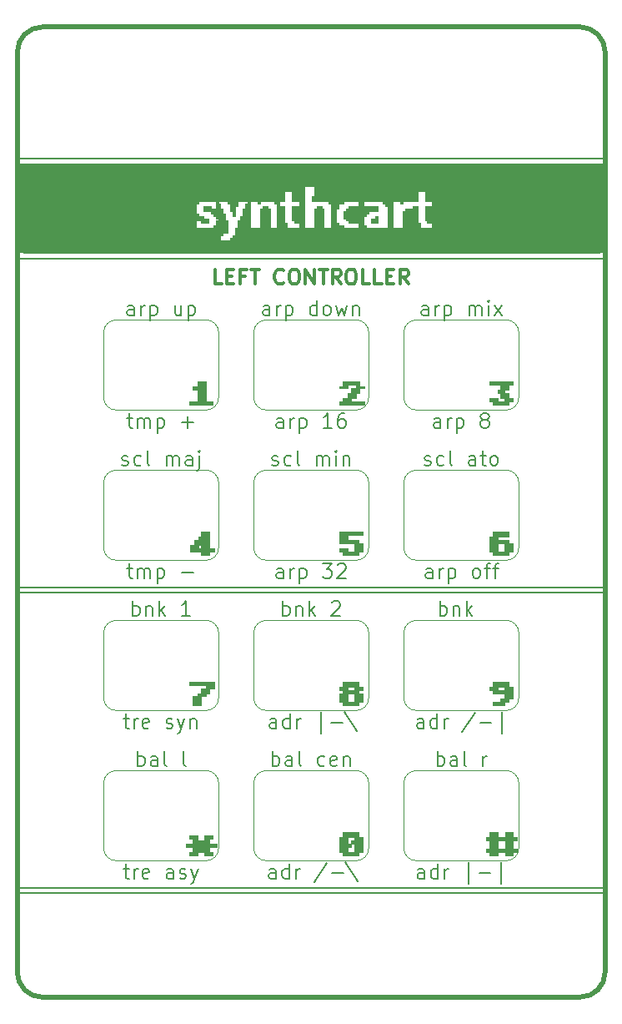
<source format=gto>
%TF.GenerationSoftware,KiCad,Pcbnew,(5.1.8)-1*%
%TF.CreationDate,2021-03-12T21:14:27+01:00*%
%TF.ProjectId,A2600 Faceplate synthcart,41323630-3020-4466-9163-65706c617465,rev?*%
%TF.SameCoordinates,Original*%
%TF.FileFunction,Legend,Top*%
%TF.FilePolarity,Positive*%
%FSLAX46Y46*%
G04 Gerber Fmt 4.6, Leading zero omitted, Abs format (unit mm)*
G04 Created by KiCad (PCBNEW (5.1.8)-1) date 2021-03-12 21:14:27*
%MOMM*%
%LPD*%
G01*
G04 APERTURE LIST*
%ADD10C,0.500000*%
%ADD11C,0.200000*%
%ADD12C,0.300000*%
%ADD13C,0.150000*%
%ADD14C,0.120000*%
%ADD15C,0.010000*%
G04 APERTURE END LIST*
D10*
X122555000Y-136525000D02*
X122555000Y-43180000D01*
D11*
X182245000Y-128016000D02*
X122555000Y-128016000D01*
X122555000Y-128524000D02*
X182245000Y-128524000D01*
D12*
X143328571Y-66718571D02*
X142614285Y-66718571D01*
X142614285Y-65218571D01*
X143828571Y-65932857D02*
X144328571Y-65932857D01*
X144542857Y-66718571D02*
X143828571Y-66718571D01*
X143828571Y-65218571D01*
X144542857Y-65218571D01*
X145685714Y-65932857D02*
X145185714Y-65932857D01*
X145185714Y-66718571D02*
X145185714Y-65218571D01*
X145900000Y-65218571D01*
X146257142Y-65218571D02*
X147114285Y-65218571D01*
X146685714Y-66718571D02*
X146685714Y-65218571D01*
X149614285Y-66575714D02*
X149542857Y-66647142D01*
X149328571Y-66718571D01*
X149185714Y-66718571D01*
X148971428Y-66647142D01*
X148828571Y-66504285D01*
X148757142Y-66361428D01*
X148685714Y-66075714D01*
X148685714Y-65861428D01*
X148757142Y-65575714D01*
X148828571Y-65432857D01*
X148971428Y-65290000D01*
X149185714Y-65218571D01*
X149328571Y-65218571D01*
X149542857Y-65290000D01*
X149614285Y-65361428D01*
X150542857Y-65218571D02*
X150828571Y-65218571D01*
X150971428Y-65290000D01*
X151114285Y-65432857D01*
X151185714Y-65718571D01*
X151185714Y-66218571D01*
X151114285Y-66504285D01*
X150971428Y-66647142D01*
X150828571Y-66718571D01*
X150542857Y-66718571D01*
X150400000Y-66647142D01*
X150257142Y-66504285D01*
X150185714Y-66218571D01*
X150185714Y-65718571D01*
X150257142Y-65432857D01*
X150400000Y-65290000D01*
X150542857Y-65218571D01*
X151828571Y-66718571D02*
X151828571Y-65218571D01*
X152685714Y-66718571D01*
X152685714Y-65218571D01*
X153185714Y-65218571D02*
X154042857Y-65218571D01*
X153614285Y-66718571D02*
X153614285Y-65218571D01*
X155400000Y-66718571D02*
X154900000Y-66004285D01*
X154542857Y-66718571D02*
X154542857Y-65218571D01*
X155114285Y-65218571D01*
X155257142Y-65290000D01*
X155328571Y-65361428D01*
X155400000Y-65504285D01*
X155400000Y-65718571D01*
X155328571Y-65861428D01*
X155257142Y-65932857D01*
X155114285Y-66004285D01*
X154542857Y-66004285D01*
X156328571Y-65218571D02*
X156614285Y-65218571D01*
X156757142Y-65290000D01*
X156900000Y-65432857D01*
X156971428Y-65718571D01*
X156971428Y-66218571D01*
X156900000Y-66504285D01*
X156757142Y-66647142D01*
X156614285Y-66718571D01*
X156328571Y-66718571D01*
X156185714Y-66647142D01*
X156042857Y-66504285D01*
X155971428Y-66218571D01*
X155971428Y-65718571D01*
X156042857Y-65432857D01*
X156185714Y-65290000D01*
X156328571Y-65218571D01*
X158328571Y-66718571D02*
X157614285Y-66718571D01*
X157614285Y-65218571D01*
X159542857Y-66718571D02*
X158828571Y-66718571D01*
X158828571Y-65218571D01*
X160042857Y-65932857D02*
X160542857Y-65932857D01*
X160757142Y-66718571D02*
X160042857Y-66718571D01*
X160042857Y-65218571D01*
X160757142Y-65218571D01*
X162257142Y-66718571D02*
X161757142Y-66004285D01*
X161400000Y-66718571D02*
X161400000Y-65218571D01*
X161971428Y-65218571D01*
X162114285Y-65290000D01*
X162185714Y-65361428D01*
X162257142Y-65504285D01*
X162257142Y-65718571D01*
X162185714Y-65861428D01*
X162114285Y-65932857D01*
X161971428Y-66004285D01*
X161400000Y-66004285D01*
D13*
X148792857Y-127043571D02*
X148792857Y-126257857D01*
X148721428Y-126115000D01*
X148578571Y-126043571D01*
X148292857Y-126043571D01*
X148150000Y-126115000D01*
X148792857Y-126972142D02*
X148650000Y-127043571D01*
X148292857Y-127043571D01*
X148150000Y-126972142D01*
X148078571Y-126829285D01*
X148078571Y-126686428D01*
X148150000Y-126543571D01*
X148292857Y-126472142D01*
X148650000Y-126472142D01*
X148792857Y-126400714D01*
X150150000Y-127043571D02*
X150150000Y-125543571D01*
X150150000Y-126972142D02*
X150007142Y-127043571D01*
X149721428Y-127043571D01*
X149578571Y-126972142D01*
X149507142Y-126900714D01*
X149435714Y-126757857D01*
X149435714Y-126329285D01*
X149507142Y-126186428D01*
X149578571Y-126115000D01*
X149721428Y-126043571D01*
X150007142Y-126043571D01*
X150150000Y-126115000D01*
X150864285Y-127043571D02*
X150864285Y-126043571D01*
X150864285Y-126329285D02*
X150935714Y-126186428D01*
X151007142Y-126115000D01*
X151150000Y-126043571D01*
X151292857Y-126043571D01*
X154007142Y-125472142D02*
X152721428Y-127400714D01*
X154507142Y-126472142D02*
X155650000Y-126472142D01*
X155864285Y-125400714D02*
X157150000Y-127329285D01*
X163890000Y-127043571D02*
X163890000Y-126257857D01*
X163818571Y-126115000D01*
X163675714Y-126043571D01*
X163390000Y-126043571D01*
X163247142Y-126115000D01*
X163890000Y-126972142D02*
X163747142Y-127043571D01*
X163390000Y-127043571D01*
X163247142Y-126972142D01*
X163175714Y-126829285D01*
X163175714Y-126686428D01*
X163247142Y-126543571D01*
X163390000Y-126472142D01*
X163747142Y-126472142D01*
X163890000Y-126400714D01*
X165247142Y-127043571D02*
X165247142Y-125543571D01*
X165247142Y-126972142D02*
X165104285Y-127043571D01*
X164818571Y-127043571D01*
X164675714Y-126972142D01*
X164604285Y-126900714D01*
X164532857Y-126757857D01*
X164532857Y-126329285D01*
X164604285Y-126186428D01*
X164675714Y-126115000D01*
X164818571Y-126043571D01*
X165104285Y-126043571D01*
X165247142Y-126115000D01*
X165961428Y-127043571D02*
X165961428Y-126043571D01*
X165961428Y-126329285D02*
X166032857Y-126186428D01*
X166104285Y-126115000D01*
X166247142Y-126043571D01*
X166390000Y-126043571D01*
X168390000Y-127543571D02*
X168390000Y-125400714D01*
X169461428Y-126472142D02*
X170604285Y-126472142D01*
X171675714Y-127543571D02*
X171675714Y-125400714D01*
X165211428Y-115613571D02*
X165211428Y-114113571D01*
X165211428Y-114685000D02*
X165354285Y-114613571D01*
X165640000Y-114613571D01*
X165782857Y-114685000D01*
X165854285Y-114756428D01*
X165925714Y-114899285D01*
X165925714Y-115327857D01*
X165854285Y-115470714D01*
X165782857Y-115542142D01*
X165640000Y-115613571D01*
X165354285Y-115613571D01*
X165211428Y-115542142D01*
X167211428Y-115613571D02*
X167211428Y-114827857D01*
X167140000Y-114685000D01*
X166997142Y-114613571D01*
X166711428Y-114613571D01*
X166568571Y-114685000D01*
X167211428Y-115542142D02*
X167068571Y-115613571D01*
X166711428Y-115613571D01*
X166568571Y-115542142D01*
X166497142Y-115399285D01*
X166497142Y-115256428D01*
X166568571Y-115113571D01*
X166711428Y-115042142D01*
X167068571Y-115042142D01*
X167211428Y-114970714D01*
X168140000Y-115613571D02*
X167997142Y-115542142D01*
X167925714Y-115399285D01*
X167925714Y-114113571D01*
X169854285Y-115613571D02*
X169854285Y-114613571D01*
X169854285Y-114899285D02*
X169925714Y-114756428D01*
X169997142Y-114685000D01*
X170140000Y-114613571D01*
X170282857Y-114613571D01*
X134802857Y-115613571D02*
X134802857Y-114113571D01*
X134802857Y-114685000D02*
X134945714Y-114613571D01*
X135231428Y-114613571D01*
X135374285Y-114685000D01*
X135445714Y-114756428D01*
X135517142Y-114899285D01*
X135517142Y-115327857D01*
X135445714Y-115470714D01*
X135374285Y-115542142D01*
X135231428Y-115613571D01*
X134945714Y-115613571D01*
X134802857Y-115542142D01*
X136802857Y-115613571D02*
X136802857Y-114827857D01*
X136731428Y-114685000D01*
X136588571Y-114613571D01*
X136302857Y-114613571D01*
X136160000Y-114685000D01*
X136802857Y-115542142D02*
X136660000Y-115613571D01*
X136302857Y-115613571D01*
X136160000Y-115542142D01*
X136088571Y-115399285D01*
X136088571Y-115256428D01*
X136160000Y-115113571D01*
X136302857Y-115042142D01*
X136660000Y-115042142D01*
X136802857Y-114970714D01*
X137731428Y-115613571D02*
X137588571Y-115542142D01*
X137517142Y-115399285D01*
X137517142Y-114113571D01*
X139660000Y-115613571D02*
X139517142Y-115542142D01*
X139445714Y-115399285D01*
X139445714Y-114113571D01*
X133338571Y-126043571D02*
X133910000Y-126043571D01*
X133552857Y-125543571D02*
X133552857Y-126829285D01*
X133624285Y-126972142D01*
X133767142Y-127043571D01*
X133910000Y-127043571D01*
X134410000Y-127043571D02*
X134410000Y-126043571D01*
X134410000Y-126329285D02*
X134481428Y-126186428D01*
X134552857Y-126115000D01*
X134695714Y-126043571D01*
X134838571Y-126043571D01*
X135910000Y-126972142D02*
X135767142Y-127043571D01*
X135481428Y-127043571D01*
X135338571Y-126972142D01*
X135267142Y-126829285D01*
X135267142Y-126257857D01*
X135338571Y-126115000D01*
X135481428Y-126043571D01*
X135767142Y-126043571D01*
X135910000Y-126115000D01*
X135981428Y-126257857D01*
X135981428Y-126400714D01*
X135267142Y-126543571D01*
X138410000Y-127043571D02*
X138410000Y-126257857D01*
X138338571Y-126115000D01*
X138195714Y-126043571D01*
X137910000Y-126043571D01*
X137767142Y-126115000D01*
X138410000Y-126972142D02*
X138267142Y-127043571D01*
X137910000Y-127043571D01*
X137767142Y-126972142D01*
X137695714Y-126829285D01*
X137695714Y-126686428D01*
X137767142Y-126543571D01*
X137910000Y-126472142D01*
X138267142Y-126472142D01*
X138410000Y-126400714D01*
X139052857Y-126972142D02*
X139195714Y-127043571D01*
X139481428Y-127043571D01*
X139624285Y-126972142D01*
X139695714Y-126829285D01*
X139695714Y-126757857D01*
X139624285Y-126615000D01*
X139481428Y-126543571D01*
X139267142Y-126543571D01*
X139124285Y-126472142D01*
X139052857Y-126329285D01*
X139052857Y-126257857D01*
X139124285Y-126115000D01*
X139267142Y-126043571D01*
X139481428Y-126043571D01*
X139624285Y-126115000D01*
X140195714Y-126043571D02*
X140552857Y-127043571D01*
X140910000Y-126043571D02*
X140552857Y-127043571D01*
X140410000Y-127400714D01*
X140338571Y-127472142D01*
X140195714Y-127543571D01*
X148471428Y-115613571D02*
X148471428Y-114113571D01*
X148471428Y-114685000D02*
X148614285Y-114613571D01*
X148900000Y-114613571D01*
X149042857Y-114685000D01*
X149114285Y-114756428D01*
X149185714Y-114899285D01*
X149185714Y-115327857D01*
X149114285Y-115470714D01*
X149042857Y-115542142D01*
X148900000Y-115613571D01*
X148614285Y-115613571D01*
X148471428Y-115542142D01*
X150471428Y-115613571D02*
X150471428Y-114827857D01*
X150400000Y-114685000D01*
X150257142Y-114613571D01*
X149971428Y-114613571D01*
X149828571Y-114685000D01*
X150471428Y-115542142D02*
X150328571Y-115613571D01*
X149971428Y-115613571D01*
X149828571Y-115542142D01*
X149757142Y-115399285D01*
X149757142Y-115256428D01*
X149828571Y-115113571D01*
X149971428Y-115042142D01*
X150328571Y-115042142D01*
X150471428Y-114970714D01*
X151400000Y-115613571D02*
X151257142Y-115542142D01*
X151185714Y-115399285D01*
X151185714Y-114113571D01*
X153757142Y-115542142D02*
X153614285Y-115613571D01*
X153328571Y-115613571D01*
X153185714Y-115542142D01*
X153114285Y-115470714D01*
X153042857Y-115327857D01*
X153042857Y-114899285D01*
X153114285Y-114756428D01*
X153185714Y-114685000D01*
X153328571Y-114613571D01*
X153614285Y-114613571D01*
X153757142Y-114685000D01*
X154971428Y-115542142D02*
X154828571Y-115613571D01*
X154542857Y-115613571D01*
X154400000Y-115542142D01*
X154328571Y-115399285D01*
X154328571Y-114827857D01*
X154400000Y-114685000D01*
X154542857Y-114613571D01*
X154828571Y-114613571D01*
X154971428Y-114685000D01*
X155042857Y-114827857D01*
X155042857Y-114970714D01*
X154328571Y-115113571D01*
X155685714Y-114613571D02*
X155685714Y-115613571D01*
X155685714Y-114756428D02*
X155757142Y-114685000D01*
X155900000Y-114613571D01*
X156114285Y-114613571D01*
X156257142Y-114685000D01*
X156328571Y-114827857D01*
X156328571Y-115613571D01*
X148864285Y-111803571D02*
X148864285Y-111017857D01*
X148792857Y-110875000D01*
X148650000Y-110803571D01*
X148364285Y-110803571D01*
X148221428Y-110875000D01*
X148864285Y-111732142D02*
X148721428Y-111803571D01*
X148364285Y-111803571D01*
X148221428Y-111732142D01*
X148150000Y-111589285D01*
X148150000Y-111446428D01*
X148221428Y-111303571D01*
X148364285Y-111232142D01*
X148721428Y-111232142D01*
X148864285Y-111160714D01*
X150221428Y-111803571D02*
X150221428Y-110303571D01*
X150221428Y-111732142D02*
X150078571Y-111803571D01*
X149792857Y-111803571D01*
X149650000Y-111732142D01*
X149578571Y-111660714D01*
X149507142Y-111517857D01*
X149507142Y-111089285D01*
X149578571Y-110946428D01*
X149650000Y-110875000D01*
X149792857Y-110803571D01*
X150078571Y-110803571D01*
X150221428Y-110875000D01*
X150935714Y-111803571D02*
X150935714Y-110803571D01*
X150935714Y-111089285D02*
X151007142Y-110946428D01*
X151078571Y-110875000D01*
X151221428Y-110803571D01*
X151364285Y-110803571D01*
X153364285Y-112303571D02*
X153364285Y-110160714D01*
X154435714Y-111232142D02*
X155578571Y-111232142D01*
X155792857Y-110160714D02*
X157078571Y-112089285D01*
X163818571Y-111803571D02*
X163818571Y-111017857D01*
X163747142Y-110875000D01*
X163604285Y-110803571D01*
X163318571Y-110803571D01*
X163175714Y-110875000D01*
X163818571Y-111732142D02*
X163675714Y-111803571D01*
X163318571Y-111803571D01*
X163175714Y-111732142D01*
X163104285Y-111589285D01*
X163104285Y-111446428D01*
X163175714Y-111303571D01*
X163318571Y-111232142D01*
X163675714Y-111232142D01*
X163818571Y-111160714D01*
X165175714Y-111803571D02*
X165175714Y-110303571D01*
X165175714Y-111732142D02*
X165032857Y-111803571D01*
X164747142Y-111803571D01*
X164604285Y-111732142D01*
X164532857Y-111660714D01*
X164461428Y-111517857D01*
X164461428Y-111089285D01*
X164532857Y-110946428D01*
X164604285Y-110875000D01*
X164747142Y-110803571D01*
X165032857Y-110803571D01*
X165175714Y-110875000D01*
X165890000Y-111803571D02*
X165890000Y-110803571D01*
X165890000Y-111089285D02*
X165961428Y-110946428D01*
X166032857Y-110875000D01*
X166175714Y-110803571D01*
X166318571Y-110803571D01*
X169032857Y-110232142D02*
X167747142Y-112160714D01*
X169532857Y-111232142D02*
X170675714Y-111232142D01*
X171747142Y-112303571D02*
X171747142Y-110160714D01*
X165461428Y-100373571D02*
X165461428Y-98873571D01*
X165461428Y-99445000D02*
X165604285Y-99373571D01*
X165890000Y-99373571D01*
X166032857Y-99445000D01*
X166104285Y-99516428D01*
X166175714Y-99659285D01*
X166175714Y-100087857D01*
X166104285Y-100230714D01*
X166032857Y-100302142D01*
X165890000Y-100373571D01*
X165604285Y-100373571D01*
X165461428Y-100302142D01*
X166818571Y-99373571D02*
X166818571Y-100373571D01*
X166818571Y-99516428D02*
X166890000Y-99445000D01*
X167032857Y-99373571D01*
X167247142Y-99373571D01*
X167390000Y-99445000D01*
X167461428Y-99587857D01*
X167461428Y-100373571D01*
X168175714Y-100373571D02*
X168175714Y-98873571D01*
X168318571Y-99802142D02*
X168747142Y-100373571D01*
X168747142Y-99373571D02*
X168175714Y-99945000D01*
X134267142Y-100373571D02*
X134267142Y-98873571D01*
X134267142Y-99445000D02*
X134410000Y-99373571D01*
X134695714Y-99373571D01*
X134838571Y-99445000D01*
X134910000Y-99516428D01*
X134981428Y-99659285D01*
X134981428Y-100087857D01*
X134910000Y-100230714D01*
X134838571Y-100302142D01*
X134695714Y-100373571D01*
X134410000Y-100373571D01*
X134267142Y-100302142D01*
X135624285Y-99373571D02*
X135624285Y-100373571D01*
X135624285Y-99516428D02*
X135695714Y-99445000D01*
X135838571Y-99373571D01*
X136052857Y-99373571D01*
X136195714Y-99445000D01*
X136267142Y-99587857D01*
X136267142Y-100373571D01*
X136981428Y-100373571D02*
X136981428Y-98873571D01*
X137124285Y-99802142D02*
X137552857Y-100373571D01*
X137552857Y-99373571D02*
X136981428Y-99945000D01*
X140124285Y-100373571D02*
X139267142Y-100373571D01*
X139695714Y-100373571D02*
X139695714Y-98873571D01*
X139552857Y-99087857D01*
X139410000Y-99230714D01*
X139267142Y-99302142D01*
X133338571Y-110803571D02*
X133910000Y-110803571D01*
X133552857Y-110303571D02*
X133552857Y-111589285D01*
X133624285Y-111732142D01*
X133767142Y-111803571D01*
X133910000Y-111803571D01*
X134410000Y-111803571D02*
X134410000Y-110803571D01*
X134410000Y-111089285D02*
X134481428Y-110946428D01*
X134552857Y-110875000D01*
X134695714Y-110803571D01*
X134838571Y-110803571D01*
X135910000Y-111732142D02*
X135767142Y-111803571D01*
X135481428Y-111803571D01*
X135338571Y-111732142D01*
X135267142Y-111589285D01*
X135267142Y-111017857D01*
X135338571Y-110875000D01*
X135481428Y-110803571D01*
X135767142Y-110803571D01*
X135910000Y-110875000D01*
X135981428Y-111017857D01*
X135981428Y-111160714D01*
X135267142Y-111303571D01*
X137695714Y-111732142D02*
X137838571Y-111803571D01*
X138124285Y-111803571D01*
X138267142Y-111732142D01*
X138338571Y-111589285D01*
X138338571Y-111517857D01*
X138267142Y-111375000D01*
X138124285Y-111303571D01*
X137910000Y-111303571D01*
X137767142Y-111232142D01*
X137695714Y-111089285D01*
X137695714Y-111017857D01*
X137767142Y-110875000D01*
X137910000Y-110803571D01*
X138124285Y-110803571D01*
X138267142Y-110875000D01*
X138838571Y-110803571D02*
X139195714Y-111803571D01*
X139552857Y-110803571D02*
X139195714Y-111803571D01*
X139052857Y-112160714D01*
X138981428Y-112232142D01*
X138838571Y-112303571D01*
X140124285Y-110803571D02*
X140124285Y-111803571D01*
X140124285Y-110946428D02*
X140195714Y-110875000D01*
X140338571Y-110803571D01*
X140552857Y-110803571D01*
X140695714Y-110875000D01*
X140767142Y-111017857D01*
X140767142Y-111803571D01*
X149507142Y-100373571D02*
X149507142Y-98873571D01*
X149507142Y-99445000D02*
X149650000Y-99373571D01*
X149935714Y-99373571D01*
X150078571Y-99445000D01*
X150150000Y-99516428D01*
X150221428Y-99659285D01*
X150221428Y-100087857D01*
X150150000Y-100230714D01*
X150078571Y-100302142D01*
X149935714Y-100373571D01*
X149650000Y-100373571D01*
X149507142Y-100302142D01*
X150864285Y-99373571D02*
X150864285Y-100373571D01*
X150864285Y-99516428D02*
X150935714Y-99445000D01*
X151078571Y-99373571D01*
X151292857Y-99373571D01*
X151435714Y-99445000D01*
X151507142Y-99587857D01*
X151507142Y-100373571D01*
X152221428Y-100373571D02*
X152221428Y-98873571D01*
X152364285Y-99802142D02*
X152792857Y-100373571D01*
X152792857Y-99373571D02*
X152221428Y-99945000D01*
X154507142Y-99016428D02*
X154578571Y-98945000D01*
X154721428Y-98873571D01*
X155078571Y-98873571D01*
X155221428Y-98945000D01*
X155292857Y-99016428D01*
X155364285Y-99159285D01*
X155364285Y-99302142D01*
X155292857Y-99516428D01*
X154435714Y-100373571D01*
X155364285Y-100373571D01*
X149578571Y-96563571D02*
X149578571Y-95777857D01*
X149507142Y-95635000D01*
X149364285Y-95563571D01*
X149078571Y-95563571D01*
X148935714Y-95635000D01*
X149578571Y-96492142D02*
X149435714Y-96563571D01*
X149078571Y-96563571D01*
X148935714Y-96492142D01*
X148864285Y-96349285D01*
X148864285Y-96206428D01*
X148935714Y-96063571D01*
X149078571Y-95992142D01*
X149435714Y-95992142D01*
X149578571Y-95920714D01*
X150292857Y-96563571D02*
X150292857Y-95563571D01*
X150292857Y-95849285D02*
X150364285Y-95706428D01*
X150435714Y-95635000D01*
X150578571Y-95563571D01*
X150721428Y-95563571D01*
X151221428Y-95563571D02*
X151221428Y-97063571D01*
X151221428Y-95635000D02*
X151364285Y-95563571D01*
X151650000Y-95563571D01*
X151792857Y-95635000D01*
X151864285Y-95706428D01*
X151935714Y-95849285D01*
X151935714Y-96277857D01*
X151864285Y-96420714D01*
X151792857Y-96492142D01*
X151650000Y-96563571D01*
X151364285Y-96563571D01*
X151221428Y-96492142D01*
X153578571Y-95063571D02*
X154507142Y-95063571D01*
X154007142Y-95635000D01*
X154221428Y-95635000D01*
X154364285Y-95706428D01*
X154435714Y-95777857D01*
X154507142Y-95920714D01*
X154507142Y-96277857D01*
X154435714Y-96420714D01*
X154364285Y-96492142D01*
X154221428Y-96563571D01*
X153792857Y-96563571D01*
X153650000Y-96492142D01*
X153578571Y-96420714D01*
X155078571Y-95206428D02*
X155150000Y-95135000D01*
X155292857Y-95063571D01*
X155650000Y-95063571D01*
X155792857Y-95135000D01*
X155864285Y-95206428D01*
X155935714Y-95349285D01*
X155935714Y-95492142D01*
X155864285Y-95706428D01*
X155007142Y-96563571D01*
X155935714Y-96563571D01*
X164711428Y-96563571D02*
X164711428Y-95777857D01*
X164640000Y-95635000D01*
X164497142Y-95563571D01*
X164211428Y-95563571D01*
X164068571Y-95635000D01*
X164711428Y-96492142D02*
X164568571Y-96563571D01*
X164211428Y-96563571D01*
X164068571Y-96492142D01*
X163997142Y-96349285D01*
X163997142Y-96206428D01*
X164068571Y-96063571D01*
X164211428Y-95992142D01*
X164568571Y-95992142D01*
X164711428Y-95920714D01*
X165425714Y-96563571D02*
X165425714Y-95563571D01*
X165425714Y-95849285D02*
X165497142Y-95706428D01*
X165568571Y-95635000D01*
X165711428Y-95563571D01*
X165854285Y-95563571D01*
X166354285Y-95563571D02*
X166354285Y-97063571D01*
X166354285Y-95635000D02*
X166497142Y-95563571D01*
X166782857Y-95563571D01*
X166925714Y-95635000D01*
X166997142Y-95706428D01*
X167068571Y-95849285D01*
X167068571Y-96277857D01*
X166997142Y-96420714D01*
X166925714Y-96492142D01*
X166782857Y-96563571D01*
X166497142Y-96563571D01*
X166354285Y-96492142D01*
X169068571Y-96563571D02*
X168925714Y-96492142D01*
X168854285Y-96420714D01*
X168782857Y-96277857D01*
X168782857Y-95849285D01*
X168854285Y-95706428D01*
X168925714Y-95635000D01*
X169068571Y-95563571D01*
X169282857Y-95563571D01*
X169425714Y-95635000D01*
X169497142Y-95706428D01*
X169568571Y-95849285D01*
X169568571Y-96277857D01*
X169497142Y-96420714D01*
X169425714Y-96492142D01*
X169282857Y-96563571D01*
X169068571Y-96563571D01*
X169997142Y-95563571D02*
X170568571Y-95563571D01*
X170211428Y-96563571D02*
X170211428Y-95277857D01*
X170282857Y-95135000D01*
X170425714Y-95063571D01*
X170568571Y-95063571D01*
X170854285Y-95563571D02*
X171425714Y-95563571D01*
X171068571Y-96563571D02*
X171068571Y-95277857D01*
X171140000Y-95135000D01*
X171282857Y-95063571D01*
X171425714Y-95063571D01*
X133695714Y-95563571D02*
X134267142Y-95563571D01*
X133910000Y-95063571D02*
X133910000Y-96349285D01*
X133981428Y-96492142D01*
X134124285Y-96563571D01*
X134267142Y-96563571D01*
X134767142Y-96563571D02*
X134767142Y-95563571D01*
X134767142Y-95706428D02*
X134838571Y-95635000D01*
X134981428Y-95563571D01*
X135195714Y-95563571D01*
X135338571Y-95635000D01*
X135410000Y-95777857D01*
X135410000Y-96563571D01*
X135410000Y-95777857D02*
X135481428Y-95635000D01*
X135624285Y-95563571D01*
X135838571Y-95563571D01*
X135981428Y-95635000D01*
X136052857Y-95777857D01*
X136052857Y-96563571D01*
X136767142Y-95563571D02*
X136767142Y-97063571D01*
X136767142Y-95635000D02*
X136910000Y-95563571D01*
X137195714Y-95563571D01*
X137338571Y-95635000D01*
X137410000Y-95706428D01*
X137481428Y-95849285D01*
X137481428Y-96277857D01*
X137410000Y-96420714D01*
X137338571Y-96492142D01*
X137195714Y-96563571D01*
X136910000Y-96563571D01*
X136767142Y-96492142D01*
X139267142Y-95992142D02*
X140410000Y-95992142D01*
X163925714Y-85062142D02*
X164068571Y-85133571D01*
X164354285Y-85133571D01*
X164497142Y-85062142D01*
X164568571Y-84919285D01*
X164568571Y-84847857D01*
X164497142Y-84705000D01*
X164354285Y-84633571D01*
X164140000Y-84633571D01*
X163997142Y-84562142D01*
X163925714Y-84419285D01*
X163925714Y-84347857D01*
X163997142Y-84205000D01*
X164140000Y-84133571D01*
X164354285Y-84133571D01*
X164497142Y-84205000D01*
X165854285Y-85062142D02*
X165711428Y-85133571D01*
X165425714Y-85133571D01*
X165282857Y-85062142D01*
X165211428Y-84990714D01*
X165140000Y-84847857D01*
X165140000Y-84419285D01*
X165211428Y-84276428D01*
X165282857Y-84205000D01*
X165425714Y-84133571D01*
X165711428Y-84133571D01*
X165854285Y-84205000D01*
X166711428Y-85133571D02*
X166568571Y-85062142D01*
X166497142Y-84919285D01*
X166497142Y-83633571D01*
X169068571Y-85133571D02*
X169068571Y-84347857D01*
X168997142Y-84205000D01*
X168854285Y-84133571D01*
X168568571Y-84133571D01*
X168425714Y-84205000D01*
X169068571Y-85062142D02*
X168925714Y-85133571D01*
X168568571Y-85133571D01*
X168425714Y-85062142D01*
X168354285Y-84919285D01*
X168354285Y-84776428D01*
X168425714Y-84633571D01*
X168568571Y-84562142D01*
X168925714Y-84562142D01*
X169068571Y-84490714D01*
X169568571Y-84133571D02*
X170140000Y-84133571D01*
X169782857Y-83633571D02*
X169782857Y-84919285D01*
X169854285Y-85062142D01*
X169997142Y-85133571D01*
X170140000Y-85133571D01*
X170854285Y-85133571D02*
X170711428Y-85062142D01*
X170640000Y-84990714D01*
X170568571Y-84847857D01*
X170568571Y-84419285D01*
X170640000Y-84276428D01*
X170711428Y-84205000D01*
X170854285Y-84133571D01*
X171068571Y-84133571D01*
X171211428Y-84205000D01*
X171282857Y-84276428D01*
X171354285Y-84419285D01*
X171354285Y-84847857D01*
X171282857Y-84990714D01*
X171211428Y-85062142D01*
X171068571Y-85133571D01*
X170854285Y-85133571D01*
X148435714Y-85062142D02*
X148578571Y-85133571D01*
X148864285Y-85133571D01*
X149007142Y-85062142D01*
X149078571Y-84919285D01*
X149078571Y-84847857D01*
X149007142Y-84705000D01*
X148864285Y-84633571D01*
X148650000Y-84633571D01*
X148507142Y-84562142D01*
X148435714Y-84419285D01*
X148435714Y-84347857D01*
X148507142Y-84205000D01*
X148650000Y-84133571D01*
X148864285Y-84133571D01*
X149007142Y-84205000D01*
X150364285Y-85062142D02*
X150221428Y-85133571D01*
X149935714Y-85133571D01*
X149792857Y-85062142D01*
X149721428Y-84990714D01*
X149650000Y-84847857D01*
X149650000Y-84419285D01*
X149721428Y-84276428D01*
X149792857Y-84205000D01*
X149935714Y-84133571D01*
X150221428Y-84133571D01*
X150364285Y-84205000D01*
X151221428Y-85133571D02*
X151078571Y-85062142D01*
X151007142Y-84919285D01*
X151007142Y-83633571D01*
X152935714Y-85133571D02*
X152935714Y-84133571D01*
X152935714Y-84276428D02*
X153007142Y-84205000D01*
X153150000Y-84133571D01*
X153364285Y-84133571D01*
X153507142Y-84205000D01*
X153578571Y-84347857D01*
X153578571Y-85133571D01*
X153578571Y-84347857D02*
X153650000Y-84205000D01*
X153792857Y-84133571D01*
X154007142Y-84133571D01*
X154150000Y-84205000D01*
X154221428Y-84347857D01*
X154221428Y-85133571D01*
X154935714Y-85133571D02*
X154935714Y-84133571D01*
X154935714Y-83633571D02*
X154864285Y-83705000D01*
X154935714Y-83776428D01*
X155007142Y-83705000D01*
X154935714Y-83633571D01*
X154935714Y-83776428D01*
X155650000Y-84133571D02*
X155650000Y-85133571D01*
X155650000Y-84276428D02*
X155721428Y-84205000D01*
X155864285Y-84133571D01*
X156078571Y-84133571D01*
X156221428Y-84205000D01*
X156292857Y-84347857D01*
X156292857Y-85133571D01*
X133195714Y-85062142D02*
X133338571Y-85133571D01*
X133624285Y-85133571D01*
X133767142Y-85062142D01*
X133838571Y-84919285D01*
X133838571Y-84847857D01*
X133767142Y-84705000D01*
X133624285Y-84633571D01*
X133410000Y-84633571D01*
X133267142Y-84562142D01*
X133195714Y-84419285D01*
X133195714Y-84347857D01*
X133267142Y-84205000D01*
X133410000Y-84133571D01*
X133624285Y-84133571D01*
X133767142Y-84205000D01*
X135124285Y-85062142D02*
X134981428Y-85133571D01*
X134695714Y-85133571D01*
X134552857Y-85062142D01*
X134481428Y-84990714D01*
X134410000Y-84847857D01*
X134410000Y-84419285D01*
X134481428Y-84276428D01*
X134552857Y-84205000D01*
X134695714Y-84133571D01*
X134981428Y-84133571D01*
X135124285Y-84205000D01*
X135981428Y-85133571D02*
X135838571Y-85062142D01*
X135767142Y-84919285D01*
X135767142Y-83633571D01*
X137695714Y-85133571D02*
X137695714Y-84133571D01*
X137695714Y-84276428D02*
X137767142Y-84205000D01*
X137910000Y-84133571D01*
X138124285Y-84133571D01*
X138267142Y-84205000D01*
X138338571Y-84347857D01*
X138338571Y-85133571D01*
X138338571Y-84347857D02*
X138410000Y-84205000D01*
X138552857Y-84133571D01*
X138767142Y-84133571D01*
X138910000Y-84205000D01*
X138981428Y-84347857D01*
X138981428Y-85133571D01*
X140338571Y-85133571D02*
X140338571Y-84347857D01*
X140267142Y-84205000D01*
X140124285Y-84133571D01*
X139838571Y-84133571D01*
X139695714Y-84205000D01*
X140338571Y-85062142D02*
X140195714Y-85133571D01*
X139838571Y-85133571D01*
X139695714Y-85062142D01*
X139624285Y-84919285D01*
X139624285Y-84776428D01*
X139695714Y-84633571D01*
X139838571Y-84562142D01*
X140195714Y-84562142D01*
X140338571Y-84490714D01*
X141052857Y-84133571D02*
X141052857Y-85419285D01*
X140981428Y-85562142D01*
X140838571Y-85633571D01*
X140767142Y-85633571D01*
X141052857Y-83633571D02*
X140981428Y-83705000D01*
X141052857Y-83776428D01*
X141124285Y-83705000D01*
X141052857Y-83633571D01*
X141052857Y-83776428D01*
X164282857Y-69893571D02*
X164282857Y-69107857D01*
X164211428Y-68965000D01*
X164068571Y-68893571D01*
X163782857Y-68893571D01*
X163640000Y-68965000D01*
X164282857Y-69822142D02*
X164140000Y-69893571D01*
X163782857Y-69893571D01*
X163640000Y-69822142D01*
X163568571Y-69679285D01*
X163568571Y-69536428D01*
X163640000Y-69393571D01*
X163782857Y-69322142D01*
X164140000Y-69322142D01*
X164282857Y-69250714D01*
X164997142Y-69893571D02*
X164997142Y-68893571D01*
X164997142Y-69179285D02*
X165068571Y-69036428D01*
X165140000Y-68965000D01*
X165282857Y-68893571D01*
X165425714Y-68893571D01*
X165925714Y-68893571D02*
X165925714Y-70393571D01*
X165925714Y-68965000D02*
X166068571Y-68893571D01*
X166354285Y-68893571D01*
X166497142Y-68965000D01*
X166568571Y-69036428D01*
X166640000Y-69179285D01*
X166640000Y-69607857D01*
X166568571Y-69750714D01*
X166497142Y-69822142D01*
X166354285Y-69893571D01*
X166068571Y-69893571D01*
X165925714Y-69822142D01*
X168425714Y-69893571D02*
X168425714Y-68893571D01*
X168425714Y-69036428D02*
X168497142Y-68965000D01*
X168640000Y-68893571D01*
X168854285Y-68893571D01*
X168997142Y-68965000D01*
X169068571Y-69107857D01*
X169068571Y-69893571D01*
X169068571Y-69107857D02*
X169140000Y-68965000D01*
X169282857Y-68893571D01*
X169497142Y-68893571D01*
X169640000Y-68965000D01*
X169711428Y-69107857D01*
X169711428Y-69893571D01*
X170425714Y-69893571D02*
X170425714Y-68893571D01*
X170425714Y-68393571D02*
X170354285Y-68465000D01*
X170425714Y-68536428D01*
X170497142Y-68465000D01*
X170425714Y-68393571D01*
X170425714Y-68536428D01*
X170997142Y-69893571D02*
X171782857Y-68893571D01*
X170997142Y-68893571D02*
X171782857Y-69893571D01*
X148185714Y-69893571D02*
X148185714Y-69107857D01*
X148114285Y-68965000D01*
X147971428Y-68893571D01*
X147685714Y-68893571D01*
X147542857Y-68965000D01*
X148185714Y-69822142D02*
X148042857Y-69893571D01*
X147685714Y-69893571D01*
X147542857Y-69822142D01*
X147471428Y-69679285D01*
X147471428Y-69536428D01*
X147542857Y-69393571D01*
X147685714Y-69322142D01*
X148042857Y-69322142D01*
X148185714Y-69250714D01*
X148900000Y-69893571D02*
X148900000Y-68893571D01*
X148900000Y-69179285D02*
X148971428Y-69036428D01*
X149042857Y-68965000D01*
X149185714Y-68893571D01*
X149328571Y-68893571D01*
X149828571Y-68893571D02*
X149828571Y-70393571D01*
X149828571Y-68965000D02*
X149971428Y-68893571D01*
X150257142Y-68893571D01*
X150400000Y-68965000D01*
X150471428Y-69036428D01*
X150542857Y-69179285D01*
X150542857Y-69607857D01*
X150471428Y-69750714D01*
X150400000Y-69822142D01*
X150257142Y-69893571D01*
X149971428Y-69893571D01*
X149828571Y-69822142D01*
X152971428Y-69893571D02*
X152971428Y-68393571D01*
X152971428Y-69822142D02*
X152828571Y-69893571D01*
X152542857Y-69893571D01*
X152400000Y-69822142D01*
X152328571Y-69750714D01*
X152257142Y-69607857D01*
X152257142Y-69179285D01*
X152328571Y-69036428D01*
X152400000Y-68965000D01*
X152542857Y-68893571D01*
X152828571Y-68893571D01*
X152971428Y-68965000D01*
X153900000Y-69893571D02*
X153757142Y-69822142D01*
X153685714Y-69750714D01*
X153614285Y-69607857D01*
X153614285Y-69179285D01*
X153685714Y-69036428D01*
X153757142Y-68965000D01*
X153900000Y-68893571D01*
X154114285Y-68893571D01*
X154257142Y-68965000D01*
X154328571Y-69036428D01*
X154400000Y-69179285D01*
X154400000Y-69607857D01*
X154328571Y-69750714D01*
X154257142Y-69822142D01*
X154114285Y-69893571D01*
X153900000Y-69893571D01*
X154900000Y-68893571D02*
X155185714Y-69893571D01*
X155471428Y-69179285D01*
X155757142Y-69893571D01*
X156042857Y-68893571D01*
X156614285Y-68893571D02*
X156614285Y-69893571D01*
X156614285Y-69036428D02*
X156685714Y-68965000D01*
X156828571Y-68893571D01*
X157042857Y-68893571D01*
X157185714Y-68965000D01*
X157257142Y-69107857D01*
X157257142Y-69893571D01*
X134410000Y-69893571D02*
X134410000Y-69107857D01*
X134338571Y-68965000D01*
X134195714Y-68893571D01*
X133910000Y-68893571D01*
X133767142Y-68965000D01*
X134410000Y-69822142D02*
X134267142Y-69893571D01*
X133910000Y-69893571D01*
X133767142Y-69822142D01*
X133695714Y-69679285D01*
X133695714Y-69536428D01*
X133767142Y-69393571D01*
X133910000Y-69322142D01*
X134267142Y-69322142D01*
X134410000Y-69250714D01*
X135124285Y-69893571D02*
X135124285Y-68893571D01*
X135124285Y-69179285D02*
X135195714Y-69036428D01*
X135267142Y-68965000D01*
X135410000Y-68893571D01*
X135552857Y-68893571D01*
X136052857Y-68893571D02*
X136052857Y-70393571D01*
X136052857Y-68965000D02*
X136195714Y-68893571D01*
X136481428Y-68893571D01*
X136624285Y-68965000D01*
X136695714Y-69036428D01*
X136767142Y-69179285D01*
X136767142Y-69607857D01*
X136695714Y-69750714D01*
X136624285Y-69822142D01*
X136481428Y-69893571D01*
X136195714Y-69893571D01*
X136052857Y-69822142D01*
X139195714Y-68893571D02*
X139195714Y-69893571D01*
X138552857Y-68893571D02*
X138552857Y-69679285D01*
X138624285Y-69822142D01*
X138767142Y-69893571D01*
X138981428Y-69893571D01*
X139124285Y-69822142D01*
X139195714Y-69750714D01*
X139910000Y-68893571D02*
X139910000Y-70393571D01*
X139910000Y-68965000D02*
X140052857Y-68893571D01*
X140338571Y-68893571D01*
X140481428Y-68965000D01*
X140552857Y-69036428D01*
X140624285Y-69179285D01*
X140624285Y-69607857D01*
X140552857Y-69750714D01*
X140481428Y-69822142D01*
X140338571Y-69893571D01*
X140052857Y-69893571D01*
X139910000Y-69822142D01*
D11*
X122999500Y-54673500D02*
X122999500Y-63436500D01*
X123126500Y-54673500D02*
X123126500Y-63436500D01*
X122872500Y-54673500D02*
X122872500Y-63436500D01*
X181927500Y-54673500D02*
X181927500Y-63436500D01*
X181737000Y-54673500D02*
X181737000Y-63436500D01*
X122555000Y-64135000D02*
X182245000Y-64135000D01*
X182245000Y-63500000D02*
X122555000Y-63500000D01*
X122555000Y-54610000D02*
X182245000Y-54610000D01*
X182245000Y-53975000D02*
X122555000Y-53975000D01*
X122555000Y-98044000D02*
X182245000Y-98044000D01*
X182245000Y-97536000D02*
X122555000Y-97536000D01*
D13*
X133695714Y-80323571D02*
X134267142Y-80323571D01*
X133910000Y-79823571D02*
X133910000Y-81109285D01*
X133981428Y-81252142D01*
X134124285Y-81323571D01*
X134267142Y-81323571D01*
X134767142Y-81323571D02*
X134767142Y-80323571D01*
X134767142Y-80466428D02*
X134838571Y-80395000D01*
X134981428Y-80323571D01*
X135195714Y-80323571D01*
X135338571Y-80395000D01*
X135410000Y-80537857D01*
X135410000Y-81323571D01*
X135410000Y-80537857D02*
X135481428Y-80395000D01*
X135624285Y-80323571D01*
X135838571Y-80323571D01*
X135981428Y-80395000D01*
X136052857Y-80537857D01*
X136052857Y-81323571D01*
X136767142Y-80323571D02*
X136767142Y-81823571D01*
X136767142Y-80395000D02*
X136910000Y-80323571D01*
X137195714Y-80323571D01*
X137338571Y-80395000D01*
X137410000Y-80466428D01*
X137481428Y-80609285D01*
X137481428Y-81037857D01*
X137410000Y-81180714D01*
X137338571Y-81252142D01*
X137195714Y-81323571D01*
X136910000Y-81323571D01*
X136767142Y-81252142D01*
X139267142Y-80752142D02*
X140410000Y-80752142D01*
X139838571Y-81323571D02*
X139838571Y-80180714D01*
X149578571Y-81323571D02*
X149578571Y-80537857D01*
X149507142Y-80395000D01*
X149364285Y-80323571D01*
X149078571Y-80323571D01*
X148935714Y-80395000D01*
X149578571Y-81252142D02*
X149435714Y-81323571D01*
X149078571Y-81323571D01*
X148935714Y-81252142D01*
X148864285Y-81109285D01*
X148864285Y-80966428D01*
X148935714Y-80823571D01*
X149078571Y-80752142D01*
X149435714Y-80752142D01*
X149578571Y-80680714D01*
X150292857Y-81323571D02*
X150292857Y-80323571D01*
X150292857Y-80609285D02*
X150364285Y-80466428D01*
X150435714Y-80395000D01*
X150578571Y-80323571D01*
X150721428Y-80323571D01*
X151221428Y-80323571D02*
X151221428Y-81823571D01*
X151221428Y-80395000D02*
X151364285Y-80323571D01*
X151650000Y-80323571D01*
X151792857Y-80395000D01*
X151864285Y-80466428D01*
X151935714Y-80609285D01*
X151935714Y-81037857D01*
X151864285Y-81180714D01*
X151792857Y-81252142D01*
X151650000Y-81323571D01*
X151364285Y-81323571D01*
X151221428Y-81252142D01*
X154507142Y-81323571D02*
X153650000Y-81323571D01*
X154078571Y-81323571D02*
X154078571Y-79823571D01*
X153935714Y-80037857D01*
X153792857Y-80180714D01*
X153650000Y-80252142D01*
X155792857Y-79823571D02*
X155507142Y-79823571D01*
X155364285Y-79895000D01*
X155292857Y-79966428D01*
X155150000Y-80180714D01*
X155078571Y-80466428D01*
X155078571Y-81037857D01*
X155150000Y-81180714D01*
X155221428Y-81252142D01*
X155364285Y-81323571D01*
X155650000Y-81323571D01*
X155792857Y-81252142D01*
X155864285Y-81180714D01*
X155935714Y-81037857D01*
X155935714Y-80680714D01*
X155864285Y-80537857D01*
X155792857Y-80466428D01*
X155650000Y-80395000D01*
X155364285Y-80395000D01*
X155221428Y-80466428D01*
X155150000Y-80537857D01*
X155078571Y-80680714D01*
X165532857Y-81323571D02*
X165532857Y-80537857D01*
X165461428Y-80395000D01*
X165318571Y-80323571D01*
X165032857Y-80323571D01*
X164890000Y-80395000D01*
X165532857Y-81252142D02*
X165390000Y-81323571D01*
X165032857Y-81323571D01*
X164890000Y-81252142D01*
X164818571Y-81109285D01*
X164818571Y-80966428D01*
X164890000Y-80823571D01*
X165032857Y-80752142D01*
X165390000Y-80752142D01*
X165532857Y-80680714D01*
X166247142Y-81323571D02*
X166247142Y-80323571D01*
X166247142Y-80609285D02*
X166318571Y-80466428D01*
X166390000Y-80395000D01*
X166532857Y-80323571D01*
X166675714Y-80323571D01*
X167175714Y-80323571D02*
X167175714Y-81823571D01*
X167175714Y-80395000D02*
X167318571Y-80323571D01*
X167604285Y-80323571D01*
X167747142Y-80395000D01*
X167818571Y-80466428D01*
X167890000Y-80609285D01*
X167890000Y-81037857D01*
X167818571Y-81180714D01*
X167747142Y-81252142D01*
X167604285Y-81323571D01*
X167318571Y-81323571D01*
X167175714Y-81252142D01*
X169890000Y-80466428D02*
X169747142Y-80395000D01*
X169675714Y-80323571D01*
X169604285Y-80180714D01*
X169604285Y-80109285D01*
X169675714Y-79966428D01*
X169747142Y-79895000D01*
X169890000Y-79823571D01*
X170175714Y-79823571D01*
X170318571Y-79895000D01*
X170390000Y-79966428D01*
X170461428Y-80109285D01*
X170461428Y-80180714D01*
X170390000Y-80323571D01*
X170318571Y-80395000D01*
X170175714Y-80466428D01*
X169890000Y-80466428D01*
X169747142Y-80537857D01*
X169675714Y-80609285D01*
X169604285Y-80752142D01*
X169604285Y-81037857D01*
X169675714Y-81180714D01*
X169747142Y-81252142D01*
X169890000Y-81323571D01*
X170175714Y-81323571D01*
X170318571Y-81252142D01*
X170390000Y-81180714D01*
X170461428Y-81037857D01*
X170461428Y-80752142D01*
X170390000Y-80609285D01*
X170318571Y-80537857D01*
X170175714Y-80466428D01*
D10*
X122555000Y-136525000D02*
X122555000Y-43180000D01*
X179705000Y-139065000D02*
X125095000Y-139065000D01*
X182245000Y-43180000D02*
X182245000Y-136525000D01*
X125095000Y-40640000D02*
X179705000Y-40640000D01*
X125095000Y-139065000D02*
G75*
G02*
X122555000Y-136525000I0J2540000D01*
G01*
X182245000Y-136525000D02*
G75*
G02*
X179705000Y-139065000I-2540000J0D01*
G01*
X179705000Y-40640000D02*
G75*
G02*
X182245000Y-43180000I0J-2540000D01*
G01*
X122555000Y-43180000D02*
G75*
G02*
X125095000Y-40640000I2540000J0D01*
G01*
D14*
%TO.C,G\u002A\u002A\u002A*%
X131318000Y-123952000D02*
X131318000Y-117348000D01*
X132588000Y-116078000D02*
X141732000Y-116078000D01*
X143002000Y-123952000D02*
X143002000Y-117348000D01*
X141732000Y-125222000D02*
X132588000Y-125222000D01*
X132588000Y-125222000D02*
G75*
G02*
X131318000Y-123952000I0J1270000D01*
G01*
X143002000Y-123952000D02*
G75*
G02*
X141732000Y-125222000I-1270000J0D01*
G01*
X141732000Y-116078000D02*
G75*
G02*
X143002000Y-117348000I0J-1270000D01*
G01*
X131318000Y-117348000D02*
G75*
G02*
X132588000Y-116078000I1270000J0D01*
G01*
X146558000Y-123952000D02*
X146558000Y-117348000D01*
X147828000Y-116078000D02*
X156972000Y-116078000D01*
X158242000Y-123952000D02*
X158242000Y-117348000D01*
X156972000Y-125222000D02*
X147828000Y-125222000D01*
X147828000Y-125222000D02*
G75*
G02*
X146558000Y-123952000I0J1270000D01*
G01*
X158242000Y-123952000D02*
G75*
G02*
X156972000Y-125222000I-1270000J0D01*
G01*
X156972000Y-116078000D02*
G75*
G02*
X158242000Y-117348000I0J-1270000D01*
G01*
X146558000Y-117348000D02*
G75*
G02*
X147828000Y-116078000I1270000J0D01*
G01*
X161798000Y-123952000D02*
X161798000Y-117348000D01*
X163068000Y-116078000D02*
X172212000Y-116078000D01*
X173482000Y-123952000D02*
X173482000Y-117348000D01*
X172212000Y-125222000D02*
X163068000Y-125222000D01*
X163068000Y-125222000D02*
G75*
G02*
X161798000Y-123952000I0J1270000D01*
G01*
X173482000Y-123952000D02*
G75*
G02*
X172212000Y-125222000I-1270000J0D01*
G01*
X172212000Y-116078000D02*
G75*
G02*
X173482000Y-117348000I0J-1270000D01*
G01*
X161798000Y-117348000D02*
G75*
G02*
X163068000Y-116078000I1270000J0D01*
G01*
X161798000Y-108712000D02*
X161798000Y-102108000D01*
X163068000Y-100838000D02*
X172212000Y-100838000D01*
X173482000Y-108712000D02*
X173482000Y-102108000D01*
X172212000Y-109982000D02*
X163068000Y-109982000D01*
X163068000Y-109982000D02*
G75*
G02*
X161798000Y-108712000I0J1270000D01*
G01*
X173482000Y-108712000D02*
G75*
G02*
X172212000Y-109982000I-1270000J0D01*
G01*
X172212000Y-100838000D02*
G75*
G02*
X173482000Y-102108000I0J-1270000D01*
G01*
X161798000Y-102108000D02*
G75*
G02*
X163068000Y-100838000I1270000J0D01*
G01*
X146558000Y-108712000D02*
X146558000Y-102108000D01*
X147828000Y-100838000D02*
X156972000Y-100838000D01*
X158242000Y-108712000D02*
X158242000Y-102108000D01*
X156972000Y-109982000D02*
X147828000Y-109982000D01*
X147828000Y-109982000D02*
G75*
G02*
X146558000Y-108712000I0J1270000D01*
G01*
X158242000Y-108712000D02*
G75*
G02*
X156972000Y-109982000I-1270000J0D01*
G01*
X156972000Y-100838000D02*
G75*
G02*
X158242000Y-102108000I0J-1270000D01*
G01*
X146558000Y-102108000D02*
G75*
G02*
X147828000Y-100838000I1270000J0D01*
G01*
X131318000Y-108712000D02*
X131318000Y-102108000D01*
X132588000Y-100838000D02*
X141732000Y-100838000D01*
X143002000Y-108712000D02*
X143002000Y-102108000D01*
X141732000Y-109982000D02*
X132588000Y-109982000D01*
X132588000Y-109982000D02*
G75*
G02*
X131318000Y-108712000I0J1270000D01*
G01*
X143002000Y-108712000D02*
G75*
G02*
X141732000Y-109982000I-1270000J0D01*
G01*
X141732000Y-100838000D02*
G75*
G02*
X143002000Y-102108000I0J-1270000D01*
G01*
X131318000Y-102108000D02*
G75*
G02*
X132588000Y-100838000I1270000J0D01*
G01*
X131318000Y-93472000D02*
X131318000Y-86868000D01*
X132588000Y-85598000D02*
X141732000Y-85598000D01*
X143002000Y-93472000D02*
X143002000Y-86868000D01*
X141732000Y-94742000D02*
X132588000Y-94742000D01*
X132588000Y-94742000D02*
G75*
G02*
X131318000Y-93472000I0J1270000D01*
G01*
X143002000Y-93472000D02*
G75*
G02*
X141732000Y-94742000I-1270000J0D01*
G01*
X141732000Y-85598000D02*
G75*
G02*
X143002000Y-86868000I0J-1270000D01*
G01*
X131318000Y-86868000D02*
G75*
G02*
X132588000Y-85598000I1270000J0D01*
G01*
X146558000Y-93472000D02*
X146558000Y-86868000D01*
X147828000Y-85598000D02*
X156972000Y-85598000D01*
X158242000Y-93472000D02*
X158242000Y-86868000D01*
X156972000Y-94742000D02*
X147828000Y-94742000D01*
X147828000Y-94742000D02*
G75*
G02*
X146558000Y-93472000I0J1270000D01*
G01*
X158242000Y-93472000D02*
G75*
G02*
X156972000Y-94742000I-1270000J0D01*
G01*
X156972000Y-85598000D02*
G75*
G02*
X158242000Y-86868000I0J-1270000D01*
G01*
X146558000Y-86868000D02*
G75*
G02*
X147828000Y-85598000I1270000J0D01*
G01*
X161798000Y-93472000D02*
X161798000Y-86868000D01*
X163068000Y-85598000D02*
X172212000Y-85598000D01*
X173482000Y-93472000D02*
X173482000Y-86868000D01*
X172212000Y-94742000D02*
X163068000Y-94742000D01*
X163068000Y-94742000D02*
G75*
G02*
X161798000Y-93472000I0J1270000D01*
G01*
X173482000Y-93472000D02*
G75*
G02*
X172212000Y-94742000I-1270000J0D01*
G01*
X172212000Y-85598000D02*
G75*
G02*
X173482000Y-86868000I0J-1270000D01*
G01*
X161798000Y-86868000D02*
G75*
G02*
X163068000Y-85598000I1270000J0D01*
G01*
X131318000Y-78232000D02*
X131318000Y-71628000D01*
X132588000Y-70358000D02*
X141732000Y-70358000D01*
X143002000Y-78232000D02*
X143002000Y-71628000D01*
X141732000Y-79502000D02*
X132588000Y-79502000D01*
X132588000Y-79502000D02*
G75*
G02*
X131318000Y-78232000I0J1270000D01*
G01*
X143002000Y-78232000D02*
G75*
G02*
X141732000Y-79502000I-1270000J0D01*
G01*
X141732000Y-70358000D02*
G75*
G02*
X143002000Y-71628000I0J-1270000D01*
G01*
X131318000Y-71628000D02*
G75*
G02*
X132588000Y-70358000I1270000J0D01*
G01*
X146558000Y-78232000D02*
X146558000Y-71628000D01*
X147828000Y-70358000D02*
X156972000Y-70358000D01*
X158242000Y-78232000D02*
X158242000Y-71628000D01*
X156972000Y-79502000D02*
X147828000Y-79502000D01*
X147828000Y-79502000D02*
G75*
G02*
X146558000Y-78232000I0J1270000D01*
G01*
X158242000Y-78232000D02*
G75*
G02*
X156972000Y-79502000I-1270000J0D01*
G01*
X156972000Y-70358000D02*
G75*
G02*
X158242000Y-71628000I0J-1270000D01*
G01*
X146558000Y-71628000D02*
G75*
G02*
X147828000Y-70358000I1270000J0D01*
G01*
X161798000Y-78232000D02*
X161798000Y-71628000D01*
X163068000Y-70358000D02*
X172212000Y-70358000D01*
X173482000Y-78232000D02*
X173482000Y-71628000D01*
X172212000Y-79502000D02*
X163068000Y-79502000D01*
X163068000Y-79502000D02*
G75*
G02*
X161798000Y-78232000I0J1270000D01*
G01*
X173482000Y-78232000D02*
G75*
G02*
X172212000Y-79502000I-1270000J0D01*
G01*
X172212000Y-70358000D02*
G75*
G02*
X173482000Y-71628000I0J-1270000D01*
G01*
X161798000Y-71628000D02*
G75*
G02*
X163068000Y-70358000I1270000J0D01*
G01*
D15*
G36*
X141464000Y-77554000D02*
G01*
X141584000Y-77554000D01*
X141584000Y-77674000D01*
X141464000Y-77674000D01*
X141464000Y-77554000D01*
G37*
X141464000Y-77554000D02*
X141584000Y-77554000D01*
X141584000Y-77674000D01*
X141464000Y-77674000D01*
X141464000Y-77554000D01*
G36*
X141464000Y-77794000D02*
G01*
X141584000Y-77794000D01*
X141584000Y-77914000D01*
X141464000Y-77914000D01*
X141464000Y-77794000D01*
G37*
X141464000Y-77794000D02*
X141584000Y-77794000D01*
X141584000Y-77914000D01*
X141464000Y-77914000D01*
X141464000Y-77794000D01*
G36*
X141344000Y-77794000D02*
G01*
X141464000Y-77794000D01*
X141464000Y-77914000D01*
X141344000Y-77914000D01*
X141344000Y-77794000D01*
G37*
X141344000Y-77794000D02*
X141464000Y-77794000D01*
X141464000Y-77914000D01*
X141344000Y-77914000D01*
X141344000Y-77794000D01*
G36*
X140864000Y-77914000D02*
G01*
X140984000Y-77914000D01*
X140984000Y-78034000D01*
X140864000Y-78034000D01*
X140864000Y-77914000D01*
G37*
X140864000Y-77914000D02*
X140984000Y-77914000D01*
X140984000Y-78034000D01*
X140864000Y-78034000D01*
X140864000Y-77914000D01*
G36*
X141104000Y-77794000D02*
G01*
X141224000Y-77794000D01*
X141224000Y-77914000D01*
X141104000Y-77914000D01*
X141104000Y-77794000D01*
G37*
X141104000Y-77794000D02*
X141224000Y-77794000D01*
X141224000Y-77914000D01*
X141104000Y-77914000D01*
X141104000Y-77794000D01*
G36*
X141104000Y-77554000D02*
G01*
X141224000Y-77554000D01*
X141224000Y-77674000D01*
X141104000Y-77674000D01*
X141104000Y-77554000D01*
G37*
X141104000Y-77554000D02*
X141224000Y-77554000D01*
X141224000Y-77674000D01*
X141104000Y-77674000D01*
X141104000Y-77554000D01*
G36*
X140984000Y-77554000D02*
G01*
X141104000Y-77554000D01*
X141104000Y-77674000D01*
X140984000Y-77674000D01*
X140984000Y-77554000D01*
G37*
X140984000Y-77554000D02*
X141104000Y-77554000D01*
X141104000Y-77674000D01*
X140984000Y-77674000D01*
X140984000Y-77554000D01*
G36*
X141104000Y-77674000D02*
G01*
X141224000Y-77674000D01*
X141224000Y-77794000D01*
X141104000Y-77794000D01*
X141104000Y-77674000D01*
G37*
X141104000Y-77674000D02*
X141224000Y-77674000D01*
X141224000Y-77794000D01*
X141104000Y-77794000D01*
X141104000Y-77674000D01*
G36*
X140984000Y-77794000D02*
G01*
X141104000Y-77794000D01*
X141104000Y-77914000D01*
X140984000Y-77914000D01*
X140984000Y-77794000D01*
G37*
X140984000Y-77794000D02*
X141104000Y-77794000D01*
X141104000Y-77914000D01*
X140984000Y-77914000D01*
X140984000Y-77794000D01*
G36*
X140984000Y-77914000D02*
G01*
X141104000Y-77914000D01*
X141104000Y-78034000D01*
X140984000Y-78034000D01*
X140984000Y-77914000D01*
G37*
X140984000Y-77914000D02*
X141104000Y-77914000D01*
X141104000Y-78034000D01*
X140984000Y-78034000D01*
X140984000Y-77914000D01*
G36*
X140864000Y-77794000D02*
G01*
X140984000Y-77794000D01*
X140984000Y-77914000D01*
X140864000Y-77914000D01*
X140864000Y-77794000D01*
G37*
X140864000Y-77794000D02*
X140984000Y-77794000D01*
X140984000Y-77914000D01*
X140864000Y-77914000D01*
X140864000Y-77794000D01*
G36*
X141584000Y-77794000D02*
G01*
X141704000Y-77794000D01*
X141704000Y-77914000D01*
X141584000Y-77914000D01*
X141584000Y-77794000D01*
G37*
X141584000Y-77794000D02*
X141704000Y-77794000D01*
X141704000Y-77914000D01*
X141584000Y-77914000D01*
X141584000Y-77794000D01*
G36*
X141224000Y-77914000D02*
G01*
X141344000Y-77914000D01*
X141344000Y-78034000D01*
X141224000Y-78034000D01*
X141224000Y-77914000D01*
G37*
X141224000Y-77914000D02*
X141344000Y-77914000D01*
X141344000Y-78034000D01*
X141224000Y-78034000D01*
X141224000Y-77914000D01*
G36*
X141104000Y-77914000D02*
G01*
X141224000Y-77914000D01*
X141224000Y-78034000D01*
X141104000Y-78034000D01*
X141104000Y-77914000D01*
G37*
X141104000Y-77914000D02*
X141224000Y-77914000D01*
X141224000Y-78034000D01*
X141104000Y-78034000D01*
X141104000Y-77914000D01*
G36*
X141464000Y-77674000D02*
G01*
X141584000Y-77674000D01*
X141584000Y-77794000D01*
X141464000Y-77794000D01*
X141464000Y-77674000D01*
G37*
X141464000Y-77674000D02*
X141584000Y-77674000D01*
X141584000Y-77794000D01*
X141464000Y-77794000D01*
X141464000Y-77674000D01*
G36*
X141224000Y-77674000D02*
G01*
X141344000Y-77674000D01*
X141344000Y-77794000D01*
X141224000Y-77794000D01*
X141224000Y-77674000D01*
G37*
X141224000Y-77674000D02*
X141344000Y-77674000D01*
X141344000Y-77794000D01*
X141224000Y-77794000D01*
X141224000Y-77674000D01*
G36*
X140984000Y-77674000D02*
G01*
X141104000Y-77674000D01*
X141104000Y-77794000D01*
X140984000Y-77794000D01*
X140984000Y-77674000D01*
G37*
X140984000Y-77674000D02*
X141104000Y-77674000D01*
X141104000Y-77794000D01*
X140984000Y-77794000D01*
X140984000Y-77674000D01*
G36*
X140864000Y-77674000D02*
G01*
X140984000Y-77674000D01*
X140984000Y-77794000D01*
X140864000Y-77794000D01*
X140864000Y-77674000D01*
G37*
X140864000Y-77674000D02*
X140984000Y-77674000D01*
X140984000Y-77794000D01*
X140864000Y-77794000D01*
X140864000Y-77674000D01*
G36*
X141584000Y-77674000D02*
G01*
X141704000Y-77674000D01*
X141704000Y-77794000D01*
X141584000Y-77794000D01*
X141584000Y-77674000D01*
G37*
X141584000Y-77674000D02*
X141704000Y-77674000D01*
X141704000Y-77794000D01*
X141584000Y-77794000D01*
X141584000Y-77674000D01*
G36*
X141224000Y-77794000D02*
G01*
X141344000Y-77794000D01*
X141344000Y-77914000D01*
X141224000Y-77914000D01*
X141224000Y-77794000D01*
G37*
X141224000Y-77794000D02*
X141344000Y-77794000D01*
X141344000Y-77914000D01*
X141224000Y-77914000D01*
X141224000Y-77794000D01*
G36*
X141344000Y-77674000D02*
G01*
X141464000Y-77674000D01*
X141464000Y-77794000D01*
X141344000Y-77794000D01*
X141344000Y-77674000D01*
G37*
X141344000Y-77674000D02*
X141464000Y-77674000D01*
X141464000Y-77794000D01*
X141344000Y-77794000D01*
X141344000Y-77674000D01*
G36*
X141584000Y-77554000D02*
G01*
X141704000Y-77554000D01*
X141704000Y-77674000D01*
X141584000Y-77674000D01*
X141584000Y-77554000D01*
G37*
X141584000Y-77554000D02*
X141704000Y-77554000D01*
X141704000Y-77674000D01*
X141584000Y-77674000D01*
X141584000Y-77554000D01*
G36*
X141344000Y-77554000D02*
G01*
X141464000Y-77554000D01*
X141464000Y-77674000D01*
X141344000Y-77674000D01*
X141344000Y-77554000D01*
G37*
X141344000Y-77554000D02*
X141464000Y-77554000D01*
X141464000Y-77674000D01*
X141344000Y-77674000D01*
X141344000Y-77554000D01*
G36*
X141224000Y-77554000D02*
G01*
X141344000Y-77554000D01*
X141344000Y-77674000D01*
X141224000Y-77674000D01*
X141224000Y-77554000D01*
G37*
X141224000Y-77554000D02*
X141344000Y-77554000D01*
X141344000Y-77674000D01*
X141224000Y-77674000D01*
X141224000Y-77554000D01*
G36*
X141224000Y-77434000D02*
G01*
X141344000Y-77434000D01*
X141344000Y-77554000D01*
X141224000Y-77554000D01*
X141224000Y-77434000D01*
G37*
X141224000Y-77434000D02*
X141344000Y-77434000D01*
X141344000Y-77554000D01*
X141224000Y-77554000D01*
X141224000Y-77434000D01*
G36*
X141104000Y-77434000D02*
G01*
X141224000Y-77434000D01*
X141224000Y-77554000D01*
X141104000Y-77554000D01*
X141104000Y-77434000D01*
G37*
X141104000Y-77434000D02*
X141224000Y-77434000D01*
X141224000Y-77554000D01*
X141104000Y-77554000D01*
X141104000Y-77434000D01*
G36*
X140864000Y-77434000D02*
G01*
X140984000Y-77434000D01*
X140984000Y-77554000D01*
X140864000Y-77554000D01*
X140864000Y-77434000D01*
G37*
X140864000Y-77434000D02*
X140984000Y-77434000D01*
X140984000Y-77554000D01*
X140864000Y-77554000D01*
X140864000Y-77434000D01*
G36*
X140504000Y-77314000D02*
G01*
X140624000Y-77314000D01*
X140624000Y-77434000D01*
X140504000Y-77434000D01*
X140504000Y-77314000D01*
G37*
X140504000Y-77314000D02*
X140624000Y-77314000D01*
X140624000Y-77434000D01*
X140504000Y-77434000D01*
X140504000Y-77314000D01*
G36*
X140744000Y-77314000D02*
G01*
X140864000Y-77314000D01*
X140864000Y-77434000D01*
X140744000Y-77434000D01*
X140744000Y-77314000D01*
G37*
X140744000Y-77314000D02*
X140864000Y-77314000D01*
X140864000Y-77434000D01*
X140744000Y-77434000D01*
X140744000Y-77314000D01*
G36*
X141224000Y-77314000D02*
G01*
X141344000Y-77314000D01*
X141344000Y-77434000D01*
X141224000Y-77434000D01*
X141224000Y-77314000D01*
G37*
X141224000Y-77314000D02*
X141344000Y-77314000D01*
X141344000Y-77434000D01*
X141224000Y-77434000D01*
X141224000Y-77314000D01*
G36*
X140864000Y-77554000D02*
G01*
X140984000Y-77554000D01*
X140984000Y-77674000D01*
X140864000Y-77674000D01*
X140864000Y-77554000D01*
G37*
X140864000Y-77554000D02*
X140984000Y-77554000D01*
X140984000Y-77674000D01*
X140864000Y-77674000D01*
X140864000Y-77554000D01*
G36*
X140384000Y-77314000D02*
G01*
X140504000Y-77314000D01*
X140504000Y-77434000D01*
X140384000Y-77434000D01*
X140384000Y-77314000D01*
G37*
X140384000Y-77314000D02*
X140504000Y-77314000D01*
X140504000Y-77434000D01*
X140384000Y-77434000D01*
X140384000Y-77314000D01*
G36*
X140984000Y-77434000D02*
G01*
X141104000Y-77434000D01*
X141104000Y-77554000D01*
X140984000Y-77554000D01*
X140984000Y-77434000D01*
G37*
X140984000Y-77434000D02*
X141104000Y-77434000D01*
X141104000Y-77554000D01*
X140984000Y-77554000D01*
X140984000Y-77434000D01*
G36*
X141344000Y-77314000D02*
G01*
X141464000Y-77314000D01*
X141464000Y-77434000D01*
X141344000Y-77434000D01*
X141344000Y-77314000D01*
G37*
X141344000Y-77314000D02*
X141464000Y-77314000D01*
X141464000Y-77434000D01*
X141344000Y-77434000D01*
X141344000Y-77314000D01*
G36*
X140864000Y-77314000D02*
G01*
X140984000Y-77314000D01*
X140984000Y-77434000D01*
X140864000Y-77434000D01*
X140864000Y-77314000D01*
G37*
X140864000Y-77314000D02*
X140984000Y-77314000D01*
X140984000Y-77434000D01*
X140864000Y-77434000D01*
X140864000Y-77314000D01*
G36*
X141464000Y-77314000D02*
G01*
X141584000Y-77314000D01*
X141584000Y-77434000D01*
X141464000Y-77434000D01*
X141464000Y-77314000D01*
G37*
X141464000Y-77314000D02*
X141584000Y-77314000D01*
X141584000Y-77434000D01*
X141464000Y-77434000D01*
X141464000Y-77314000D01*
G36*
X140984000Y-77314000D02*
G01*
X141104000Y-77314000D01*
X141104000Y-77434000D01*
X140984000Y-77434000D01*
X140984000Y-77314000D01*
G37*
X140984000Y-77314000D02*
X141104000Y-77314000D01*
X141104000Y-77434000D01*
X140984000Y-77434000D01*
X140984000Y-77314000D01*
G36*
X141584000Y-77314000D02*
G01*
X141704000Y-77314000D01*
X141704000Y-77434000D01*
X141584000Y-77434000D01*
X141584000Y-77314000D01*
G37*
X141584000Y-77314000D02*
X141704000Y-77314000D01*
X141704000Y-77434000D01*
X141584000Y-77434000D01*
X141584000Y-77314000D01*
G36*
X140624000Y-77314000D02*
G01*
X140744000Y-77314000D01*
X140744000Y-77434000D01*
X140624000Y-77434000D01*
X140624000Y-77314000D01*
G37*
X140624000Y-77314000D02*
X140744000Y-77314000D01*
X140744000Y-77434000D01*
X140624000Y-77434000D01*
X140624000Y-77314000D01*
G36*
X141104000Y-77314000D02*
G01*
X141224000Y-77314000D01*
X141224000Y-77434000D01*
X141104000Y-77434000D01*
X141104000Y-77314000D01*
G37*
X141104000Y-77314000D02*
X141224000Y-77314000D01*
X141224000Y-77434000D01*
X141104000Y-77434000D01*
X141104000Y-77314000D01*
G36*
X141584000Y-77434000D02*
G01*
X141704000Y-77434000D01*
X141704000Y-77554000D01*
X141584000Y-77554000D01*
X141584000Y-77434000D01*
G37*
X141584000Y-77434000D02*
X141704000Y-77434000D01*
X141704000Y-77554000D01*
X141584000Y-77554000D01*
X141584000Y-77434000D01*
G36*
X141464000Y-77434000D02*
G01*
X141584000Y-77434000D01*
X141584000Y-77554000D01*
X141464000Y-77554000D01*
X141464000Y-77434000D01*
G37*
X141464000Y-77434000D02*
X141584000Y-77434000D01*
X141584000Y-77554000D01*
X141464000Y-77554000D01*
X141464000Y-77434000D01*
G36*
X141344000Y-77434000D02*
G01*
X141464000Y-77434000D01*
X141464000Y-77554000D01*
X141344000Y-77554000D01*
X141344000Y-77434000D01*
G37*
X141344000Y-77434000D02*
X141464000Y-77434000D01*
X141464000Y-77554000D01*
X141344000Y-77554000D01*
X141344000Y-77434000D01*
G36*
X141584000Y-77074000D02*
G01*
X141704000Y-77074000D01*
X141704000Y-77194000D01*
X141584000Y-77194000D01*
X141584000Y-77074000D01*
G37*
X141584000Y-77074000D02*
X141704000Y-77074000D01*
X141704000Y-77194000D01*
X141584000Y-77194000D01*
X141584000Y-77074000D01*
G36*
X141344000Y-77074000D02*
G01*
X141464000Y-77074000D01*
X141464000Y-77194000D01*
X141344000Y-77194000D01*
X141344000Y-77074000D01*
G37*
X141344000Y-77074000D02*
X141464000Y-77074000D01*
X141464000Y-77194000D01*
X141344000Y-77194000D01*
X141344000Y-77074000D01*
G36*
X140624000Y-77194000D02*
G01*
X140744000Y-77194000D01*
X140744000Y-77314000D01*
X140624000Y-77314000D01*
X140624000Y-77194000D01*
G37*
X140624000Y-77194000D02*
X140744000Y-77194000D01*
X140744000Y-77314000D01*
X140624000Y-77314000D01*
X140624000Y-77194000D01*
G36*
X141464000Y-76954000D02*
G01*
X141584000Y-76954000D01*
X141584000Y-77074000D01*
X141464000Y-77074000D01*
X141464000Y-76954000D01*
G37*
X141464000Y-76954000D02*
X141584000Y-76954000D01*
X141584000Y-77074000D01*
X141464000Y-77074000D01*
X141464000Y-76954000D01*
G36*
X140504000Y-77194000D02*
G01*
X140624000Y-77194000D01*
X140624000Y-77314000D01*
X140504000Y-77314000D01*
X140504000Y-77194000D01*
G37*
X140504000Y-77194000D02*
X140624000Y-77194000D01*
X140624000Y-77314000D01*
X140504000Y-77314000D01*
X140504000Y-77194000D01*
G36*
X140864000Y-77074000D02*
G01*
X140984000Y-77074000D01*
X140984000Y-77194000D01*
X140864000Y-77194000D01*
X140864000Y-77074000D01*
G37*
X140864000Y-77074000D02*
X140984000Y-77074000D01*
X140984000Y-77194000D01*
X140864000Y-77194000D01*
X140864000Y-77074000D01*
G36*
X141584000Y-76954000D02*
G01*
X141704000Y-76954000D01*
X141704000Y-77074000D01*
X141584000Y-77074000D01*
X141584000Y-76954000D01*
G37*
X141584000Y-76954000D02*
X141704000Y-76954000D01*
X141704000Y-77074000D01*
X141584000Y-77074000D01*
X141584000Y-76954000D01*
G36*
X141224000Y-77074000D02*
G01*
X141344000Y-77074000D01*
X141344000Y-77194000D01*
X141224000Y-77194000D01*
X141224000Y-77074000D01*
G37*
X141224000Y-77074000D02*
X141344000Y-77074000D01*
X141344000Y-77194000D01*
X141224000Y-77194000D01*
X141224000Y-77074000D01*
G36*
X141344000Y-76954000D02*
G01*
X141464000Y-76954000D01*
X141464000Y-77074000D01*
X141344000Y-77074000D01*
X141344000Y-76954000D01*
G37*
X141344000Y-76954000D02*
X141464000Y-76954000D01*
X141464000Y-77074000D01*
X141344000Y-77074000D01*
X141344000Y-76954000D01*
G36*
X140384000Y-77074000D02*
G01*
X140504000Y-77074000D01*
X140504000Y-77194000D01*
X140384000Y-77194000D01*
X140384000Y-77074000D01*
G37*
X140384000Y-77074000D02*
X140504000Y-77074000D01*
X140504000Y-77194000D01*
X140384000Y-77194000D01*
X140384000Y-77074000D01*
G36*
X141224000Y-76954000D02*
G01*
X141344000Y-76954000D01*
X141344000Y-77074000D01*
X141224000Y-77074000D01*
X141224000Y-76954000D01*
G37*
X141224000Y-76954000D02*
X141344000Y-76954000D01*
X141344000Y-77074000D01*
X141224000Y-77074000D01*
X141224000Y-76954000D01*
G36*
X141104000Y-77194000D02*
G01*
X141224000Y-77194000D01*
X141224000Y-77314000D01*
X141104000Y-77314000D01*
X141104000Y-77194000D01*
G37*
X141104000Y-77194000D02*
X141224000Y-77194000D01*
X141224000Y-77314000D01*
X141104000Y-77314000D01*
X141104000Y-77194000D01*
G36*
X140744000Y-77074000D02*
G01*
X140864000Y-77074000D01*
X140864000Y-77194000D01*
X140744000Y-77194000D01*
X140744000Y-77074000D01*
G37*
X140744000Y-77074000D02*
X140864000Y-77074000D01*
X140864000Y-77194000D01*
X140744000Y-77194000D01*
X140744000Y-77074000D01*
G36*
X140624000Y-77074000D02*
G01*
X140744000Y-77074000D01*
X140744000Y-77194000D01*
X140624000Y-77194000D01*
X140624000Y-77074000D01*
G37*
X140624000Y-77074000D02*
X140744000Y-77074000D01*
X140744000Y-77194000D01*
X140624000Y-77194000D01*
X140624000Y-77074000D01*
G36*
X141584000Y-77194000D02*
G01*
X141704000Y-77194000D01*
X141704000Y-77314000D01*
X141584000Y-77314000D01*
X141584000Y-77194000D01*
G37*
X141584000Y-77194000D02*
X141704000Y-77194000D01*
X141704000Y-77314000D01*
X141584000Y-77314000D01*
X141584000Y-77194000D01*
G36*
X141224000Y-77194000D02*
G01*
X141344000Y-77194000D01*
X141344000Y-77314000D01*
X141224000Y-77314000D01*
X141224000Y-77194000D01*
G37*
X141224000Y-77194000D02*
X141344000Y-77194000D01*
X141344000Y-77314000D01*
X141224000Y-77314000D01*
X141224000Y-77194000D01*
G36*
X140864000Y-77194000D02*
G01*
X140984000Y-77194000D01*
X140984000Y-77314000D01*
X140864000Y-77314000D01*
X140864000Y-77194000D01*
G37*
X140864000Y-77194000D02*
X140984000Y-77194000D01*
X140984000Y-77314000D01*
X140864000Y-77314000D01*
X140864000Y-77194000D01*
G36*
X141464000Y-77074000D02*
G01*
X141584000Y-77074000D01*
X141584000Y-77194000D01*
X141464000Y-77194000D01*
X141464000Y-77074000D01*
G37*
X141464000Y-77074000D02*
X141584000Y-77074000D01*
X141584000Y-77194000D01*
X141464000Y-77194000D01*
X141464000Y-77074000D01*
G36*
X141104000Y-77074000D02*
G01*
X141224000Y-77074000D01*
X141224000Y-77194000D01*
X141104000Y-77194000D01*
X141104000Y-77074000D01*
G37*
X141104000Y-77074000D02*
X141224000Y-77074000D01*
X141224000Y-77194000D01*
X141104000Y-77194000D01*
X141104000Y-77074000D01*
G36*
X140984000Y-77194000D02*
G01*
X141104000Y-77194000D01*
X141104000Y-77314000D01*
X140984000Y-77314000D01*
X140984000Y-77194000D01*
G37*
X140984000Y-77194000D02*
X141104000Y-77194000D01*
X141104000Y-77314000D01*
X140984000Y-77314000D01*
X140984000Y-77194000D01*
G36*
X140384000Y-77194000D02*
G01*
X140504000Y-77194000D01*
X140504000Y-77314000D01*
X140384000Y-77314000D01*
X140384000Y-77194000D01*
G37*
X140384000Y-77194000D02*
X140504000Y-77194000D01*
X140504000Y-77314000D01*
X140384000Y-77314000D01*
X140384000Y-77194000D01*
G36*
X140504000Y-77074000D02*
G01*
X140624000Y-77074000D01*
X140624000Y-77194000D01*
X140504000Y-77194000D01*
X140504000Y-77074000D01*
G37*
X140504000Y-77074000D02*
X140624000Y-77074000D01*
X140624000Y-77194000D01*
X140504000Y-77194000D01*
X140504000Y-77074000D01*
G36*
X140984000Y-77074000D02*
G01*
X141104000Y-77074000D01*
X141104000Y-77194000D01*
X140984000Y-77194000D01*
X140984000Y-77074000D01*
G37*
X140984000Y-77074000D02*
X141104000Y-77074000D01*
X141104000Y-77194000D01*
X140984000Y-77194000D01*
X140984000Y-77074000D01*
G36*
X141344000Y-77194000D02*
G01*
X141464000Y-77194000D01*
X141464000Y-77314000D01*
X141344000Y-77314000D01*
X141344000Y-77194000D01*
G37*
X141344000Y-77194000D02*
X141464000Y-77194000D01*
X141464000Y-77314000D01*
X141344000Y-77314000D01*
X141344000Y-77194000D01*
G36*
X140744000Y-77194000D02*
G01*
X140864000Y-77194000D01*
X140864000Y-77314000D01*
X140744000Y-77314000D01*
X140744000Y-77194000D01*
G37*
X140744000Y-77194000D02*
X140864000Y-77194000D01*
X140864000Y-77314000D01*
X140744000Y-77314000D01*
X140744000Y-77194000D01*
G36*
X141464000Y-77194000D02*
G01*
X141584000Y-77194000D01*
X141584000Y-77314000D01*
X141464000Y-77314000D01*
X141464000Y-77194000D01*
G37*
X141464000Y-77194000D02*
X141584000Y-77194000D01*
X141584000Y-77314000D01*
X141464000Y-77314000D01*
X141464000Y-77194000D01*
G36*
X141464000Y-76834000D02*
G01*
X141584000Y-76834000D01*
X141584000Y-76954000D01*
X141464000Y-76954000D01*
X141464000Y-76834000D01*
G37*
X141464000Y-76834000D02*
X141584000Y-76834000D01*
X141584000Y-76954000D01*
X141464000Y-76954000D01*
X141464000Y-76834000D01*
G36*
X141344000Y-76834000D02*
G01*
X141464000Y-76834000D01*
X141464000Y-76954000D01*
X141344000Y-76954000D01*
X141344000Y-76834000D01*
G37*
X141344000Y-76834000D02*
X141464000Y-76834000D01*
X141464000Y-76954000D01*
X141344000Y-76954000D01*
X141344000Y-76834000D01*
G36*
X141104000Y-76954000D02*
G01*
X141224000Y-76954000D01*
X141224000Y-77074000D01*
X141104000Y-77074000D01*
X141104000Y-76954000D01*
G37*
X141104000Y-76954000D02*
X141224000Y-76954000D01*
X141224000Y-77074000D01*
X141104000Y-77074000D01*
X141104000Y-76954000D01*
G36*
X140864000Y-76954000D02*
G01*
X140984000Y-76954000D01*
X140984000Y-77074000D01*
X140864000Y-77074000D01*
X140864000Y-76954000D01*
G37*
X140864000Y-76954000D02*
X140984000Y-76954000D01*
X140984000Y-77074000D01*
X140864000Y-77074000D01*
X140864000Y-76954000D01*
G36*
X141104000Y-76834000D02*
G01*
X141224000Y-76834000D01*
X141224000Y-76954000D01*
X141104000Y-76954000D01*
X141104000Y-76834000D01*
G37*
X141104000Y-76834000D02*
X141224000Y-76834000D01*
X141224000Y-76954000D01*
X141104000Y-76954000D01*
X141104000Y-76834000D01*
G36*
X140864000Y-76834000D02*
G01*
X140984000Y-76834000D01*
X140984000Y-76954000D01*
X140864000Y-76954000D01*
X140864000Y-76834000D01*
G37*
X140864000Y-76834000D02*
X140984000Y-76834000D01*
X140984000Y-76954000D01*
X140864000Y-76954000D01*
X140864000Y-76834000D01*
G36*
X140984000Y-76834000D02*
G01*
X141104000Y-76834000D01*
X141104000Y-76954000D01*
X140984000Y-76954000D01*
X140984000Y-76834000D01*
G37*
X140984000Y-76834000D02*
X141104000Y-76834000D01*
X141104000Y-76954000D01*
X140984000Y-76954000D01*
X140984000Y-76834000D01*
G36*
X141584000Y-76834000D02*
G01*
X141704000Y-76834000D01*
X141704000Y-76954000D01*
X141584000Y-76954000D01*
X141584000Y-76834000D01*
G37*
X141584000Y-76834000D02*
X141704000Y-76834000D01*
X141704000Y-76954000D01*
X141584000Y-76954000D01*
X141584000Y-76834000D01*
G36*
X141224000Y-76834000D02*
G01*
X141344000Y-76834000D01*
X141344000Y-76954000D01*
X141224000Y-76954000D01*
X141224000Y-76834000D01*
G37*
X141224000Y-76834000D02*
X141344000Y-76834000D01*
X141344000Y-76954000D01*
X141224000Y-76954000D01*
X141224000Y-76834000D01*
G36*
X140984000Y-76954000D02*
G01*
X141104000Y-76954000D01*
X141104000Y-77074000D01*
X140984000Y-77074000D01*
X140984000Y-76954000D01*
G37*
X140984000Y-76954000D02*
X141104000Y-76954000D01*
X141104000Y-77074000D01*
X140984000Y-77074000D01*
X140984000Y-76954000D01*
G36*
X141584000Y-76714000D02*
G01*
X141704000Y-76714000D01*
X141704000Y-76834000D01*
X141584000Y-76834000D01*
X141584000Y-76714000D01*
G37*
X141584000Y-76714000D02*
X141704000Y-76714000D01*
X141704000Y-76834000D01*
X141584000Y-76834000D01*
X141584000Y-76714000D01*
G36*
X141464000Y-76594000D02*
G01*
X141584000Y-76594000D01*
X141584000Y-76714000D01*
X141464000Y-76714000D01*
X141464000Y-76594000D01*
G37*
X141464000Y-76594000D02*
X141584000Y-76594000D01*
X141584000Y-76714000D01*
X141464000Y-76714000D01*
X141464000Y-76594000D01*
G36*
X141344000Y-76594000D02*
G01*
X141464000Y-76594000D01*
X141464000Y-76714000D01*
X141344000Y-76714000D01*
X141344000Y-76594000D01*
G37*
X141344000Y-76594000D02*
X141464000Y-76594000D01*
X141464000Y-76714000D01*
X141344000Y-76714000D01*
X141344000Y-76594000D01*
G36*
X141224000Y-76594000D02*
G01*
X141344000Y-76594000D01*
X141344000Y-76714000D01*
X141224000Y-76714000D01*
X141224000Y-76594000D01*
G37*
X141224000Y-76594000D02*
X141344000Y-76594000D01*
X141344000Y-76714000D01*
X141224000Y-76714000D01*
X141224000Y-76594000D01*
G36*
X141584000Y-76594000D02*
G01*
X141704000Y-76594000D01*
X141704000Y-76714000D01*
X141584000Y-76714000D01*
X141584000Y-76594000D01*
G37*
X141584000Y-76594000D02*
X141704000Y-76594000D01*
X141704000Y-76714000D01*
X141584000Y-76714000D01*
X141584000Y-76594000D01*
G36*
X141104000Y-76594000D02*
G01*
X141224000Y-76594000D01*
X141224000Y-76714000D01*
X141104000Y-76714000D01*
X141104000Y-76594000D01*
G37*
X141104000Y-76594000D02*
X141224000Y-76594000D01*
X141224000Y-76714000D01*
X141104000Y-76714000D01*
X141104000Y-76594000D01*
G36*
X140984000Y-76594000D02*
G01*
X141104000Y-76594000D01*
X141104000Y-76714000D01*
X140984000Y-76714000D01*
X140984000Y-76594000D01*
G37*
X140984000Y-76594000D02*
X141104000Y-76594000D01*
X141104000Y-76714000D01*
X140984000Y-76714000D01*
X140984000Y-76594000D01*
G36*
X140864000Y-76594000D02*
G01*
X140984000Y-76594000D01*
X140984000Y-76714000D01*
X140864000Y-76714000D01*
X140864000Y-76594000D01*
G37*
X140864000Y-76594000D02*
X140984000Y-76594000D01*
X140984000Y-76714000D01*
X140864000Y-76714000D01*
X140864000Y-76594000D01*
G36*
X140864000Y-76714000D02*
G01*
X140984000Y-76714000D01*
X140984000Y-76834000D01*
X140864000Y-76834000D01*
X140864000Y-76714000D01*
G37*
X140864000Y-76714000D02*
X140984000Y-76714000D01*
X140984000Y-76834000D01*
X140864000Y-76834000D01*
X140864000Y-76714000D01*
G36*
X141344000Y-76714000D02*
G01*
X141464000Y-76714000D01*
X141464000Y-76834000D01*
X141344000Y-76834000D01*
X141344000Y-76714000D01*
G37*
X141344000Y-76714000D02*
X141464000Y-76714000D01*
X141464000Y-76834000D01*
X141344000Y-76834000D01*
X141344000Y-76714000D01*
G36*
X141224000Y-76714000D02*
G01*
X141344000Y-76714000D01*
X141344000Y-76834000D01*
X141224000Y-76834000D01*
X141224000Y-76714000D01*
G37*
X141224000Y-76714000D02*
X141344000Y-76714000D01*
X141344000Y-76834000D01*
X141224000Y-76834000D01*
X141224000Y-76714000D01*
G36*
X141464000Y-76714000D02*
G01*
X141584000Y-76714000D01*
X141584000Y-76834000D01*
X141464000Y-76834000D01*
X141464000Y-76714000D01*
G37*
X141464000Y-76714000D02*
X141584000Y-76714000D01*
X141584000Y-76834000D01*
X141464000Y-76834000D01*
X141464000Y-76714000D01*
G36*
X141104000Y-76714000D02*
G01*
X141224000Y-76714000D01*
X141224000Y-76834000D01*
X141104000Y-76834000D01*
X141104000Y-76714000D01*
G37*
X141104000Y-76714000D02*
X141224000Y-76714000D01*
X141224000Y-76834000D01*
X141104000Y-76834000D01*
X141104000Y-76714000D01*
G36*
X140984000Y-76714000D02*
G01*
X141104000Y-76714000D01*
X141104000Y-76834000D01*
X140984000Y-76834000D01*
X140984000Y-76714000D01*
G37*
X140984000Y-76714000D02*
X141104000Y-76714000D01*
X141104000Y-76834000D01*
X140984000Y-76834000D01*
X140984000Y-76714000D01*
G36*
X141464000Y-78034000D02*
G01*
X141584000Y-78034000D01*
X141584000Y-78154000D01*
X141464000Y-78154000D01*
X141464000Y-78034000D01*
G37*
X141464000Y-78034000D02*
X141584000Y-78034000D01*
X141584000Y-78154000D01*
X141464000Y-78154000D01*
X141464000Y-78034000D01*
G36*
X140984000Y-78154000D02*
G01*
X141104000Y-78154000D01*
X141104000Y-78274000D01*
X140984000Y-78274000D01*
X140984000Y-78154000D01*
G37*
X140984000Y-78154000D02*
X141104000Y-78154000D01*
X141104000Y-78274000D01*
X140984000Y-78274000D01*
X140984000Y-78154000D01*
G36*
X140864000Y-78274000D02*
G01*
X140984000Y-78274000D01*
X140984000Y-78394000D01*
X140864000Y-78394000D01*
X140864000Y-78274000D01*
G37*
X140864000Y-78274000D02*
X140984000Y-78274000D01*
X140984000Y-78394000D01*
X140864000Y-78394000D01*
X140864000Y-78274000D01*
G36*
X140864000Y-78034000D02*
G01*
X140984000Y-78034000D01*
X140984000Y-78154000D01*
X140864000Y-78154000D01*
X140864000Y-78034000D01*
G37*
X140864000Y-78034000D02*
X140984000Y-78034000D01*
X140984000Y-78154000D01*
X140864000Y-78154000D01*
X140864000Y-78034000D01*
G36*
X140864000Y-78154000D02*
G01*
X140984000Y-78154000D01*
X140984000Y-78274000D01*
X140864000Y-78274000D01*
X140864000Y-78154000D01*
G37*
X140864000Y-78154000D02*
X140984000Y-78154000D01*
X140984000Y-78274000D01*
X140864000Y-78274000D01*
X140864000Y-78154000D01*
G36*
X141224000Y-78274000D02*
G01*
X141344000Y-78274000D01*
X141344000Y-78394000D01*
X141224000Y-78394000D01*
X141224000Y-78274000D01*
G37*
X141224000Y-78274000D02*
X141344000Y-78274000D01*
X141344000Y-78394000D01*
X141224000Y-78394000D01*
X141224000Y-78274000D01*
G36*
X141104000Y-78034000D02*
G01*
X141224000Y-78034000D01*
X141224000Y-78154000D01*
X141104000Y-78154000D01*
X141104000Y-78034000D01*
G37*
X141104000Y-78034000D02*
X141224000Y-78034000D01*
X141224000Y-78154000D01*
X141104000Y-78154000D01*
X141104000Y-78034000D01*
G36*
X141584000Y-78154000D02*
G01*
X141704000Y-78154000D01*
X141704000Y-78274000D01*
X141584000Y-78274000D01*
X141584000Y-78154000D01*
G37*
X141584000Y-78154000D02*
X141704000Y-78154000D01*
X141704000Y-78274000D01*
X141584000Y-78274000D01*
X141584000Y-78154000D01*
G36*
X141224000Y-78034000D02*
G01*
X141344000Y-78034000D01*
X141344000Y-78154000D01*
X141224000Y-78154000D01*
X141224000Y-78034000D01*
G37*
X141224000Y-78034000D02*
X141344000Y-78034000D01*
X141344000Y-78154000D01*
X141224000Y-78154000D01*
X141224000Y-78034000D01*
G36*
X140984000Y-78274000D02*
G01*
X141104000Y-78274000D01*
X141104000Y-78394000D01*
X140984000Y-78394000D01*
X140984000Y-78274000D01*
G37*
X140984000Y-78274000D02*
X141104000Y-78274000D01*
X141104000Y-78394000D01*
X140984000Y-78394000D01*
X140984000Y-78274000D01*
G36*
X141344000Y-78154000D02*
G01*
X141464000Y-78154000D01*
X141464000Y-78274000D01*
X141344000Y-78274000D01*
X141344000Y-78154000D01*
G37*
X141344000Y-78154000D02*
X141464000Y-78154000D01*
X141464000Y-78274000D01*
X141344000Y-78274000D01*
X141344000Y-78154000D01*
G36*
X141464000Y-78154000D02*
G01*
X141584000Y-78154000D01*
X141584000Y-78274000D01*
X141464000Y-78274000D01*
X141464000Y-78154000D01*
G37*
X141464000Y-78154000D02*
X141584000Y-78154000D01*
X141584000Y-78274000D01*
X141464000Y-78274000D01*
X141464000Y-78154000D01*
G36*
X141344000Y-78034000D02*
G01*
X141464000Y-78034000D01*
X141464000Y-78154000D01*
X141344000Y-78154000D01*
X141344000Y-78034000D01*
G37*
X141344000Y-78034000D02*
X141464000Y-78034000D01*
X141464000Y-78154000D01*
X141344000Y-78154000D01*
X141344000Y-78034000D01*
G36*
X140984000Y-78034000D02*
G01*
X141104000Y-78034000D01*
X141104000Y-78154000D01*
X140984000Y-78154000D01*
X140984000Y-78034000D01*
G37*
X140984000Y-78034000D02*
X141104000Y-78034000D01*
X141104000Y-78154000D01*
X140984000Y-78154000D01*
X140984000Y-78034000D01*
G36*
X141584000Y-78034000D02*
G01*
X141704000Y-78034000D01*
X141704000Y-78154000D01*
X141584000Y-78154000D01*
X141584000Y-78034000D01*
G37*
X141584000Y-78034000D02*
X141704000Y-78034000D01*
X141704000Y-78154000D01*
X141584000Y-78154000D01*
X141584000Y-78034000D01*
G36*
X141224000Y-78154000D02*
G01*
X141344000Y-78154000D01*
X141344000Y-78274000D01*
X141224000Y-78274000D01*
X141224000Y-78154000D01*
G37*
X141224000Y-78154000D02*
X141344000Y-78154000D01*
X141344000Y-78274000D01*
X141224000Y-78274000D01*
X141224000Y-78154000D01*
G36*
X141584000Y-77914000D02*
G01*
X141704000Y-77914000D01*
X141704000Y-78034000D01*
X141584000Y-78034000D01*
X141584000Y-77914000D01*
G37*
X141584000Y-77914000D02*
X141704000Y-77914000D01*
X141704000Y-78034000D01*
X141584000Y-78034000D01*
X141584000Y-77914000D01*
G36*
X141464000Y-77914000D02*
G01*
X141584000Y-77914000D01*
X141584000Y-78034000D01*
X141464000Y-78034000D01*
X141464000Y-77914000D01*
G37*
X141464000Y-77914000D02*
X141584000Y-77914000D01*
X141584000Y-78034000D01*
X141464000Y-78034000D01*
X141464000Y-77914000D01*
G36*
X141344000Y-77914000D02*
G01*
X141464000Y-77914000D01*
X141464000Y-78034000D01*
X141344000Y-78034000D01*
X141344000Y-77914000D01*
G37*
X141344000Y-77914000D02*
X141464000Y-77914000D01*
X141464000Y-78034000D01*
X141344000Y-78034000D01*
X141344000Y-77914000D01*
G36*
X141344000Y-78274000D02*
G01*
X141464000Y-78274000D01*
X141464000Y-78394000D01*
X141344000Y-78394000D01*
X141344000Y-78274000D01*
G37*
X141344000Y-78274000D02*
X141464000Y-78274000D01*
X141464000Y-78394000D01*
X141344000Y-78394000D01*
X141344000Y-78274000D01*
G36*
X141104000Y-78154000D02*
G01*
X141224000Y-78154000D01*
X141224000Y-78274000D01*
X141104000Y-78274000D01*
X141104000Y-78154000D01*
G37*
X141104000Y-78154000D02*
X141224000Y-78154000D01*
X141224000Y-78274000D01*
X141104000Y-78274000D01*
X141104000Y-78154000D01*
G36*
X141104000Y-78274000D02*
G01*
X141224000Y-78274000D01*
X141224000Y-78394000D01*
X141104000Y-78394000D01*
X141104000Y-78274000D01*
G37*
X141104000Y-78274000D02*
X141224000Y-78274000D01*
X141224000Y-78394000D01*
X141104000Y-78394000D01*
X141104000Y-78274000D01*
G36*
X141464000Y-78874000D02*
G01*
X141584000Y-78874000D01*
X141584000Y-78994000D01*
X141464000Y-78994000D01*
X141464000Y-78874000D01*
G37*
X141464000Y-78874000D02*
X141584000Y-78874000D01*
X141584000Y-78994000D01*
X141464000Y-78994000D01*
X141464000Y-78874000D01*
G36*
X141344000Y-78874000D02*
G01*
X141464000Y-78874000D01*
X141464000Y-78994000D01*
X141344000Y-78994000D01*
X141344000Y-78874000D01*
G37*
X141344000Y-78874000D02*
X141464000Y-78874000D01*
X141464000Y-78994000D01*
X141344000Y-78994000D01*
X141344000Y-78874000D01*
G36*
X141104000Y-78874000D02*
G01*
X141224000Y-78874000D01*
X141224000Y-78994000D01*
X141104000Y-78994000D01*
X141104000Y-78874000D01*
G37*
X141104000Y-78874000D02*
X141224000Y-78874000D01*
X141224000Y-78994000D01*
X141104000Y-78994000D01*
X141104000Y-78874000D01*
G36*
X140504000Y-78874000D02*
G01*
X140624000Y-78874000D01*
X140624000Y-78994000D01*
X140504000Y-78994000D01*
X140504000Y-78874000D01*
G37*
X140504000Y-78874000D02*
X140624000Y-78874000D01*
X140624000Y-78994000D01*
X140504000Y-78994000D01*
X140504000Y-78874000D01*
G36*
X140384000Y-78874000D02*
G01*
X140504000Y-78874000D01*
X140504000Y-78994000D01*
X140384000Y-78994000D01*
X140384000Y-78874000D01*
G37*
X140384000Y-78874000D02*
X140504000Y-78874000D01*
X140504000Y-78994000D01*
X140384000Y-78994000D01*
X140384000Y-78874000D01*
G36*
X141584000Y-78874000D02*
G01*
X141704000Y-78874000D01*
X141704000Y-78994000D01*
X141584000Y-78994000D01*
X141584000Y-78874000D01*
G37*
X141584000Y-78874000D02*
X141704000Y-78874000D01*
X141704000Y-78994000D01*
X141584000Y-78994000D01*
X141584000Y-78874000D01*
G36*
X140264000Y-78874000D02*
G01*
X140384000Y-78874000D01*
X140384000Y-78994000D01*
X140264000Y-78994000D01*
X140264000Y-78874000D01*
G37*
X140264000Y-78874000D02*
X140384000Y-78874000D01*
X140384000Y-78994000D01*
X140264000Y-78994000D01*
X140264000Y-78874000D01*
G36*
X140744000Y-78874000D02*
G01*
X140864000Y-78874000D01*
X140864000Y-78994000D01*
X140744000Y-78994000D01*
X140744000Y-78874000D01*
G37*
X140744000Y-78874000D02*
X140864000Y-78874000D01*
X140864000Y-78994000D01*
X140744000Y-78994000D01*
X140744000Y-78874000D01*
G36*
X140144000Y-78874000D02*
G01*
X140264000Y-78874000D01*
X140264000Y-78994000D01*
X140144000Y-78994000D01*
X140144000Y-78874000D01*
G37*
X140144000Y-78874000D02*
X140264000Y-78874000D01*
X140264000Y-78994000D01*
X140144000Y-78994000D01*
X140144000Y-78874000D01*
G36*
X140864000Y-78874000D02*
G01*
X140984000Y-78874000D01*
X140984000Y-78994000D01*
X140864000Y-78994000D01*
X140864000Y-78874000D01*
G37*
X140864000Y-78874000D02*
X140984000Y-78874000D01*
X140984000Y-78994000D01*
X140864000Y-78994000D01*
X140864000Y-78874000D01*
G36*
X142064000Y-78874000D02*
G01*
X142184000Y-78874000D01*
X142184000Y-78994000D01*
X142064000Y-78994000D01*
X142064000Y-78874000D01*
G37*
X142064000Y-78874000D02*
X142184000Y-78874000D01*
X142184000Y-78994000D01*
X142064000Y-78994000D01*
X142064000Y-78874000D01*
G36*
X140024000Y-78874000D02*
G01*
X140144000Y-78874000D01*
X140144000Y-78994000D01*
X140024000Y-78994000D01*
X140024000Y-78874000D01*
G37*
X140024000Y-78874000D02*
X140144000Y-78874000D01*
X140144000Y-78994000D01*
X140024000Y-78994000D01*
X140024000Y-78874000D01*
G36*
X140624000Y-78874000D02*
G01*
X140744000Y-78874000D01*
X140744000Y-78994000D01*
X140624000Y-78994000D01*
X140624000Y-78874000D01*
G37*
X140624000Y-78874000D02*
X140744000Y-78874000D01*
X140744000Y-78994000D01*
X140624000Y-78994000D01*
X140624000Y-78874000D01*
G36*
X140984000Y-78874000D02*
G01*
X141104000Y-78874000D01*
X141104000Y-78994000D01*
X140984000Y-78994000D01*
X140984000Y-78874000D01*
G37*
X140984000Y-78874000D02*
X141104000Y-78874000D01*
X141104000Y-78994000D01*
X140984000Y-78994000D01*
X140984000Y-78874000D01*
G36*
X141224000Y-78874000D02*
G01*
X141344000Y-78874000D01*
X141344000Y-78994000D01*
X141224000Y-78994000D01*
X141224000Y-78874000D01*
G37*
X141224000Y-78874000D02*
X141344000Y-78874000D01*
X141344000Y-78994000D01*
X141224000Y-78994000D01*
X141224000Y-78874000D01*
G36*
X142304000Y-78874000D02*
G01*
X142424000Y-78874000D01*
X142424000Y-78994000D01*
X142304000Y-78994000D01*
X142304000Y-78874000D01*
G37*
X142304000Y-78874000D02*
X142424000Y-78874000D01*
X142424000Y-78994000D01*
X142304000Y-78994000D01*
X142304000Y-78874000D01*
G36*
X142184000Y-78874000D02*
G01*
X142304000Y-78874000D01*
X142304000Y-78994000D01*
X142184000Y-78994000D01*
X142184000Y-78874000D01*
G37*
X142184000Y-78874000D02*
X142304000Y-78874000D01*
X142304000Y-78994000D01*
X142184000Y-78994000D01*
X142184000Y-78874000D01*
G36*
X141944000Y-78874000D02*
G01*
X142064000Y-78874000D01*
X142064000Y-78994000D01*
X141944000Y-78994000D01*
X141944000Y-78874000D01*
G37*
X141944000Y-78874000D02*
X142064000Y-78874000D01*
X142064000Y-78994000D01*
X141944000Y-78994000D01*
X141944000Y-78874000D01*
G36*
X141824000Y-78874000D02*
G01*
X141944000Y-78874000D01*
X141944000Y-78994000D01*
X141824000Y-78994000D01*
X141824000Y-78874000D01*
G37*
X141824000Y-78874000D02*
X141944000Y-78874000D01*
X141944000Y-78994000D01*
X141824000Y-78994000D01*
X141824000Y-78874000D01*
G36*
X141704000Y-78874000D02*
G01*
X141824000Y-78874000D01*
X141824000Y-78994000D01*
X141704000Y-78994000D01*
X141704000Y-78874000D01*
G37*
X141704000Y-78874000D02*
X141824000Y-78874000D01*
X141824000Y-78994000D01*
X141704000Y-78994000D01*
X141704000Y-78874000D01*
G36*
X141944000Y-78754000D02*
G01*
X142064000Y-78754000D01*
X142064000Y-78874000D01*
X141944000Y-78874000D01*
X141944000Y-78754000D01*
G37*
X141944000Y-78754000D02*
X142064000Y-78754000D01*
X142064000Y-78874000D01*
X141944000Y-78874000D01*
X141944000Y-78754000D01*
G36*
X140624000Y-78754000D02*
G01*
X140744000Y-78754000D01*
X140744000Y-78874000D01*
X140624000Y-78874000D01*
X140624000Y-78754000D01*
G37*
X140624000Y-78754000D02*
X140744000Y-78754000D01*
X140744000Y-78874000D01*
X140624000Y-78874000D01*
X140624000Y-78754000D01*
G36*
X141464000Y-78754000D02*
G01*
X141584000Y-78754000D01*
X141584000Y-78874000D01*
X141464000Y-78874000D01*
X141464000Y-78754000D01*
G37*
X141464000Y-78754000D02*
X141584000Y-78754000D01*
X141584000Y-78874000D01*
X141464000Y-78874000D01*
X141464000Y-78754000D01*
G36*
X140024000Y-78754000D02*
G01*
X140144000Y-78754000D01*
X140144000Y-78874000D01*
X140024000Y-78874000D01*
X140024000Y-78754000D01*
G37*
X140024000Y-78754000D02*
X140144000Y-78754000D01*
X140144000Y-78874000D01*
X140024000Y-78874000D01*
X140024000Y-78754000D01*
G36*
X141824000Y-78754000D02*
G01*
X141944000Y-78754000D01*
X141944000Y-78874000D01*
X141824000Y-78874000D01*
X141824000Y-78754000D01*
G37*
X141824000Y-78754000D02*
X141944000Y-78754000D01*
X141944000Y-78874000D01*
X141824000Y-78874000D01*
X141824000Y-78754000D01*
G36*
X140504000Y-78754000D02*
G01*
X140624000Y-78754000D01*
X140624000Y-78874000D01*
X140504000Y-78874000D01*
X140504000Y-78754000D01*
G37*
X140504000Y-78754000D02*
X140624000Y-78754000D01*
X140624000Y-78874000D01*
X140504000Y-78874000D01*
X140504000Y-78754000D01*
G36*
X140264000Y-78754000D02*
G01*
X140384000Y-78754000D01*
X140384000Y-78874000D01*
X140264000Y-78874000D01*
X140264000Y-78754000D01*
G37*
X140264000Y-78754000D02*
X140384000Y-78754000D01*
X140384000Y-78874000D01*
X140264000Y-78874000D01*
X140264000Y-78754000D01*
G36*
X141104000Y-78754000D02*
G01*
X141224000Y-78754000D01*
X141224000Y-78874000D01*
X141104000Y-78874000D01*
X141104000Y-78754000D01*
G37*
X141104000Y-78754000D02*
X141224000Y-78754000D01*
X141224000Y-78874000D01*
X141104000Y-78874000D01*
X141104000Y-78754000D01*
G36*
X142304000Y-78754000D02*
G01*
X142424000Y-78754000D01*
X142424000Y-78874000D01*
X142304000Y-78874000D01*
X142304000Y-78754000D01*
G37*
X142304000Y-78754000D02*
X142424000Y-78754000D01*
X142424000Y-78874000D01*
X142304000Y-78874000D01*
X142304000Y-78754000D01*
G36*
X140144000Y-78754000D02*
G01*
X140264000Y-78754000D01*
X140264000Y-78874000D01*
X140144000Y-78874000D01*
X140144000Y-78754000D01*
G37*
X140144000Y-78754000D02*
X140264000Y-78754000D01*
X140264000Y-78874000D01*
X140144000Y-78874000D01*
X140144000Y-78754000D01*
G36*
X141584000Y-78754000D02*
G01*
X141704000Y-78754000D01*
X141704000Y-78874000D01*
X141584000Y-78874000D01*
X141584000Y-78754000D01*
G37*
X141584000Y-78754000D02*
X141704000Y-78754000D01*
X141704000Y-78874000D01*
X141584000Y-78874000D01*
X141584000Y-78754000D01*
G36*
X142184000Y-78754000D02*
G01*
X142304000Y-78754000D01*
X142304000Y-78874000D01*
X142184000Y-78874000D01*
X142184000Y-78754000D01*
G37*
X142184000Y-78754000D02*
X142304000Y-78754000D01*
X142304000Y-78874000D01*
X142184000Y-78874000D01*
X142184000Y-78754000D01*
G36*
X141224000Y-78754000D02*
G01*
X141344000Y-78754000D01*
X141344000Y-78874000D01*
X141224000Y-78874000D01*
X141224000Y-78754000D01*
G37*
X141224000Y-78754000D02*
X141344000Y-78754000D01*
X141344000Y-78874000D01*
X141224000Y-78874000D01*
X141224000Y-78754000D01*
G36*
X140864000Y-78754000D02*
G01*
X140984000Y-78754000D01*
X140984000Y-78874000D01*
X140864000Y-78874000D01*
X140864000Y-78754000D01*
G37*
X140864000Y-78754000D02*
X140984000Y-78754000D01*
X140984000Y-78874000D01*
X140864000Y-78874000D01*
X140864000Y-78754000D01*
G36*
X140984000Y-78754000D02*
G01*
X141104000Y-78754000D01*
X141104000Y-78874000D01*
X140984000Y-78874000D01*
X140984000Y-78754000D01*
G37*
X140984000Y-78754000D02*
X141104000Y-78754000D01*
X141104000Y-78874000D01*
X140984000Y-78874000D01*
X140984000Y-78754000D01*
G36*
X140384000Y-78754000D02*
G01*
X140504000Y-78754000D01*
X140504000Y-78874000D01*
X140384000Y-78874000D01*
X140384000Y-78754000D01*
G37*
X140384000Y-78754000D02*
X140504000Y-78754000D01*
X140504000Y-78874000D01*
X140384000Y-78874000D01*
X140384000Y-78754000D01*
G36*
X141344000Y-78754000D02*
G01*
X141464000Y-78754000D01*
X141464000Y-78874000D01*
X141344000Y-78874000D01*
X141344000Y-78754000D01*
G37*
X141344000Y-78754000D02*
X141464000Y-78754000D01*
X141464000Y-78874000D01*
X141344000Y-78874000D01*
X141344000Y-78754000D01*
G36*
X140744000Y-78754000D02*
G01*
X140864000Y-78754000D01*
X140864000Y-78874000D01*
X140744000Y-78874000D01*
X140744000Y-78754000D01*
G37*
X140744000Y-78754000D02*
X140864000Y-78754000D01*
X140864000Y-78874000D01*
X140744000Y-78874000D01*
X140744000Y-78754000D01*
G36*
X141704000Y-78754000D02*
G01*
X141824000Y-78754000D01*
X141824000Y-78874000D01*
X141704000Y-78874000D01*
X141704000Y-78754000D01*
G37*
X141704000Y-78754000D02*
X141824000Y-78754000D01*
X141824000Y-78874000D01*
X141704000Y-78874000D01*
X141704000Y-78754000D01*
G36*
X142064000Y-78754000D02*
G01*
X142184000Y-78754000D01*
X142184000Y-78874000D01*
X142064000Y-78874000D01*
X142064000Y-78754000D01*
G37*
X142064000Y-78754000D02*
X142184000Y-78754000D01*
X142184000Y-78874000D01*
X142064000Y-78874000D01*
X142064000Y-78754000D01*
G36*
X141944000Y-78634000D02*
G01*
X142064000Y-78634000D01*
X142064000Y-78754000D01*
X141944000Y-78754000D01*
X141944000Y-78634000D01*
G37*
X141944000Y-78634000D02*
X142064000Y-78634000D01*
X142064000Y-78754000D01*
X141944000Y-78754000D01*
X141944000Y-78634000D01*
G36*
X141344000Y-78514000D02*
G01*
X141464000Y-78514000D01*
X141464000Y-78634000D01*
X141344000Y-78634000D01*
X141344000Y-78514000D01*
G37*
X141344000Y-78514000D02*
X141464000Y-78514000D01*
X141464000Y-78634000D01*
X141344000Y-78634000D01*
X141344000Y-78514000D01*
G36*
X140984000Y-78634000D02*
G01*
X141104000Y-78634000D01*
X141104000Y-78754000D01*
X140984000Y-78754000D01*
X140984000Y-78634000D01*
G37*
X140984000Y-78634000D02*
X141104000Y-78634000D01*
X141104000Y-78754000D01*
X140984000Y-78754000D01*
X140984000Y-78634000D01*
G36*
X141464000Y-78514000D02*
G01*
X141584000Y-78514000D01*
X141584000Y-78634000D01*
X141464000Y-78634000D01*
X141464000Y-78514000D01*
G37*
X141464000Y-78514000D02*
X141584000Y-78514000D01*
X141584000Y-78634000D01*
X141464000Y-78634000D01*
X141464000Y-78514000D01*
G36*
X141224000Y-78514000D02*
G01*
X141344000Y-78514000D01*
X141344000Y-78634000D01*
X141224000Y-78634000D01*
X141224000Y-78514000D01*
G37*
X141224000Y-78514000D02*
X141344000Y-78514000D01*
X141344000Y-78634000D01*
X141224000Y-78634000D01*
X141224000Y-78514000D01*
G36*
X141704000Y-78634000D02*
G01*
X141824000Y-78634000D01*
X141824000Y-78754000D01*
X141704000Y-78754000D01*
X141704000Y-78634000D01*
G37*
X141704000Y-78634000D02*
X141824000Y-78634000D01*
X141824000Y-78754000D01*
X141704000Y-78754000D01*
X141704000Y-78634000D01*
G36*
X141344000Y-78634000D02*
G01*
X141464000Y-78634000D01*
X141464000Y-78754000D01*
X141344000Y-78754000D01*
X141344000Y-78634000D01*
G37*
X141344000Y-78634000D02*
X141464000Y-78634000D01*
X141464000Y-78754000D01*
X141344000Y-78754000D01*
X141344000Y-78634000D01*
G36*
X141584000Y-78514000D02*
G01*
X141704000Y-78514000D01*
X141704000Y-78634000D01*
X141584000Y-78634000D01*
X141584000Y-78514000D01*
G37*
X141584000Y-78514000D02*
X141704000Y-78514000D01*
X141704000Y-78634000D01*
X141584000Y-78634000D01*
X141584000Y-78514000D01*
G36*
X141584000Y-78634000D02*
G01*
X141704000Y-78634000D01*
X141704000Y-78754000D01*
X141584000Y-78754000D01*
X141584000Y-78634000D01*
G37*
X141584000Y-78634000D02*
X141704000Y-78634000D01*
X141704000Y-78754000D01*
X141584000Y-78754000D01*
X141584000Y-78634000D01*
G36*
X141104000Y-78514000D02*
G01*
X141224000Y-78514000D01*
X141224000Y-78634000D01*
X141104000Y-78634000D01*
X141104000Y-78514000D01*
G37*
X141104000Y-78514000D02*
X141224000Y-78514000D01*
X141224000Y-78634000D01*
X141104000Y-78634000D01*
X141104000Y-78514000D01*
G36*
X140984000Y-78514000D02*
G01*
X141104000Y-78514000D01*
X141104000Y-78634000D01*
X140984000Y-78634000D01*
X140984000Y-78514000D01*
G37*
X140984000Y-78514000D02*
X141104000Y-78514000D01*
X141104000Y-78634000D01*
X140984000Y-78634000D01*
X140984000Y-78514000D01*
G36*
X140024000Y-78634000D02*
G01*
X140144000Y-78634000D01*
X140144000Y-78754000D01*
X140024000Y-78754000D01*
X140024000Y-78634000D01*
G37*
X140024000Y-78634000D02*
X140144000Y-78634000D01*
X140144000Y-78754000D01*
X140024000Y-78754000D01*
X140024000Y-78634000D01*
G36*
X142184000Y-78634000D02*
G01*
X142304000Y-78634000D01*
X142304000Y-78754000D01*
X142184000Y-78754000D01*
X142184000Y-78634000D01*
G37*
X142184000Y-78634000D02*
X142304000Y-78634000D01*
X142304000Y-78754000D01*
X142184000Y-78754000D01*
X142184000Y-78634000D01*
G36*
X141224000Y-78634000D02*
G01*
X141344000Y-78634000D01*
X141344000Y-78754000D01*
X141224000Y-78754000D01*
X141224000Y-78634000D01*
G37*
X141224000Y-78634000D02*
X141344000Y-78634000D01*
X141344000Y-78754000D01*
X141224000Y-78754000D01*
X141224000Y-78634000D01*
G36*
X140384000Y-78634000D02*
G01*
X140504000Y-78634000D01*
X140504000Y-78754000D01*
X140384000Y-78754000D01*
X140384000Y-78634000D01*
G37*
X140384000Y-78634000D02*
X140504000Y-78634000D01*
X140504000Y-78754000D01*
X140384000Y-78754000D01*
X140384000Y-78634000D01*
G36*
X142304000Y-78634000D02*
G01*
X142424000Y-78634000D01*
X142424000Y-78754000D01*
X142304000Y-78754000D01*
X142304000Y-78634000D01*
G37*
X142304000Y-78634000D02*
X142424000Y-78634000D01*
X142424000Y-78754000D01*
X142304000Y-78754000D01*
X142304000Y-78634000D01*
G36*
X141464000Y-78634000D02*
G01*
X141584000Y-78634000D01*
X141584000Y-78754000D01*
X141464000Y-78754000D01*
X141464000Y-78634000D01*
G37*
X141464000Y-78634000D02*
X141584000Y-78634000D01*
X141584000Y-78754000D01*
X141464000Y-78754000D01*
X141464000Y-78634000D01*
G36*
X142064000Y-78634000D02*
G01*
X142184000Y-78634000D01*
X142184000Y-78754000D01*
X142064000Y-78754000D01*
X142064000Y-78634000D01*
G37*
X142064000Y-78634000D02*
X142184000Y-78634000D01*
X142184000Y-78754000D01*
X142064000Y-78754000D01*
X142064000Y-78634000D01*
G36*
X141824000Y-78634000D02*
G01*
X141944000Y-78634000D01*
X141944000Y-78754000D01*
X141824000Y-78754000D01*
X141824000Y-78634000D01*
G37*
X141824000Y-78634000D02*
X141944000Y-78634000D01*
X141944000Y-78754000D01*
X141824000Y-78754000D01*
X141824000Y-78634000D01*
G36*
X141104000Y-78634000D02*
G01*
X141224000Y-78634000D01*
X141224000Y-78754000D01*
X141104000Y-78754000D01*
X141104000Y-78634000D01*
G37*
X141104000Y-78634000D02*
X141224000Y-78634000D01*
X141224000Y-78754000D01*
X141104000Y-78754000D01*
X141104000Y-78634000D01*
G36*
X140864000Y-78634000D02*
G01*
X140984000Y-78634000D01*
X140984000Y-78754000D01*
X140864000Y-78754000D01*
X140864000Y-78634000D01*
G37*
X140864000Y-78634000D02*
X140984000Y-78634000D01*
X140984000Y-78754000D01*
X140864000Y-78754000D01*
X140864000Y-78634000D01*
G36*
X140624000Y-78634000D02*
G01*
X140744000Y-78634000D01*
X140744000Y-78754000D01*
X140624000Y-78754000D01*
X140624000Y-78634000D01*
G37*
X140624000Y-78634000D02*
X140744000Y-78634000D01*
X140744000Y-78754000D01*
X140624000Y-78754000D01*
X140624000Y-78634000D01*
G36*
X140744000Y-78634000D02*
G01*
X140864000Y-78634000D01*
X140864000Y-78754000D01*
X140744000Y-78754000D01*
X140744000Y-78634000D01*
G37*
X140744000Y-78634000D02*
X140864000Y-78634000D01*
X140864000Y-78754000D01*
X140744000Y-78754000D01*
X140744000Y-78634000D01*
G36*
X140504000Y-78634000D02*
G01*
X140624000Y-78634000D01*
X140624000Y-78754000D01*
X140504000Y-78754000D01*
X140504000Y-78634000D01*
G37*
X140504000Y-78634000D02*
X140624000Y-78634000D01*
X140624000Y-78754000D01*
X140504000Y-78754000D01*
X140504000Y-78634000D01*
G36*
X140144000Y-78634000D02*
G01*
X140264000Y-78634000D01*
X140264000Y-78754000D01*
X140144000Y-78754000D01*
X140144000Y-78634000D01*
G37*
X140144000Y-78634000D02*
X140264000Y-78634000D01*
X140264000Y-78754000D01*
X140144000Y-78754000D01*
X140144000Y-78634000D01*
G36*
X140264000Y-78634000D02*
G01*
X140384000Y-78634000D01*
X140384000Y-78754000D01*
X140264000Y-78754000D01*
X140264000Y-78634000D01*
G37*
X140264000Y-78634000D02*
X140384000Y-78634000D01*
X140384000Y-78754000D01*
X140264000Y-78754000D01*
X140264000Y-78634000D01*
G36*
X141584000Y-78394000D02*
G01*
X141704000Y-78394000D01*
X141704000Y-78514000D01*
X141584000Y-78514000D01*
X141584000Y-78394000D01*
G37*
X141584000Y-78394000D02*
X141704000Y-78394000D01*
X141704000Y-78514000D01*
X141584000Y-78514000D01*
X141584000Y-78394000D01*
G36*
X141104000Y-78394000D02*
G01*
X141224000Y-78394000D01*
X141224000Y-78514000D01*
X141104000Y-78514000D01*
X141104000Y-78394000D01*
G37*
X141104000Y-78394000D02*
X141224000Y-78394000D01*
X141224000Y-78514000D01*
X141104000Y-78514000D01*
X141104000Y-78394000D01*
G36*
X141344000Y-78394000D02*
G01*
X141464000Y-78394000D01*
X141464000Y-78514000D01*
X141344000Y-78514000D01*
X141344000Y-78394000D01*
G37*
X141344000Y-78394000D02*
X141464000Y-78394000D01*
X141464000Y-78514000D01*
X141344000Y-78514000D01*
X141344000Y-78394000D01*
G36*
X140864000Y-78394000D02*
G01*
X140984000Y-78394000D01*
X140984000Y-78514000D01*
X140864000Y-78514000D01*
X140864000Y-78394000D01*
G37*
X140864000Y-78394000D02*
X140984000Y-78394000D01*
X140984000Y-78514000D01*
X140864000Y-78514000D01*
X140864000Y-78394000D01*
G36*
X140864000Y-78514000D02*
G01*
X140984000Y-78514000D01*
X140984000Y-78634000D01*
X140864000Y-78634000D01*
X140864000Y-78514000D01*
G37*
X140864000Y-78514000D02*
X140984000Y-78514000D01*
X140984000Y-78634000D01*
X140864000Y-78634000D01*
X140864000Y-78514000D01*
G36*
X140984000Y-78394000D02*
G01*
X141104000Y-78394000D01*
X141104000Y-78514000D01*
X140984000Y-78514000D01*
X140984000Y-78394000D01*
G37*
X140984000Y-78394000D02*
X141104000Y-78394000D01*
X141104000Y-78514000D01*
X140984000Y-78514000D01*
X140984000Y-78394000D01*
G36*
X141464000Y-78394000D02*
G01*
X141584000Y-78394000D01*
X141584000Y-78514000D01*
X141464000Y-78514000D01*
X141464000Y-78394000D01*
G37*
X141464000Y-78394000D02*
X141584000Y-78394000D01*
X141584000Y-78514000D01*
X141464000Y-78514000D01*
X141464000Y-78394000D01*
G36*
X141224000Y-78394000D02*
G01*
X141344000Y-78394000D01*
X141344000Y-78514000D01*
X141224000Y-78514000D01*
X141224000Y-78394000D01*
G37*
X141224000Y-78394000D02*
X141344000Y-78394000D01*
X141344000Y-78514000D01*
X141224000Y-78514000D01*
X141224000Y-78394000D01*
G36*
X141584000Y-78274000D02*
G01*
X141704000Y-78274000D01*
X141704000Y-78394000D01*
X141584000Y-78394000D01*
X141584000Y-78274000D01*
G37*
X141584000Y-78274000D02*
X141704000Y-78274000D01*
X141704000Y-78394000D01*
X141584000Y-78394000D01*
X141584000Y-78274000D01*
G36*
X141464000Y-78274000D02*
G01*
X141584000Y-78274000D01*
X141584000Y-78394000D01*
X141464000Y-78394000D01*
X141464000Y-78274000D01*
G37*
X141464000Y-78274000D02*
X141584000Y-78274000D01*
X141584000Y-78394000D01*
X141464000Y-78394000D01*
X141464000Y-78274000D01*
G36*
X181440000Y-63296500D02*
G01*
X181690000Y-63296500D01*
X181690000Y-63546500D01*
X181440000Y-63546500D01*
X181440000Y-63296500D01*
G37*
X181440000Y-63296500D02*
X181690000Y-63296500D01*
X181690000Y-63546500D01*
X181440000Y-63546500D01*
X181440000Y-63296500D01*
G36*
X181190000Y-63296500D02*
G01*
X181440000Y-63296500D01*
X181440000Y-63546500D01*
X181190000Y-63546500D01*
X181190000Y-63296500D01*
G37*
X181190000Y-63296500D02*
X181440000Y-63296500D01*
X181440000Y-63546500D01*
X181190000Y-63546500D01*
X181190000Y-63296500D01*
G36*
X180940000Y-63296500D02*
G01*
X181190000Y-63296500D01*
X181190000Y-63546500D01*
X180940000Y-63546500D01*
X180940000Y-63296500D01*
G37*
X180940000Y-63296500D02*
X181190000Y-63296500D01*
X181190000Y-63546500D01*
X180940000Y-63546500D01*
X180940000Y-63296500D01*
G36*
X180690000Y-63296500D02*
G01*
X180940000Y-63296500D01*
X180940000Y-63546500D01*
X180690000Y-63546500D01*
X180690000Y-63296500D01*
G37*
X180690000Y-63296500D02*
X180940000Y-63296500D01*
X180940000Y-63546500D01*
X180690000Y-63546500D01*
X180690000Y-63296500D01*
G36*
X180440000Y-63296500D02*
G01*
X180690000Y-63296500D01*
X180690000Y-63546500D01*
X180440000Y-63546500D01*
X180440000Y-63296500D01*
G37*
X180440000Y-63296500D02*
X180690000Y-63296500D01*
X180690000Y-63546500D01*
X180440000Y-63546500D01*
X180440000Y-63296500D01*
G36*
X180190000Y-63296500D02*
G01*
X180440000Y-63296500D01*
X180440000Y-63546500D01*
X180190000Y-63546500D01*
X180190000Y-63296500D01*
G37*
X180190000Y-63296500D02*
X180440000Y-63296500D01*
X180440000Y-63546500D01*
X180190000Y-63546500D01*
X180190000Y-63296500D01*
G36*
X179940000Y-63296500D02*
G01*
X180190000Y-63296500D01*
X180190000Y-63546500D01*
X179940000Y-63546500D01*
X179940000Y-63296500D01*
G37*
X179940000Y-63296500D02*
X180190000Y-63296500D01*
X180190000Y-63546500D01*
X179940000Y-63546500D01*
X179940000Y-63296500D01*
G36*
X179690000Y-63296500D02*
G01*
X179940000Y-63296500D01*
X179940000Y-63546500D01*
X179690000Y-63546500D01*
X179690000Y-63296500D01*
G37*
X179690000Y-63296500D02*
X179940000Y-63296500D01*
X179940000Y-63546500D01*
X179690000Y-63546500D01*
X179690000Y-63296500D01*
G36*
X179440000Y-63296500D02*
G01*
X179690000Y-63296500D01*
X179690000Y-63546500D01*
X179440000Y-63546500D01*
X179440000Y-63296500D01*
G37*
X179440000Y-63296500D02*
X179690000Y-63296500D01*
X179690000Y-63546500D01*
X179440000Y-63546500D01*
X179440000Y-63296500D01*
G36*
X179190000Y-63296500D02*
G01*
X179440000Y-63296500D01*
X179440000Y-63546500D01*
X179190000Y-63546500D01*
X179190000Y-63296500D01*
G37*
X179190000Y-63296500D02*
X179440000Y-63296500D01*
X179440000Y-63546500D01*
X179190000Y-63546500D01*
X179190000Y-63296500D01*
G36*
X178940000Y-63296500D02*
G01*
X179190000Y-63296500D01*
X179190000Y-63546500D01*
X178940000Y-63546500D01*
X178940000Y-63296500D01*
G37*
X178940000Y-63296500D02*
X179190000Y-63296500D01*
X179190000Y-63546500D01*
X178940000Y-63546500D01*
X178940000Y-63296500D01*
G36*
X178690000Y-63296500D02*
G01*
X178940000Y-63296500D01*
X178940000Y-63546500D01*
X178690000Y-63546500D01*
X178690000Y-63296500D01*
G37*
X178690000Y-63296500D02*
X178940000Y-63296500D01*
X178940000Y-63546500D01*
X178690000Y-63546500D01*
X178690000Y-63296500D01*
G36*
X178440000Y-63296500D02*
G01*
X178690000Y-63296500D01*
X178690000Y-63546500D01*
X178440000Y-63546500D01*
X178440000Y-63296500D01*
G37*
X178440000Y-63296500D02*
X178690000Y-63296500D01*
X178690000Y-63546500D01*
X178440000Y-63546500D01*
X178440000Y-63296500D01*
G36*
X178190000Y-63296500D02*
G01*
X178440000Y-63296500D01*
X178440000Y-63546500D01*
X178190000Y-63546500D01*
X178190000Y-63296500D01*
G37*
X178190000Y-63296500D02*
X178440000Y-63296500D01*
X178440000Y-63546500D01*
X178190000Y-63546500D01*
X178190000Y-63296500D01*
G36*
X177940000Y-63296500D02*
G01*
X178190000Y-63296500D01*
X178190000Y-63546500D01*
X177940000Y-63546500D01*
X177940000Y-63296500D01*
G37*
X177940000Y-63296500D02*
X178190000Y-63296500D01*
X178190000Y-63546500D01*
X177940000Y-63546500D01*
X177940000Y-63296500D01*
G36*
X177690000Y-63296500D02*
G01*
X177940000Y-63296500D01*
X177940000Y-63546500D01*
X177690000Y-63546500D01*
X177690000Y-63296500D01*
G37*
X177690000Y-63296500D02*
X177940000Y-63296500D01*
X177940000Y-63546500D01*
X177690000Y-63546500D01*
X177690000Y-63296500D01*
G36*
X177440000Y-63296500D02*
G01*
X177690000Y-63296500D01*
X177690000Y-63546500D01*
X177440000Y-63546500D01*
X177440000Y-63296500D01*
G37*
X177440000Y-63296500D02*
X177690000Y-63296500D01*
X177690000Y-63546500D01*
X177440000Y-63546500D01*
X177440000Y-63296500D01*
G36*
X177190000Y-63296500D02*
G01*
X177440000Y-63296500D01*
X177440000Y-63546500D01*
X177190000Y-63546500D01*
X177190000Y-63296500D01*
G37*
X177190000Y-63296500D02*
X177440000Y-63296500D01*
X177440000Y-63546500D01*
X177190000Y-63546500D01*
X177190000Y-63296500D01*
G36*
X176940000Y-63296500D02*
G01*
X177190000Y-63296500D01*
X177190000Y-63546500D01*
X176940000Y-63546500D01*
X176940000Y-63296500D01*
G37*
X176940000Y-63296500D02*
X177190000Y-63296500D01*
X177190000Y-63546500D01*
X176940000Y-63546500D01*
X176940000Y-63296500D01*
G36*
X176690000Y-63296500D02*
G01*
X176940000Y-63296500D01*
X176940000Y-63546500D01*
X176690000Y-63546500D01*
X176690000Y-63296500D01*
G37*
X176690000Y-63296500D02*
X176940000Y-63296500D01*
X176940000Y-63546500D01*
X176690000Y-63546500D01*
X176690000Y-63296500D01*
G36*
X176440000Y-63296500D02*
G01*
X176690000Y-63296500D01*
X176690000Y-63546500D01*
X176440000Y-63546500D01*
X176440000Y-63296500D01*
G37*
X176440000Y-63296500D02*
X176690000Y-63296500D01*
X176690000Y-63546500D01*
X176440000Y-63546500D01*
X176440000Y-63296500D01*
G36*
X176190000Y-63296500D02*
G01*
X176440000Y-63296500D01*
X176440000Y-63546500D01*
X176190000Y-63546500D01*
X176190000Y-63296500D01*
G37*
X176190000Y-63296500D02*
X176440000Y-63296500D01*
X176440000Y-63546500D01*
X176190000Y-63546500D01*
X176190000Y-63296500D01*
G36*
X175940000Y-63296500D02*
G01*
X176190000Y-63296500D01*
X176190000Y-63546500D01*
X175940000Y-63546500D01*
X175940000Y-63296500D01*
G37*
X175940000Y-63296500D02*
X176190000Y-63296500D01*
X176190000Y-63546500D01*
X175940000Y-63546500D01*
X175940000Y-63296500D01*
G36*
X175690000Y-63296500D02*
G01*
X175940000Y-63296500D01*
X175940000Y-63546500D01*
X175690000Y-63546500D01*
X175690000Y-63296500D01*
G37*
X175690000Y-63296500D02*
X175940000Y-63296500D01*
X175940000Y-63546500D01*
X175690000Y-63546500D01*
X175690000Y-63296500D01*
G36*
X175440000Y-63296500D02*
G01*
X175690000Y-63296500D01*
X175690000Y-63546500D01*
X175440000Y-63546500D01*
X175440000Y-63296500D01*
G37*
X175440000Y-63296500D02*
X175690000Y-63296500D01*
X175690000Y-63546500D01*
X175440000Y-63546500D01*
X175440000Y-63296500D01*
G36*
X175190000Y-63296500D02*
G01*
X175440000Y-63296500D01*
X175440000Y-63546500D01*
X175190000Y-63546500D01*
X175190000Y-63296500D01*
G37*
X175190000Y-63296500D02*
X175440000Y-63296500D01*
X175440000Y-63546500D01*
X175190000Y-63546500D01*
X175190000Y-63296500D01*
G36*
X174940000Y-63296500D02*
G01*
X175190000Y-63296500D01*
X175190000Y-63546500D01*
X174940000Y-63546500D01*
X174940000Y-63296500D01*
G37*
X174940000Y-63296500D02*
X175190000Y-63296500D01*
X175190000Y-63546500D01*
X174940000Y-63546500D01*
X174940000Y-63296500D01*
G36*
X174690000Y-63296500D02*
G01*
X174940000Y-63296500D01*
X174940000Y-63546500D01*
X174690000Y-63546500D01*
X174690000Y-63296500D01*
G37*
X174690000Y-63296500D02*
X174940000Y-63296500D01*
X174940000Y-63546500D01*
X174690000Y-63546500D01*
X174690000Y-63296500D01*
G36*
X174440000Y-63296500D02*
G01*
X174690000Y-63296500D01*
X174690000Y-63546500D01*
X174440000Y-63546500D01*
X174440000Y-63296500D01*
G37*
X174440000Y-63296500D02*
X174690000Y-63296500D01*
X174690000Y-63546500D01*
X174440000Y-63546500D01*
X174440000Y-63296500D01*
G36*
X174190000Y-63296500D02*
G01*
X174440000Y-63296500D01*
X174440000Y-63546500D01*
X174190000Y-63546500D01*
X174190000Y-63296500D01*
G37*
X174190000Y-63296500D02*
X174440000Y-63296500D01*
X174440000Y-63546500D01*
X174190000Y-63546500D01*
X174190000Y-63296500D01*
G36*
X173940000Y-63296500D02*
G01*
X174190000Y-63296500D01*
X174190000Y-63546500D01*
X173940000Y-63546500D01*
X173940000Y-63296500D01*
G37*
X173940000Y-63296500D02*
X174190000Y-63296500D01*
X174190000Y-63546500D01*
X173940000Y-63546500D01*
X173940000Y-63296500D01*
G36*
X173690000Y-63296500D02*
G01*
X173940000Y-63296500D01*
X173940000Y-63546500D01*
X173690000Y-63546500D01*
X173690000Y-63296500D01*
G37*
X173690000Y-63296500D02*
X173940000Y-63296500D01*
X173940000Y-63546500D01*
X173690000Y-63546500D01*
X173690000Y-63296500D01*
G36*
X173440000Y-63296500D02*
G01*
X173690000Y-63296500D01*
X173690000Y-63546500D01*
X173440000Y-63546500D01*
X173440000Y-63296500D01*
G37*
X173440000Y-63296500D02*
X173690000Y-63296500D01*
X173690000Y-63546500D01*
X173440000Y-63546500D01*
X173440000Y-63296500D01*
G36*
X173190000Y-63296500D02*
G01*
X173440000Y-63296500D01*
X173440000Y-63546500D01*
X173190000Y-63546500D01*
X173190000Y-63296500D01*
G37*
X173190000Y-63296500D02*
X173440000Y-63296500D01*
X173440000Y-63546500D01*
X173190000Y-63546500D01*
X173190000Y-63296500D01*
G36*
X172940000Y-63296500D02*
G01*
X173190000Y-63296500D01*
X173190000Y-63546500D01*
X172940000Y-63546500D01*
X172940000Y-63296500D01*
G37*
X172940000Y-63296500D02*
X173190000Y-63296500D01*
X173190000Y-63546500D01*
X172940000Y-63546500D01*
X172940000Y-63296500D01*
G36*
X172690000Y-63296500D02*
G01*
X172940000Y-63296500D01*
X172940000Y-63546500D01*
X172690000Y-63546500D01*
X172690000Y-63296500D01*
G37*
X172690000Y-63296500D02*
X172940000Y-63296500D01*
X172940000Y-63546500D01*
X172690000Y-63546500D01*
X172690000Y-63296500D01*
G36*
X172440000Y-63296500D02*
G01*
X172690000Y-63296500D01*
X172690000Y-63546500D01*
X172440000Y-63546500D01*
X172440000Y-63296500D01*
G37*
X172440000Y-63296500D02*
X172690000Y-63296500D01*
X172690000Y-63546500D01*
X172440000Y-63546500D01*
X172440000Y-63296500D01*
G36*
X172190000Y-63296500D02*
G01*
X172440000Y-63296500D01*
X172440000Y-63546500D01*
X172190000Y-63546500D01*
X172190000Y-63296500D01*
G37*
X172190000Y-63296500D02*
X172440000Y-63296500D01*
X172440000Y-63546500D01*
X172190000Y-63546500D01*
X172190000Y-63296500D01*
G36*
X171940000Y-63296500D02*
G01*
X172190000Y-63296500D01*
X172190000Y-63546500D01*
X171940000Y-63546500D01*
X171940000Y-63296500D01*
G37*
X171940000Y-63296500D02*
X172190000Y-63296500D01*
X172190000Y-63546500D01*
X171940000Y-63546500D01*
X171940000Y-63296500D01*
G36*
X171690000Y-63296500D02*
G01*
X171940000Y-63296500D01*
X171940000Y-63546500D01*
X171690000Y-63546500D01*
X171690000Y-63296500D01*
G37*
X171690000Y-63296500D02*
X171940000Y-63296500D01*
X171940000Y-63546500D01*
X171690000Y-63546500D01*
X171690000Y-63296500D01*
G36*
X171440000Y-63296500D02*
G01*
X171690000Y-63296500D01*
X171690000Y-63546500D01*
X171440000Y-63546500D01*
X171440000Y-63296500D01*
G37*
X171440000Y-63296500D02*
X171690000Y-63296500D01*
X171690000Y-63546500D01*
X171440000Y-63546500D01*
X171440000Y-63296500D01*
G36*
X171190000Y-63296500D02*
G01*
X171440000Y-63296500D01*
X171440000Y-63546500D01*
X171190000Y-63546500D01*
X171190000Y-63296500D01*
G37*
X171190000Y-63296500D02*
X171440000Y-63296500D01*
X171440000Y-63546500D01*
X171190000Y-63546500D01*
X171190000Y-63296500D01*
G36*
X170940000Y-63296500D02*
G01*
X171190000Y-63296500D01*
X171190000Y-63546500D01*
X170940000Y-63546500D01*
X170940000Y-63296500D01*
G37*
X170940000Y-63296500D02*
X171190000Y-63296500D01*
X171190000Y-63546500D01*
X170940000Y-63546500D01*
X170940000Y-63296500D01*
G36*
X170690000Y-63296500D02*
G01*
X170940000Y-63296500D01*
X170940000Y-63546500D01*
X170690000Y-63546500D01*
X170690000Y-63296500D01*
G37*
X170690000Y-63296500D02*
X170940000Y-63296500D01*
X170940000Y-63546500D01*
X170690000Y-63546500D01*
X170690000Y-63296500D01*
G36*
X170440000Y-63296500D02*
G01*
X170690000Y-63296500D01*
X170690000Y-63546500D01*
X170440000Y-63546500D01*
X170440000Y-63296500D01*
G37*
X170440000Y-63296500D02*
X170690000Y-63296500D01*
X170690000Y-63546500D01*
X170440000Y-63546500D01*
X170440000Y-63296500D01*
G36*
X170190000Y-63296500D02*
G01*
X170440000Y-63296500D01*
X170440000Y-63546500D01*
X170190000Y-63546500D01*
X170190000Y-63296500D01*
G37*
X170190000Y-63296500D02*
X170440000Y-63296500D01*
X170440000Y-63546500D01*
X170190000Y-63546500D01*
X170190000Y-63296500D01*
G36*
X169940000Y-63296500D02*
G01*
X170190000Y-63296500D01*
X170190000Y-63546500D01*
X169940000Y-63546500D01*
X169940000Y-63296500D01*
G37*
X169940000Y-63296500D02*
X170190000Y-63296500D01*
X170190000Y-63546500D01*
X169940000Y-63546500D01*
X169940000Y-63296500D01*
G36*
X169690000Y-63296500D02*
G01*
X169940000Y-63296500D01*
X169940000Y-63546500D01*
X169690000Y-63546500D01*
X169690000Y-63296500D01*
G37*
X169690000Y-63296500D02*
X169940000Y-63296500D01*
X169940000Y-63546500D01*
X169690000Y-63546500D01*
X169690000Y-63296500D01*
G36*
X169440000Y-63296500D02*
G01*
X169690000Y-63296500D01*
X169690000Y-63546500D01*
X169440000Y-63546500D01*
X169440000Y-63296500D01*
G37*
X169440000Y-63296500D02*
X169690000Y-63296500D01*
X169690000Y-63546500D01*
X169440000Y-63546500D01*
X169440000Y-63296500D01*
G36*
X169190000Y-63296500D02*
G01*
X169440000Y-63296500D01*
X169440000Y-63546500D01*
X169190000Y-63546500D01*
X169190000Y-63296500D01*
G37*
X169190000Y-63296500D02*
X169440000Y-63296500D01*
X169440000Y-63546500D01*
X169190000Y-63546500D01*
X169190000Y-63296500D01*
G36*
X168940000Y-63296500D02*
G01*
X169190000Y-63296500D01*
X169190000Y-63546500D01*
X168940000Y-63546500D01*
X168940000Y-63296500D01*
G37*
X168940000Y-63296500D02*
X169190000Y-63296500D01*
X169190000Y-63546500D01*
X168940000Y-63546500D01*
X168940000Y-63296500D01*
G36*
X168690000Y-63296500D02*
G01*
X168940000Y-63296500D01*
X168940000Y-63546500D01*
X168690000Y-63546500D01*
X168690000Y-63296500D01*
G37*
X168690000Y-63296500D02*
X168940000Y-63296500D01*
X168940000Y-63546500D01*
X168690000Y-63546500D01*
X168690000Y-63296500D01*
G36*
X168440000Y-63296500D02*
G01*
X168690000Y-63296500D01*
X168690000Y-63546500D01*
X168440000Y-63546500D01*
X168440000Y-63296500D01*
G37*
X168440000Y-63296500D02*
X168690000Y-63296500D01*
X168690000Y-63546500D01*
X168440000Y-63546500D01*
X168440000Y-63296500D01*
G36*
X168190000Y-63296500D02*
G01*
X168440000Y-63296500D01*
X168440000Y-63546500D01*
X168190000Y-63546500D01*
X168190000Y-63296500D01*
G37*
X168190000Y-63296500D02*
X168440000Y-63296500D01*
X168440000Y-63546500D01*
X168190000Y-63546500D01*
X168190000Y-63296500D01*
G36*
X167940000Y-63296500D02*
G01*
X168190000Y-63296500D01*
X168190000Y-63546500D01*
X167940000Y-63546500D01*
X167940000Y-63296500D01*
G37*
X167940000Y-63296500D02*
X168190000Y-63296500D01*
X168190000Y-63546500D01*
X167940000Y-63546500D01*
X167940000Y-63296500D01*
G36*
X167690000Y-63296500D02*
G01*
X167940000Y-63296500D01*
X167940000Y-63546500D01*
X167690000Y-63546500D01*
X167690000Y-63296500D01*
G37*
X167690000Y-63296500D02*
X167940000Y-63296500D01*
X167940000Y-63546500D01*
X167690000Y-63546500D01*
X167690000Y-63296500D01*
G36*
X167440000Y-63296500D02*
G01*
X167690000Y-63296500D01*
X167690000Y-63546500D01*
X167440000Y-63546500D01*
X167440000Y-63296500D01*
G37*
X167440000Y-63296500D02*
X167690000Y-63296500D01*
X167690000Y-63546500D01*
X167440000Y-63546500D01*
X167440000Y-63296500D01*
G36*
X167190000Y-63296500D02*
G01*
X167440000Y-63296500D01*
X167440000Y-63546500D01*
X167190000Y-63546500D01*
X167190000Y-63296500D01*
G37*
X167190000Y-63296500D02*
X167440000Y-63296500D01*
X167440000Y-63546500D01*
X167190000Y-63546500D01*
X167190000Y-63296500D01*
G36*
X166940000Y-63296500D02*
G01*
X167190000Y-63296500D01*
X167190000Y-63546500D01*
X166940000Y-63546500D01*
X166940000Y-63296500D01*
G37*
X166940000Y-63296500D02*
X167190000Y-63296500D01*
X167190000Y-63546500D01*
X166940000Y-63546500D01*
X166940000Y-63296500D01*
G36*
X166690000Y-63296500D02*
G01*
X166940000Y-63296500D01*
X166940000Y-63546500D01*
X166690000Y-63546500D01*
X166690000Y-63296500D01*
G37*
X166690000Y-63296500D02*
X166940000Y-63296500D01*
X166940000Y-63546500D01*
X166690000Y-63546500D01*
X166690000Y-63296500D01*
G36*
X166440000Y-63296500D02*
G01*
X166690000Y-63296500D01*
X166690000Y-63546500D01*
X166440000Y-63546500D01*
X166440000Y-63296500D01*
G37*
X166440000Y-63296500D02*
X166690000Y-63296500D01*
X166690000Y-63546500D01*
X166440000Y-63546500D01*
X166440000Y-63296500D01*
G36*
X166190000Y-63296500D02*
G01*
X166440000Y-63296500D01*
X166440000Y-63546500D01*
X166190000Y-63546500D01*
X166190000Y-63296500D01*
G37*
X166190000Y-63296500D02*
X166440000Y-63296500D01*
X166440000Y-63546500D01*
X166190000Y-63546500D01*
X166190000Y-63296500D01*
G36*
X165940000Y-63296500D02*
G01*
X166190000Y-63296500D01*
X166190000Y-63546500D01*
X165940000Y-63546500D01*
X165940000Y-63296500D01*
G37*
X165940000Y-63296500D02*
X166190000Y-63296500D01*
X166190000Y-63546500D01*
X165940000Y-63546500D01*
X165940000Y-63296500D01*
G36*
X165690000Y-63296500D02*
G01*
X165940000Y-63296500D01*
X165940000Y-63546500D01*
X165690000Y-63546500D01*
X165690000Y-63296500D01*
G37*
X165690000Y-63296500D02*
X165940000Y-63296500D01*
X165940000Y-63546500D01*
X165690000Y-63546500D01*
X165690000Y-63296500D01*
G36*
X165440000Y-63296500D02*
G01*
X165690000Y-63296500D01*
X165690000Y-63546500D01*
X165440000Y-63546500D01*
X165440000Y-63296500D01*
G37*
X165440000Y-63296500D02*
X165690000Y-63296500D01*
X165690000Y-63546500D01*
X165440000Y-63546500D01*
X165440000Y-63296500D01*
G36*
X165190000Y-63296500D02*
G01*
X165440000Y-63296500D01*
X165440000Y-63546500D01*
X165190000Y-63546500D01*
X165190000Y-63296500D01*
G37*
X165190000Y-63296500D02*
X165440000Y-63296500D01*
X165440000Y-63546500D01*
X165190000Y-63546500D01*
X165190000Y-63296500D01*
G36*
X164940000Y-63296500D02*
G01*
X165190000Y-63296500D01*
X165190000Y-63546500D01*
X164940000Y-63546500D01*
X164940000Y-63296500D01*
G37*
X164940000Y-63296500D02*
X165190000Y-63296500D01*
X165190000Y-63546500D01*
X164940000Y-63546500D01*
X164940000Y-63296500D01*
G36*
X164690000Y-63296500D02*
G01*
X164940000Y-63296500D01*
X164940000Y-63546500D01*
X164690000Y-63546500D01*
X164690000Y-63296500D01*
G37*
X164690000Y-63296500D02*
X164940000Y-63296500D01*
X164940000Y-63546500D01*
X164690000Y-63546500D01*
X164690000Y-63296500D01*
G36*
X164440000Y-63296500D02*
G01*
X164690000Y-63296500D01*
X164690000Y-63546500D01*
X164440000Y-63546500D01*
X164440000Y-63296500D01*
G37*
X164440000Y-63296500D02*
X164690000Y-63296500D01*
X164690000Y-63546500D01*
X164440000Y-63546500D01*
X164440000Y-63296500D01*
G36*
X164190000Y-63296500D02*
G01*
X164440000Y-63296500D01*
X164440000Y-63546500D01*
X164190000Y-63546500D01*
X164190000Y-63296500D01*
G37*
X164190000Y-63296500D02*
X164440000Y-63296500D01*
X164440000Y-63546500D01*
X164190000Y-63546500D01*
X164190000Y-63296500D01*
G36*
X163940000Y-63296500D02*
G01*
X164190000Y-63296500D01*
X164190000Y-63546500D01*
X163940000Y-63546500D01*
X163940000Y-63296500D01*
G37*
X163940000Y-63296500D02*
X164190000Y-63296500D01*
X164190000Y-63546500D01*
X163940000Y-63546500D01*
X163940000Y-63296500D01*
G36*
X163690000Y-63296500D02*
G01*
X163940000Y-63296500D01*
X163940000Y-63546500D01*
X163690000Y-63546500D01*
X163690000Y-63296500D01*
G37*
X163690000Y-63296500D02*
X163940000Y-63296500D01*
X163940000Y-63546500D01*
X163690000Y-63546500D01*
X163690000Y-63296500D01*
G36*
X163440000Y-63296500D02*
G01*
X163690000Y-63296500D01*
X163690000Y-63546500D01*
X163440000Y-63546500D01*
X163440000Y-63296500D01*
G37*
X163440000Y-63296500D02*
X163690000Y-63296500D01*
X163690000Y-63546500D01*
X163440000Y-63546500D01*
X163440000Y-63296500D01*
G36*
X163190000Y-63296500D02*
G01*
X163440000Y-63296500D01*
X163440000Y-63546500D01*
X163190000Y-63546500D01*
X163190000Y-63296500D01*
G37*
X163190000Y-63296500D02*
X163440000Y-63296500D01*
X163440000Y-63546500D01*
X163190000Y-63546500D01*
X163190000Y-63296500D01*
G36*
X162940000Y-63296500D02*
G01*
X163190000Y-63296500D01*
X163190000Y-63546500D01*
X162940000Y-63546500D01*
X162940000Y-63296500D01*
G37*
X162940000Y-63296500D02*
X163190000Y-63296500D01*
X163190000Y-63546500D01*
X162940000Y-63546500D01*
X162940000Y-63296500D01*
G36*
X162690000Y-63296500D02*
G01*
X162940000Y-63296500D01*
X162940000Y-63546500D01*
X162690000Y-63546500D01*
X162690000Y-63296500D01*
G37*
X162690000Y-63296500D02*
X162940000Y-63296500D01*
X162940000Y-63546500D01*
X162690000Y-63546500D01*
X162690000Y-63296500D01*
G36*
X162440000Y-63296500D02*
G01*
X162690000Y-63296500D01*
X162690000Y-63546500D01*
X162440000Y-63546500D01*
X162440000Y-63296500D01*
G37*
X162440000Y-63296500D02*
X162690000Y-63296500D01*
X162690000Y-63546500D01*
X162440000Y-63546500D01*
X162440000Y-63296500D01*
G36*
X162190000Y-63296500D02*
G01*
X162440000Y-63296500D01*
X162440000Y-63546500D01*
X162190000Y-63546500D01*
X162190000Y-63296500D01*
G37*
X162190000Y-63296500D02*
X162440000Y-63296500D01*
X162440000Y-63546500D01*
X162190000Y-63546500D01*
X162190000Y-63296500D01*
G36*
X161940000Y-63296500D02*
G01*
X162190000Y-63296500D01*
X162190000Y-63546500D01*
X161940000Y-63546500D01*
X161940000Y-63296500D01*
G37*
X161940000Y-63296500D02*
X162190000Y-63296500D01*
X162190000Y-63546500D01*
X161940000Y-63546500D01*
X161940000Y-63296500D01*
G36*
X161690000Y-63296500D02*
G01*
X161940000Y-63296500D01*
X161940000Y-63546500D01*
X161690000Y-63546500D01*
X161690000Y-63296500D01*
G37*
X161690000Y-63296500D02*
X161940000Y-63296500D01*
X161940000Y-63546500D01*
X161690000Y-63546500D01*
X161690000Y-63296500D01*
G36*
X161440000Y-63296500D02*
G01*
X161690000Y-63296500D01*
X161690000Y-63546500D01*
X161440000Y-63546500D01*
X161440000Y-63296500D01*
G37*
X161440000Y-63296500D02*
X161690000Y-63296500D01*
X161690000Y-63546500D01*
X161440000Y-63546500D01*
X161440000Y-63296500D01*
G36*
X161190000Y-63296500D02*
G01*
X161440000Y-63296500D01*
X161440000Y-63546500D01*
X161190000Y-63546500D01*
X161190000Y-63296500D01*
G37*
X161190000Y-63296500D02*
X161440000Y-63296500D01*
X161440000Y-63546500D01*
X161190000Y-63546500D01*
X161190000Y-63296500D01*
G36*
X160940000Y-63296500D02*
G01*
X161190000Y-63296500D01*
X161190000Y-63546500D01*
X160940000Y-63546500D01*
X160940000Y-63296500D01*
G37*
X160940000Y-63296500D02*
X161190000Y-63296500D01*
X161190000Y-63546500D01*
X160940000Y-63546500D01*
X160940000Y-63296500D01*
G36*
X160690000Y-63296500D02*
G01*
X160940000Y-63296500D01*
X160940000Y-63546500D01*
X160690000Y-63546500D01*
X160690000Y-63296500D01*
G37*
X160690000Y-63296500D02*
X160940000Y-63296500D01*
X160940000Y-63546500D01*
X160690000Y-63546500D01*
X160690000Y-63296500D01*
G36*
X160440000Y-63296500D02*
G01*
X160690000Y-63296500D01*
X160690000Y-63546500D01*
X160440000Y-63546500D01*
X160440000Y-63296500D01*
G37*
X160440000Y-63296500D02*
X160690000Y-63296500D01*
X160690000Y-63546500D01*
X160440000Y-63546500D01*
X160440000Y-63296500D01*
G36*
X160190000Y-63296500D02*
G01*
X160440000Y-63296500D01*
X160440000Y-63546500D01*
X160190000Y-63546500D01*
X160190000Y-63296500D01*
G37*
X160190000Y-63296500D02*
X160440000Y-63296500D01*
X160440000Y-63546500D01*
X160190000Y-63546500D01*
X160190000Y-63296500D01*
G36*
X159940000Y-63296500D02*
G01*
X160190000Y-63296500D01*
X160190000Y-63546500D01*
X159940000Y-63546500D01*
X159940000Y-63296500D01*
G37*
X159940000Y-63296500D02*
X160190000Y-63296500D01*
X160190000Y-63546500D01*
X159940000Y-63546500D01*
X159940000Y-63296500D01*
G36*
X159690000Y-63296500D02*
G01*
X159940000Y-63296500D01*
X159940000Y-63546500D01*
X159690000Y-63546500D01*
X159690000Y-63296500D01*
G37*
X159690000Y-63296500D02*
X159940000Y-63296500D01*
X159940000Y-63546500D01*
X159690000Y-63546500D01*
X159690000Y-63296500D01*
G36*
X159440000Y-63296500D02*
G01*
X159690000Y-63296500D01*
X159690000Y-63546500D01*
X159440000Y-63546500D01*
X159440000Y-63296500D01*
G37*
X159440000Y-63296500D02*
X159690000Y-63296500D01*
X159690000Y-63546500D01*
X159440000Y-63546500D01*
X159440000Y-63296500D01*
G36*
X159190000Y-63296500D02*
G01*
X159440000Y-63296500D01*
X159440000Y-63546500D01*
X159190000Y-63546500D01*
X159190000Y-63296500D01*
G37*
X159190000Y-63296500D02*
X159440000Y-63296500D01*
X159440000Y-63546500D01*
X159190000Y-63546500D01*
X159190000Y-63296500D01*
G36*
X158940000Y-63296500D02*
G01*
X159190000Y-63296500D01*
X159190000Y-63546500D01*
X158940000Y-63546500D01*
X158940000Y-63296500D01*
G37*
X158940000Y-63296500D02*
X159190000Y-63296500D01*
X159190000Y-63546500D01*
X158940000Y-63546500D01*
X158940000Y-63296500D01*
G36*
X158690000Y-63296500D02*
G01*
X158940000Y-63296500D01*
X158940000Y-63546500D01*
X158690000Y-63546500D01*
X158690000Y-63296500D01*
G37*
X158690000Y-63296500D02*
X158940000Y-63296500D01*
X158940000Y-63546500D01*
X158690000Y-63546500D01*
X158690000Y-63296500D01*
G36*
X158440000Y-63296500D02*
G01*
X158690000Y-63296500D01*
X158690000Y-63546500D01*
X158440000Y-63546500D01*
X158440000Y-63296500D01*
G37*
X158440000Y-63296500D02*
X158690000Y-63296500D01*
X158690000Y-63546500D01*
X158440000Y-63546500D01*
X158440000Y-63296500D01*
G36*
X158190000Y-63296500D02*
G01*
X158440000Y-63296500D01*
X158440000Y-63546500D01*
X158190000Y-63546500D01*
X158190000Y-63296500D01*
G37*
X158190000Y-63296500D02*
X158440000Y-63296500D01*
X158440000Y-63546500D01*
X158190000Y-63546500D01*
X158190000Y-63296500D01*
G36*
X157940000Y-63296500D02*
G01*
X158190000Y-63296500D01*
X158190000Y-63546500D01*
X157940000Y-63546500D01*
X157940000Y-63296500D01*
G37*
X157940000Y-63296500D02*
X158190000Y-63296500D01*
X158190000Y-63546500D01*
X157940000Y-63546500D01*
X157940000Y-63296500D01*
G36*
X157690000Y-63296500D02*
G01*
X157940000Y-63296500D01*
X157940000Y-63546500D01*
X157690000Y-63546500D01*
X157690000Y-63296500D01*
G37*
X157690000Y-63296500D02*
X157940000Y-63296500D01*
X157940000Y-63546500D01*
X157690000Y-63546500D01*
X157690000Y-63296500D01*
G36*
X157440000Y-63296500D02*
G01*
X157690000Y-63296500D01*
X157690000Y-63546500D01*
X157440000Y-63546500D01*
X157440000Y-63296500D01*
G37*
X157440000Y-63296500D02*
X157690000Y-63296500D01*
X157690000Y-63546500D01*
X157440000Y-63546500D01*
X157440000Y-63296500D01*
G36*
X157190000Y-63296500D02*
G01*
X157440000Y-63296500D01*
X157440000Y-63546500D01*
X157190000Y-63546500D01*
X157190000Y-63296500D01*
G37*
X157190000Y-63296500D02*
X157440000Y-63296500D01*
X157440000Y-63546500D01*
X157190000Y-63546500D01*
X157190000Y-63296500D01*
G36*
X156940000Y-63296500D02*
G01*
X157190000Y-63296500D01*
X157190000Y-63546500D01*
X156940000Y-63546500D01*
X156940000Y-63296500D01*
G37*
X156940000Y-63296500D02*
X157190000Y-63296500D01*
X157190000Y-63546500D01*
X156940000Y-63546500D01*
X156940000Y-63296500D01*
G36*
X156690000Y-63296500D02*
G01*
X156940000Y-63296500D01*
X156940000Y-63546500D01*
X156690000Y-63546500D01*
X156690000Y-63296500D01*
G37*
X156690000Y-63296500D02*
X156940000Y-63296500D01*
X156940000Y-63546500D01*
X156690000Y-63546500D01*
X156690000Y-63296500D01*
G36*
X156440000Y-63296500D02*
G01*
X156690000Y-63296500D01*
X156690000Y-63546500D01*
X156440000Y-63546500D01*
X156440000Y-63296500D01*
G37*
X156440000Y-63296500D02*
X156690000Y-63296500D01*
X156690000Y-63546500D01*
X156440000Y-63546500D01*
X156440000Y-63296500D01*
G36*
X156190000Y-63296500D02*
G01*
X156440000Y-63296500D01*
X156440000Y-63546500D01*
X156190000Y-63546500D01*
X156190000Y-63296500D01*
G37*
X156190000Y-63296500D02*
X156440000Y-63296500D01*
X156440000Y-63546500D01*
X156190000Y-63546500D01*
X156190000Y-63296500D01*
G36*
X155940000Y-63296500D02*
G01*
X156190000Y-63296500D01*
X156190000Y-63546500D01*
X155940000Y-63546500D01*
X155940000Y-63296500D01*
G37*
X155940000Y-63296500D02*
X156190000Y-63296500D01*
X156190000Y-63546500D01*
X155940000Y-63546500D01*
X155940000Y-63296500D01*
G36*
X155690000Y-63296500D02*
G01*
X155940000Y-63296500D01*
X155940000Y-63546500D01*
X155690000Y-63546500D01*
X155690000Y-63296500D01*
G37*
X155690000Y-63296500D02*
X155940000Y-63296500D01*
X155940000Y-63546500D01*
X155690000Y-63546500D01*
X155690000Y-63296500D01*
G36*
X155440000Y-63296500D02*
G01*
X155690000Y-63296500D01*
X155690000Y-63546500D01*
X155440000Y-63546500D01*
X155440000Y-63296500D01*
G37*
X155440000Y-63296500D02*
X155690000Y-63296500D01*
X155690000Y-63546500D01*
X155440000Y-63546500D01*
X155440000Y-63296500D01*
G36*
X155190000Y-63296500D02*
G01*
X155440000Y-63296500D01*
X155440000Y-63546500D01*
X155190000Y-63546500D01*
X155190000Y-63296500D01*
G37*
X155190000Y-63296500D02*
X155440000Y-63296500D01*
X155440000Y-63546500D01*
X155190000Y-63546500D01*
X155190000Y-63296500D01*
G36*
X154940000Y-63296500D02*
G01*
X155190000Y-63296500D01*
X155190000Y-63546500D01*
X154940000Y-63546500D01*
X154940000Y-63296500D01*
G37*
X154940000Y-63296500D02*
X155190000Y-63296500D01*
X155190000Y-63546500D01*
X154940000Y-63546500D01*
X154940000Y-63296500D01*
G36*
X154690000Y-63296500D02*
G01*
X154940000Y-63296500D01*
X154940000Y-63546500D01*
X154690000Y-63546500D01*
X154690000Y-63296500D01*
G37*
X154690000Y-63296500D02*
X154940000Y-63296500D01*
X154940000Y-63546500D01*
X154690000Y-63546500D01*
X154690000Y-63296500D01*
G36*
X154440000Y-63296500D02*
G01*
X154690000Y-63296500D01*
X154690000Y-63546500D01*
X154440000Y-63546500D01*
X154440000Y-63296500D01*
G37*
X154440000Y-63296500D02*
X154690000Y-63296500D01*
X154690000Y-63546500D01*
X154440000Y-63546500D01*
X154440000Y-63296500D01*
G36*
X154190000Y-63296500D02*
G01*
X154440000Y-63296500D01*
X154440000Y-63546500D01*
X154190000Y-63546500D01*
X154190000Y-63296500D01*
G37*
X154190000Y-63296500D02*
X154440000Y-63296500D01*
X154440000Y-63546500D01*
X154190000Y-63546500D01*
X154190000Y-63296500D01*
G36*
X153940000Y-63296500D02*
G01*
X154190000Y-63296500D01*
X154190000Y-63546500D01*
X153940000Y-63546500D01*
X153940000Y-63296500D01*
G37*
X153940000Y-63296500D02*
X154190000Y-63296500D01*
X154190000Y-63546500D01*
X153940000Y-63546500D01*
X153940000Y-63296500D01*
G36*
X153690000Y-63296500D02*
G01*
X153940000Y-63296500D01*
X153940000Y-63546500D01*
X153690000Y-63546500D01*
X153690000Y-63296500D01*
G37*
X153690000Y-63296500D02*
X153940000Y-63296500D01*
X153940000Y-63546500D01*
X153690000Y-63546500D01*
X153690000Y-63296500D01*
G36*
X153440000Y-63296500D02*
G01*
X153690000Y-63296500D01*
X153690000Y-63546500D01*
X153440000Y-63546500D01*
X153440000Y-63296500D01*
G37*
X153440000Y-63296500D02*
X153690000Y-63296500D01*
X153690000Y-63546500D01*
X153440000Y-63546500D01*
X153440000Y-63296500D01*
G36*
X153190000Y-63296500D02*
G01*
X153440000Y-63296500D01*
X153440000Y-63546500D01*
X153190000Y-63546500D01*
X153190000Y-63296500D01*
G37*
X153190000Y-63296500D02*
X153440000Y-63296500D01*
X153440000Y-63546500D01*
X153190000Y-63546500D01*
X153190000Y-63296500D01*
G36*
X152940000Y-63296500D02*
G01*
X153190000Y-63296500D01*
X153190000Y-63546500D01*
X152940000Y-63546500D01*
X152940000Y-63296500D01*
G37*
X152940000Y-63296500D02*
X153190000Y-63296500D01*
X153190000Y-63546500D01*
X152940000Y-63546500D01*
X152940000Y-63296500D01*
G36*
X152690000Y-63296500D02*
G01*
X152940000Y-63296500D01*
X152940000Y-63546500D01*
X152690000Y-63546500D01*
X152690000Y-63296500D01*
G37*
X152690000Y-63296500D02*
X152940000Y-63296500D01*
X152940000Y-63546500D01*
X152690000Y-63546500D01*
X152690000Y-63296500D01*
G36*
X152440000Y-63296500D02*
G01*
X152690000Y-63296500D01*
X152690000Y-63546500D01*
X152440000Y-63546500D01*
X152440000Y-63296500D01*
G37*
X152440000Y-63296500D02*
X152690000Y-63296500D01*
X152690000Y-63546500D01*
X152440000Y-63546500D01*
X152440000Y-63296500D01*
G36*
X152190000Y-63296500D02*
G01*
X152440000Y-63296500D01*
X152440000Y-63546500D01*
X152190000Y-63546500D01*
X152190000Y-63296500D01*
G37*
X152190000Y-63296500D02*
X152440000Y-63296500D01*
X152440000Y-63546500D01*
X152190000Y-63546500D01*
X152190000Y-63296500D01*
G36*
X151940000Y-63296500D02*
G01*
X152190000Y-63296500D01*
X152190000Y-63546500D01*
X151940000Y-63546500D01*
X151940000Y-63296500D01*
G37*
X151940000Y-63296500D02*
X152190000Y-63296500D01*
X152190000Y-63546500D01*
X151940000Y-63546500D01*
X151940000Y-63296500D01*
G36*
X151690000Y-63296500D02*
G01*
X151940000Y-63296500D01*
X151940000Y-63546500D01*
X151690000Y-63546500D01*
X151690000Y-63296500D01*
G37*
X151690000Y-63296500D02*
X151940000Y-63296500D01*
X151940000Y-63546500D01*
X151690000Y-63546500D01*
X151690000Y-63296500D01*
G36*
X151440000Y-63296500D02*
G01*
X151690000Y-63296500D01*
X151690000Y-63546500D01*
X151440000Y-63546500D01*
X151440000Y-63296500D01*
G37*
X151440000Y-63296500D02*
X151690000Y-63296500D01*
X151690000Y-63546500D01*
X151440000Y-63546500D01*
X151440000Y-63296500D01*
G36*
X151190000Y-63296500D02*
G01*
X151440000Y-63296500D01*
X151440000Y-63546500D01*
X151190000Y-63546500D01*
X151190000Y-63296500D01*
G37*
X151190000Y-63296500D02*
X151440000Y-63296500D01*
X151440000Y-63546500D01*
X151190000Y-63546500D01*
X151190000Y-63296500D01*
G36*
X150940000Y-63296500D02*
G01*
X151190000Y-63296500D01*
X151190000Y-63546500D01*
X150940000Y-63546500D01*
X150940000Y-63296500D01*
G37*
X150940000Y-63296500D02*
X151190000Y-63296500D01*
X151190000Y-63546500D01*
X150940000Y-63546500D01*
X150940000Y-63296500D01*
G36*
X150690000Y-63296500D02*
G01*
X150940000Y-63296500D01*
X150940000Y-63546500D01*
X150690000Y-63546500D01*
X150690000Y-63296500D01*
G37*
X150690000Y-63296500D02*
X150940000Y-63296500D01*
X150940000Y-63546500D01*
X150690000Y-63546500D01*
X150690000Y-63296500D01*
G36*
X150440000Y-63296500D02*
G01*
X150690000Y-63296500D01*
X150690000Y-63546500D01*
X150440000Y-63546500D01*
X150440000Y-63296500D01*
G37*
X150440000Y-63296500D02*
X150690000Y-63296500D01*
X150690000Y-63546500D01*
X150440000Y-63546500D01*
X150440000Y-63296500D01*
G36*
X150190000Y-63296500D02*
G01*
X150440000Y-63296500D01*
X150440000Y-63546500D01*
X150190000Y-63546500D01*
X150190000Y-63296500D01*
G37*
X150190000Y-63296500D02*
X150440000Y-63296500D01*
X150440000Y-63546500D01*
X150190000Y-63546500D01*
X150190000Y-63296500D01*
G36*
X149940000Y-63296500D02*
G01*
X150190000Y-63296500D01*
X150190000Y-63546500D01*
X149940000Y-63546500D01*
X149940000Y-63296500D01*
G37*
X149940000Y-63296500D02*
X150190000Y-63296500D01*
X150190000Y-63546500D01*
X149940000Y-63546500D01*
X149940000Y-63296500D01*
G36*
X149690000Y-63296500D02*
G01*
X149940000Y-63296500D01*
X149940000Y-63546500D01*
X149690000Y-63546500D01*
X149690000Y-63296500D01*
G37*
X149690000Y-63296500D02*
X149940000Y-63296500D01*
X149940000Y-63546500D01*
X149690000Y-63546500D01*
X149690000Y-63296500D01*
G36*
X149440000Y-63296500D02*
G01*
X149690000Y-63296500D01*
X149690000Y-63546500D01*
X149440000Y-63546500D01*
X149440000Y-63296500D01*
G37*
X149440000Y-63296500D02*
X149690000Y-63296500D01*
X149690000Y-63546500D01*
X149440000Y-63546500D01*
X149440000Y-63296500D01*
G36*
X149190000Y-63296500D02*
G01*
X149440000Y-63296500D01*
X149440000Y-63546500D01*
X149190000Y-63546500D01*
X149190000Y-63296500D01*
G37*
X149190000Y-63296500D02*
X149440000Y-63296500D01*
X149440000Y-63546500D01*
X149190000Y-63546500D01*
X149190000Y-63296500D01*
G36*
X148940000Y-63296500D02*
G01*
X149190000Y-63296500D01*
X149190000Y-63546500D01*
X148940000Y-63546500D01*
X148940000Y-63296500D01*
G37*
X148940000Y-63296500D02*
X149190000Y-63296500D01*
X149190000Y-63546500D01*
X148940000Y-63546500D01*
X148940000Y-63296500D01*
G36*
X148690000Y-63296500D02*
G01*
X148940000Y-63296500D01*
X148940000Y-63546500D01*
X148690000Y-63546500D01*
X148690000Y-63296500D01*
G37*
X148690000Y-63296500D02*
X148940000Y-63296500D01*
X148940000Y-63546500D01*
X148690000Y-63546500D01*
X148690000Y-63296500D01*
G36*
X148440000Y-63296500D02*
G01*
X148690000Y-63296500D01*
X148690000Y-63546500D01*
X148440000Y-63546500D01*
X148440000Y-63296500D01*
G37*
X148440000Y-63296500D02*
X148690000Y-63296500D01*
X148690000Y-63546500D01*
X148440000Y-63546500D01*
X148440000Y-63296500D01*
G36*
X148190000Y-63296500D02*
G01*
X148440000Y-63296500D01*
X148440000Y-63546500D01*
X148190000Y-63546500D01*
X148190000Y-63296500D01*
G37*
X148190000Y-63296500D02*
X148440000Y-63296500D01*
X148440000Y-63546500D01*
X148190000Y-63546500D01*
X148190000Y-63296500D01*
G36*
X147940000Y-63296500D02*
G01*
X148190000Y-63296500D01*
X148190000Y-63546500D01*
X147940000Y-63546500D01*
X147940000Y-63296500D01*
G37*
X147940000Y-63296500D02*
X148190000Y-63296500D01*
X148190000Y-63546500D01*
X147940000Y-63546500D01*
X147940000Y-63296500D01*
G36*
X147690000Y-63296500D02*
G01*
X147940000Y-63296500D01*
X147940000Y-63546500D01*
X147690000Y-63546500D01*
X147690000Y-63296500D01*
G37*
X147690000Y-63296500D02*
X147940000Y-63296500D01*
X147940000Y-63546500D01*
X147690000Y-63546500D01*
X147690000Y-63296500D01*
G36*
X147440000Y-63296500D02*
G01*
X147690000Y-63296500D01*
X147690000Y-63546500D01*
X147440000Y-63546500D01*
X147440000Y-63296500D01*
G37*
X147440000Y-63296500D02*
X147690000Y-63296500D01*
X147690000Y-63546500D01*
X147440000Y-63546500D01*
X147440000Y-63296500D01*
G36*
X147190000Y-63296500D02*
G01*
X147440000Y-63296500D01*
X147440000Y-63546500D01*
X147190000Y-63546500D01*
X147190000Y-63296500D01*
G37*
X147190000Y-63296500D02*
X147440000Y-63296500D01*
X147440000Y-63546500D01*
X147190000Y-63546500D01*
X147190000Y-63296500D01*
G36*
X146940000Y-63296500D02*
G01*
X147190000Y-63296500D01*
X147190000Y-63546500D01*
X146940000Y-63546500D01*
X146940000Y-63296500D01*
G37*
X146940000Y-63296500D02*
X147190000Y-63296500D01*
X147190000Y-63546500D01*
X146940000Y-63546500D01*
X146940000Y-63296500D01*
G36*
X146690000Y-63296500D02*
G01*
X146940000Y-63296500D01*
X146940000Y-63546500D01*
X146690000Y-63546500D01*
X146690000Y-63296500D01*
G37*
X146690000Y-63296500D02*
X146940000Y-63296500D01*
X146940000Y-63546500D01*
X146690000Y-63546500D01*
X146690000Y-63296500D01*
G36*
X146440000Y-63296500D02*
G01*
X146690000Y-63296500D01*
X146690000Y-63546500D01*
X146440000Y-63546500D01*
X146440000Y-63296500D01*
G37*
X146440000Y-63296500D02*
X146690000Y-63296500D01*
X146690000Y-63546500D01*
X146440000Y-63546500D01*
X146440000Y-63296500D01*
G36*
X146190000Y-63296500D02*
G01*
X146440000Y-63296500D01*
X146440000Y-63546500D01*
X146190000Y-63546500D01*
X146190000Y-63296500D01*
G37*
X146190000Y-63296500D02*
X146440000Y-63296500D01*
X146440000Y-63546500D01*
X146190000Y-63546500D01*
X146190000Y-63296500D01*
G36*
X145940000Y-63296500D02*
G01*
X146190000Y-63296500D01*
X146190000Y-63546500D01*
X145940000Y-63546500D01*
X145940000Y-63296500D01*
G37*
X145940000Y-63296500D02*
X146190000Y-63296500D01*
X146190000Y-63546500D01*
X145940000Y-63546500D01*
X145940000Y-63296500D01*
G36*
X145690000Y-63296500D02*
G01*
X145940000Y-63296500D01*
X145940000Y-63546500D01*
X145690000Y-63546500D01*
X145690000Y-63296500D01*
G37*
X145690000Y-63296500D02*
X145940000Y-63296500D01*
X145940000Y-63546500D01*
X145690000Y-63546500D01*
X145690000Y-63296500D01*
G36*
X145440000Y-63296500D02*
G01*
X145690000Y-63296500D01*
X145690000Y-63546500D01*
X145440000Y-63546500D01*
X145440000Y-63296500D01*
G37*
X145440000Y-63296500D02*
X145690000Y-63296500D01*
X145690000Y-63546500D01*
X145440000Y-63546500D01*
X145440000Y-63296500D01*
G36*
X145190000Y-63296500D02*
G01*
X145440000Y-63296500D01*
X145440000Y-63546500D01*
X145190000Y-63546500D01*
X145190000Y-63296500D01*
G37*
X145190000Y-63296500D02*
X145440000Y-63296500D01*
X145440000Y-63546500D01*
X145190000Y-63546500D01*
X145190000Y-63296500D01*
G36*
X144940000Y-63296500D02*
G01*
X145190000Y-63296500D01*
X145190000Y-63546500D01*
X144940000Y-63546500D01*
X144940000Y-63296500D01*
G37*
X144940000Y-63296500D02*
X145190000Y-63296500D01*
X145190000Y-63546500D01*
X144940000Y-63546500D01*
X144940000Y-63296500D01*
G36*
X144690000Y-63296500D02*
G01*
X144940000Y-63296500D01*
X144940000Y-63546500D01*
X144690000Y-63546500D01*
X144690000Y-63296500D01*
G37*
X144690000Y-63296500D02*
X144940000Y-63296500D01*
X144940000Y-63546500D01*
X144690000Y-63546500D01*
X144690000Y-63296500D01*
G36*
X144440000Y-63296500D02*
G01*
X144690000Y-63296500D01*
X144690000Y-63546500D01*
X144440000Y-63546500D01*
X144440000Y-63296500D01*
G37*
X144440000Y-63296500D02*
X144690000Y-63296500D01*
X144690000Y-63546500D01*
X144440000Y-63546500D01*
X144440000Y-63296500D01*
G36*
X144190000Y-63296500D02*
G01*
X144440000Y-63296500D01*
X144440000Y-63546500D01*
X144190000Y-63546500D01*
X144190000Y-63296500D01*
G37*
X144190000Y-63296500D02*
X144440000Y-63296500D01*
X144440000Y-63546500D01*
X144190000Y-63546500D01*
X144190000Y-63296500D01*
G36*
X143940000Y-63296500D02*
G01*
X144190000Y-63296500D01*
X144190000Y-63546500D01*
X143940000Y-63546500D01*
X143940000Y-63296500D01*
G37*
X143940000Y-63296500D02*
X144190000Y-63296500D01*
X144190000Y-63546500D01*
X143940000Y-63546500D01*
X143940000Y-63296500D01*
G36*
X143690000Y-63296500D02*
G01*
X143940000Y-63296500D01*
X143940000Y-63546500D01*
X143690000Y-63546500D01*
X143690000Y-63296500D01*
G37*
X143690000Y-63296500D02*
X143940000Y-63296500D01*
X143940000Y-63546500D01*
X143690000Y-63546500D01*
X143690000Y-63296500D01*
G36*
X143440000Y-63296500D02*
G01*
X143690000Y-63296500D01*
X143690000Y-63546500D01*
X143440000Y-63546500D01*
X143440000Y-63296500D01*
G37*
X143440000Y-63296500D02*
X143690000Y-63296500D01*
X143690000Y-63546500D01*
X143440000Y-63546500D01*
X143440000Y-63296500D01*
G36*
X143190000Y-63296500D02*
G01*
X143440000Y-63296500D01*
X143440000Y-63546500D01*
X143190000Y-63546500D01*
X143190000Y-63296500D01*
G37*
X143190000Y-63296500D02*
X143440000Y-63296500D01*
X143440000Y-63546500D01*
X143190000Y-63546500D01*
X143190000Y-63296500D01*
G36*
X142940000Y-63296500D02*
G01*
X143190000Y-63296500D01*
X143190000Y-63546500D01*
X142940000Y-63546500D01*
X142940000Y-63296500D01*
G37*
X142940000Y-63296500D02*
X143190000Y-63296500D01*
X143190000Y-63546500D01*
X142940000Y-63546500D01*
X142940000Y-63296500D01*
G36*
X142690000Y-63296500D02*
G01*
X142940000Y-63296500D01*
X142940000Y-63546500D01*
X142690000Y-63546500D01*
X142690000Y-63296500D01*
G37*
X142690000Y-63296500D02*
X142940000Y-63296500D01*
X142940000Y-63546500D01*
X142690000Y-63546500D01*
X142690000Y-63296500D01*
G36*
X142440000Y-63296500D02*
G01*
X142690000Y-63296500D01*
X142690000Y-63546500D01*
X142440000Y-63546500D01*
X142440000Y-63296500D01*
G37*
X142440000Y-63296500D02*
X142690000Y-63296500D01*
X142690000Y-63546500D01*
X142440000Y-63546500D01*
X142440000Y-63296500D01*
G36*
X142190000Y-63296500D02*
G01*
X142440000Y-63296500D01*
X142440000Y-63546500D01*
X142190000Y-63546500D01*
X142190000Y-63296500D01*
G37*
X142190000Y-63296500D02*
X142440000Y-63296500D01*
X142440000Y-63546500D01*
X142190000Y-63546500D01*
X142190000Y-63296500D01*
G36*
X141940000Y-63296500D02*
G01*
X142190000Y-63296500D01*
X142190000Y-63546500D01*
X141940000Y-63546500D01*
X141940000Y-63296500D01*
G37*
X141940000Y-63296500D02*
X142190000Y-63296500D01*
X142190000Y-63546500D01*
X141940000Y-63546500D01*
X141940000Y-63296500D01*
G36*
X141690000Y-63296500D02*
G01*
X141940000Y-63296500D01*
X141940000Y-63546500D01*
X141690000Y-63546500D01*
X141690000Y-63296500D01*
G37*
X141690000Y-63296500D02*
X141940000Y-63296500D01*
X141940000Y-63546500D01*
X141690000Y-63546500D01*
X141690000Y-63296500D01*
G36*
X141440000Y-63296500D02*
G01*
X141690000Y-63296500D01*
X141690000Y-63546500D01*
X141440000Y-63546500D01*
X141440000Y-63296500D01*
G37*
X141440000Y-63296500D02*
X141690000Y-63296500D01*
X141690000Y-63546500D01*
X141440000Y-63546500D01*
X141440000Y-63296500D01*
G36*
X141190000Y-63296500D02*
G01*
X141440000Y-63296500D01*
X141440000Y-63546500D01*
X141190000Y-63546500D01*
X141190000Y-63296500D01*
G37*
X141190000Y-63296500D02*
X141440000Y-63296500D01*
X141440000Y-63546500D01*
X141190000Y-63546500D01*
X141190000Y-63296500D01*
G36*
X140940000Y-63296500D02*
G01*
X141190000Y-63296500D01*
X141190000Y-63546500D01*
X140940000Y-63546500D01*
X140940000Y-63296500D01*
G37*
X140940000Y-63296500D02*
X141190000Y-63296500D01*
X141190000Y-63546500D01*
X140940000Y-63546500D01*
X140940000Y-63296500D01*
G36*
X140690000Y-63296500D02*
G01*
X140940000Y-63296500D01*
X140940000Y-63546500D01*
X140690000Y-63546500D01*
X140690000Y-63296500D01*
G37*
X140690000Y-63296500D02*
X140940000Y-63296500D01*
X140940000Y-63546500D01*
X140690000Y-63546500D01*
X140690000Y-63296500D01*
G36*
X140440000Y-63296500D02*
G01*
X140690000Y-63296500D01*
X140690000Y-63546500D01*
X140440000Y-63546500D01*
X140440000Y-63296500D01*
G37*
X140440000Y-63296500D02*
X140690000Y-63296500D01*
X140690000Y-63546500D01*
X140440000Y-63546500D01*
X140440000Y-63296500D01*
G36*
X140190000Y-63296500D02*
G01*
X140440000Y-63296500D01*
X140440000Y-63546500D01*
X140190000Y-63546500D01*
X140190000Y-63296500D01*
G37*
X140190000Y-63296500D02*
X140440000Y-63296500D01*
X140440000Y-63546500D01*
X140190000Y-63546500D01*
X140190000Y-63296500D01*
G36*
X139940000Y-63296500D02*
G01*
X140190000Y-63296500D01*
X140190000Y-63546500D01*
X139940000Y-63546500D01*
X139940000Y-63296500D01*
G37*
X139940000Y-63296500D02*
X140190000Y-63296500D01*
X140190000Y-63546500D01*
X139940000Y-63546500D01*
X139940000Y-63296500D01*
G36*
X139690000Y-63296500D02*
G01*
X139940000Y-63296500D01*
X139940000Y-63546500D01*
X139690000Y-63546500D01*
X139690000Y-63296500D01*
G37*
X139690000Y-63296500D02*
X139940000Y-63296500D01*
X139940000Y-63546500D01*
X139690000Y-63546500D01*
X139690000Y-63296500D01*
G36*
X139440000Y-63296500D02*
G01*
X139690000Y-63296500D01*
X139690000Y-63546500D01*
X139440000Y-63546500D01*
X139440000Y-63296500D01*
G37*
X139440000Y-63296500D02*
X139690000Y-63296500D01*
X139690000Y-63546500D01*
X139440000Y-63546500D01*
X139440000Y-63296500D01*
G36*
X139190000Y-63296500D02*
G01*
X139440000Y-63296500D01*
X139440000Y-63546500D01*
X139190000Y-63546500D01*
X139190000Y-63296500D01*
G37*
X139190000Y-63296500D02*
X139440000Y-63296500D01*
X139440000Y-63546500D01*
X139190000Y-63546500D01*
X139190000Y-63296500D01*
G36*
X138940000Y-63296500D02*
G01*
X139190000Y-63296500D01*
X139190000Y-63546500D01*
X138940000Y-63546500D01*
X138940000Y-63296500D01*
G37*
X138940000Y-63296500D02*
X139190000Y-63296500D01*
X139190000Y-63546500D01*
X138940000Y-63546500D01*
X138940000Y-63296500D01*
G36*
X138690000Y-63296500D02*
G01*
X138940000Y-63296500D01*
X138940000Y-63546500D01*
X138690000Y-63546500D01*
X138690000Y-63296500D01*
G37*
X138690000Y-63296500D02*
X138940000Y-63296500D01*
X138940000Y-63546500D01*
X138690000Y-63546500D01*
X138690000Y-63296500D01*
G36*
X138440000Y-63296500D02*
G01*
X138690000Y-63296500D01*
X138690000Y-63546500D01*
X138440000Y-63546500D01*
X138440000Y-63296500D01*
G37*
X138440000Y-63296500D02*
X138690000Y-63296500D01*
X138690000Y-63546500D01*
X138440000Y-63546500D01*
X138440000Y-63296500D01*
G36*
X138190000Y-63296500D02*
G01*
X138440000Y-63296500D01*
X138440000Y-63546500D01*
X138190000Y-63546500D01*
X138190000Y-63296500D01*
G37*
X138190000Y-63296500D02*
X138440000Y-63296500D01*
X138440000Y-63546500D01*
X138190000Y-63546500D01*
X138190000Y-63296500D01*
G36*
X137940000Y-63296500D02*
G01*
X138190000Y-63296500D01*
X138190000Y-63546500D01*
X137940000Y-63546500D01*
X137940000Y-63296500D01*
G37*
X137940000Y-63296500D02*
X138190000Y-63296500D01*
X138190000Y-63546500D01*
X137940000Y-63546500D01*
X137940000Y-63296500D01*
G36*
X137690000Y-63296500D02*
G01*
X137940000Y-63296500D01*
X137940000Y-63546500D01*
X137690000Y-63546500D01*
X137690000Y-63296500D01*
G37*
X137690000Y-63296500D02*
X137940000Y-63296500D01*
X137940000Y-63546500D01*
X137690000Y-63546500D01*
X137690000Y-63296500D01*
G36*
X137440000Y-63296500D02*
G01*
X137690000Y-63296500D01*
X137690000Y-63546500D01*
X137440000Y-63546500D01*
X137440000Y-63296500D01*
G37*
X137440000Y-63296500D02*
X137690000Y-63296500D01*
X137690000Y-63546500D01*
X137440000Y-63546500D01*
X137440000Y-63296500D01*
G36*
X137190000Y-63296500D02*
G01*
X137440000Y-63296500D01*
X137440000Y-63546500D01*
X137190000Y-63546500D01*
X137190000Y-63296500D01*
G37*
X137190000Y-63296500D02*
X137440000Y-63296500D01*
X137440000Y-63546500D01*
X137190000Y-63546500D01*
X137190000Y-63296500D01*
G36*
X136940000Y-63296500D02*
G01*
X137190000Y-63296500D01*
X137190000Y-63546500D01*
X136940000Y-63546500D01*
X136940000Y-63296500D01*
G37*
X136940000Y-63296500D02*
X137190000Y-63296500D01*
X137190000Y-63546500D01*
X136940000Y-63546500D01*
X136940000Y-63296500D01*
G36*
X136690000Y-63296500D02*
G01*
X136940000Y-63296500D01*
X136940000Y-63546500D01*
X136690000Y-63546500D01*
X136690000Y-63296500D01*
G37*
X136690000Y-63296500D02*
X136940000Y-63296500D01*
X136940000Y-63546500D01*
X136690000Y-63546500D01*
X136690000Y-63296500D01*
G36*
X136440000Y-63296500D02*
G01*
X136690000Y-63296500D01*
X136690000Y-63546500D01*
X136440000Y-63546500D01*
X136440000Y-63296500D01*
G37*
X136440000Y-63296500D02*
X136690000Y-63296500D01*
X136690000Y-63546500D01*
X136440000Y-63546500D01*
X136440000Y-63296500D01*
G36*
X136190000Y-63296500D02*
G01*
X136440000Y-63296500D01*
X136440000Y-63546500D01*
X136190000Y-63546500D01*
X136190000Y-63296500D01*
G37*
X136190000Y-63296500D02*
X136440000Y-63296500D01*
X136440000Y-63546500D01*
X136190000Y-63546500D01*
X136190000Y-63296500D01*
G36*
X135940000Y-63296500D02*
G01*
X136190000Y-63296500D01*
X136190000Y-63546500D01*
X135940000Y-63546500D01*
X135940000Y-63296500D01*
G37*
X135940000Y-63296500D02*
X136190000Y-63296500D01*
X136190000Y-63546500D01*
X135940000Y-63546500D01*
X135940000Y-63296500D01*
G36*
X135690000Y-63296500D02*
G01*
X135940000Y-63296500D01*
X135940000Y-63546500D01*
X135690000Y-63546500D01*
X135690000Y-63296500D01*
G37*
X135690000Y-63296500D02*
X135940000Y-63296500D01*
X135940000Y-63546500D01*
X135690000Y-63546500D01*
X135690000Y-63296500D01*
G36*
X135440000Y-63296500D02*
G01*
X135690000Y-63296500D01*
X135690000Y-63546500D01*
X135440000Y-63546500D01*
X135440000Y-63296500D01*
G37*
X135440000Y-63296500D02*
X135690000Y-63296500D01*
X135690000Y-63546500D01*
X135440000Y-63546500D01*
X135440000Y-63296500D01*
G36*
X135190000Y-63296500D02*
G01*
X135440000Y-63296500D01*
X135440000Y-63546500D01*
X135190000Y-63546500D01*
X135190000Y-63296500D01*
G37*
X135190000Y-63296500D02*
X135440000Y-63296500D01*
X135440000Y-63546500D01*
X135190000Y-63546500D01*
X135190000Y-63296500D01*
G36*
X134940000Y-63296500D02*
G01*
X135190000Y-63296500D01*
X135190000Y-63546500D01*
X134940000Y-63546500D01*
X134940000Y-63296500D01*
G37*
X134940000Y-63296500D02*
X135190000Y-63296500D01*
X135190000Y-63546500D01*
X134940000Y-63546500D01*
X134940000Y-63296500D01*
G36*
X134690000Y-63296500D02*
G01*
X134940000Y-63296500D01*
X134940000Y-63546500D01*
X134690000Y-63546500D01*
X134690000Y-63296500D01*
G37*
X134690000Y-63296500D02*
X134940000Y-63296500D01*
X134940000Y-63546500D01*
X134690000Y-63546500D01*
X134690000Y-63296500D01*
G36*
X134440000Y-63296500D02*
G01*
X134690000Y-63296500D01*
X134690000Y-63546500D01*
X134440000Y-63546500D01*
X134440000Y-63296500D01*
G37*
X134440000Y-63296500D02*
X134690000Y-63296500D01*
X134690000Y-63546500D01*
X134440000Y-63546500D01*
X134440000Y-63296500D01*
G36*
X134190000Y-63296500D02*
G01*
X134440000Y-63296500D01*
X134440000Y-63546500D01*
X134190000Y-63546500D01*
X134190000Y-63296500D01*
G37*
X134190000Y-63296500D02*
X134440000Y-63296500D01*
X134440000Y-63546500D01*
X134190000Y-63546500D01*
X134190000Y-63296500D01*
G36*
X133940000Y-63296500D02*
G01*
X134190000Y-63296500D01*
X134190000Y-63546500D01*
X133940000Y-63546500D01*
X133940000Y-63296500D01*
G37*
X133940000Y-63296500D02*
X134190000Y-63296500D01*
X134190000Y-63546500D01*
X133940000Y-63546500D01*
X133940000Y-63296500D01*
G36*
X133690000Y-63296500D02*
G01*
X133940000Y-63296500D01*
X133940000Y-63546500D01*
X133690000Y-63546500D01*
X133690000Y-63296500D01*
G37*
X133690000Y-63296500D02*
X133940000Y-63296500D01*
X133940000Y-63546500D01*
X133690000Y-63546500D01*
X133690000Y-63296500D01*
G36*
X133440000Y-63296500D02*
G01*
X133690000Y-63296500D01*
X133690000Y-63546500D01*
X133440000Y-63546500D01*
X133440000Y-63296500D01*
G37*
X133440000Y-63296500D02*
X133690000Y-63296500D01*
X133690000Y-63546500D01*
X133440000Y-63546500D01*
X133440000Y-63296500D01*
G36*
X133190000Y-63296500D02*
G01*
X133440000Y-63296500D01*
X133440000Y-63546500D01*
X133190000Y-63546500D01*
X133190000Y-63296500D01*
G37*
X133190000Y-63296500D02*
X133440000Y-63296500D01*
X133440000Y-63546500D01*
X133190000Y-63546500D01*
X133190000Y-63296500D01*
G36*
X132940000Y-63296500D02*
G01*
X133190000Y-63296500D01*
X133190000Y-63546500D01*
X132940000Y-63546500D01*
X132940000Y-63296500D01*
G37*
X132940000Y-63296500D02*
X133190000Y-63296500D01*
X133190000Y-63546500D01*
X132940000Y-63546500D01*
X132940000Y-63296500D01*
G36*
X132690000Y-63296500D02*
G01*
X132940000Y-63296500D01*
X132940000Y-63546500D01*
X132690000Y-63546500D01*
X132690000Y-63296500D01*
G37*
X132690000Y-63296500D02*
X132940000Y-63296500D01*
X132940000Y-63546500D01*
X132690000Y-63546500D01*
X132690000Y-63296500D01*
G36*
X132440000Y-63296500D02*
G01*
X132690000Y-63296500D01*
X132690000Y-63546500D01*
X132440000Y-63546500D01*
X132440000Y-63296500D01*
G37*
X132440000Y-63296500D02*
X132690000Y-63296500D01*
X132690000Y-63546500D01*
X132440000Y-63546500D01*
X132440000Y-63296500D01*
G36*
X132190000Y-63296500D02*
G01*
X132440000Y-63296500D01*
X132440000Y-63546500D01*
X132190000Y-63546500D01*
X132190000Y-63296500D01*
G37*
X132190000Y-63296500D02*
X132440000Y-63296500D01*
X132440000Y-63546500D01*
X132190000Y-63546500D01*
X132190000Y-63296500D01*
G36*
X131940000Y-63296500D02*
G01*
X132190000Y-63296500D01*
X132190000Y-63546500D01*
X131940000Y-63546500D01*
X131940000Y-63296500D01*
G37*
X131940000Y-63296500D02*
X132190000Y-63296500D01*
X132190000Y-63546500D01*
X131940000Y-63546500D01*
X131940000Y-63296500D01*
G36*
X131690000Y-63296500D02*
G01*
X131940000Y-63296500D01*
X131940000Y-63546500D01*
X131690000Y-63546500D01*
X131690000Y-63296500D01*
G37*
X131690000Y-63296500D02*
X131940000Y-63296500D01*
X131940000Y-63546500D01*
X131690000Y-63546500D01*
X131690000Y-63296500D01*
G36*
X131440000Y-63296500D02*
G01*
X131690000Y-63296500D01*
X131690000Y-63546500D01*
X131440000Y-63546500D01*
X131440000Y-63296500D01*
G37*
X131440000Y-63296500D02*
X131690000Y-63296500D01*
X131690000Y-63546500D01*
X131440000Y-63546500D01*
X131440000Y-63296500D01*
G36*
X131190000Y-63296500D02*
G01*
X131440000Y-63296500D01*
X131440000Y-63546500D01*
X131190000Y-63546500D01*
X131190000Y-63296500D01*
G37*
X131190000Y-63296500D02*
X131440000Y-63296500D01*
X131440000Y-63546500D01*
X131190000Y-63546500D01*
X131190000Y-63296500D01*
G36*
X130940000Y-63296500D02*
G01*
X131190000Y-63296500D01*
X131190000Y-63546500D01*
X130940000Y-63546500D01*
X130940000Y-63296500D01*
G37*
X130940000Y-63296500D02*
X131190000Y-63296500D01*
X131190000Y-63546500D01*
X130940000Y-63546500D01*
X130940000Y-63296500D01*
G36*
X130690000Y-63296500D02*
G01*
X130940000Y-63296500D01*
X130940000Y-63546500D01*
X130690000Y-63546500D01*
X130690000Y-63296500D01*
G37*
X130690000Y-63296500D02*
X130940000Y-63296500D01*
X130940000Y-63546500D01*
X130690000Y-63546500D01*
X130690000Y-63296500D01*
G36*
X130440000Y-63296500D02*
G01*
X130690000Y-63296500D01*
X130690000Y-63546500D01*
X130440000Y-63546500D01*
X130440000Y-63296500D01*
G37*
X130440000Y-63296500D02*
X130690000Y-63296500D01*
X130690000Y-63546500D01*
X130440000Y-63546500D01*
X130440000Y-63296500D01*
G36*
X130190000Y-63296500D02*
G01*
X130440000Y-63296500D01*
X130440000Y-63546500D01*
X130190000Y-63546500D01*
X130190000Y-63296500D01*
G37*
X130190000Y-63296500D02*
X130440000Y-63296500D01*
X130440000Y-63546500D01*
X130190000Y-63546500D01*
X130190000Y-63296500D01*
G36*
X129940000Y-63296500D02*
G01*
X130190000Y-63296500D01*
X130190000Y-63546500D01*
X129940000Y-63546500D01*
X129940000Y-63296500D01*
G37*
X129940000Y-63296500D02*
X130190000Y-63296500D01*
X130190000Y-63546500D01*
X129940000Y-63546500D01*
X129940000Y-63296500D01*
G36*
X129690000Y-63296500D02*
G01*
X129940000Y-63296500D01*
X129940000Y-63546500D01*
X129690000Y-63546500D01*
X129690000Y-63296500D01*
G37*
X129690000Y-63296500D02*
X129940000Y-63296500D01*
X129940000Y-63546500D01*
X129690000Y-63546500D01*
X129690000Y-63296500D01*
G36*
X129440000Y-63296500D02*
G01*
X129690000Y-63296500D01*
X129690000Y-63546500D01*
X129440000Y-63546500D01*
X129440000Y-63296500D01*
G37*
X129440000Y-63296500D02*
X129690000Y-63296500D01*
X129690000Y-63546500D01*
X129440000Y-63546500D01*
X129440000Y-63296500D01*
G36*
X129190000Y-63296500D02*
G01*
X129440000Y-63296500D01*
X129440000Y-63546500D01*
X129190000Y-63546500D01*
X129190000Y-63296500D01*
G37*
X129190000Y-63296500D02*
X129440000Y-63296500D01*
X129440000Y-63546500D01*
X129190000Y-63546500D01*
X129190000Y-63296500D01*
G36*
X128940000Y-63296500D02*
G01*
X129190000Y-63296500D01*
X129190000Y-63546500D01*
X128940000Y-63546500D01*
X128940000Y-63296500D01*
G37*
X128940000Y-63296500D02*
X129190000Y-63296500D01*
X129190000Y-63546500D01*
X128940000Y-63546500D01*
X128940000Y-63296500D01*
G36*
X128690000Y-63296500D02*
G01*
X128940000Y-63296500D01*
X128940000Y-63546500D01*
X128690000Y-63546500D01*
X128690000Y-63296500D01*
G37*
X128690000Y-63296500D02*
X128940000Y-63296500D01*
X128940000Y-63546500D01*
X128690000Y-63546500D01*
X128690000Y-63296500D01*
G36*
X128440000Y-63296500D02*
G01*
X128690000Y-63296500D01*
X128690000Y-63546500D01*
X128440000Y-63546500D01*
X128440000Y-63296500D01*
G37*
X128440000Y-63296500D02*
X128690000Y-63296500D01*
X128690000Y-63546500D01*
X128440000Y-63546500D01*
X128440000Y-63296500D01*
G36*
X128190000Y-63296500D02*
G01*
X128440000Y-63296500D01*
X128440000Y-63546500D01*
X128190000Y-63546500D01*
X128190000Y-63296500D01*
G37*
X128190000Y-63296500D02*
X128440000Y-63296500D01*
X128440000Y-63546500D01*
X128190000Y-63546500D01*
X128190000Y-63296500D01*
G36*
X127940000Y-63296500D02*
G01*
X128190000Y-63296500D01*
X128190000Y-63546500D01*
X127940000Y-63546500D01*
X127940000Y-63296500D01*
G37*
X127940000Y-63296500D02*
X128190000Y-63296500D01*
X128190000Y-63546500D01*
X127940000Y-63546500D01*
X127940000Y-63296500D01*
G36*
X127690000Y-63296500D02*
G01*
X127940000Y-63296500D01*
X127940000Y-63546500D01*
X127690000Y-63546500D01*
X127690000Y-63296500D01*
G37*
X127690000Y-63296500D02*
X127940000Y-63296500D01*
X127940000Y-63546500D01*
X127690000Y-63546500D01*
X127690000Y-63296500D01*
G36*
X127440000Y-63296500D02*
G01*
X127690000Y-63296500D01*
X127690000Y-63546500D01*
X127440000Y-63546500D01*
X127440000Y-63296500D01*
G37*
X127440000Y-63296500D02*
X127690000Y-63296500D01*
X127690000Y-63546500D01*
X127440000Y-63546500D01*
X127440000Y-63296500D01*
G36*
X127190000Y-63296500D02*
G01*
X127440000Y-63296500D01*
X127440000Y-63546500D01*
X127190000Y-63546500D01*
X127190000Y-63296500D01*
G37*
X127190000Y-63296500D02*
X127440000Y-63296500D01*
X127440000Y-63546500D01*
X127190000Y-63546500D01*
X127190000Y-63296500D01*
G36*
X126940000Y-63296500D02*
G01*
X127190000Y-63296500D01*
X127190000Y-63546500D01*
X126940000Y-63546500D01*
X126940000Y-63296500D01*
G37*
X126940000Y-63296500D02*
X127190000Y-63296500D01*
X127190000Y-63546500D01*
X126940000Y-63546500D01*
X126940000Y-63296500D01*
G36*
X126690000Y-63296500D02*
G01*
X126940000Y-63296500D01*
X126940000Y-63546500D01*
X126690000Y-63546500D01*
X126690000Y-63296500D01*
G37*
X126690000Y-63296500D02*
X126940000Y-63296500D01*
X126940000Y-63546500D01*
X126690000Y-63546500D01*
X126690000Y-63296500D01*
G36*
X126440000Y-63296500D02*
G01*
X126690000Y-63296500D01*
X126690000Y-63546500D01*
X126440000Y-63546500D01*
X126440000Y-63296500D01*
G37*
X126440000Y-63296500D02*
X126690000Y-63296500D01*
X126690000Y-63546500D01*
X126440000Y-63546500D01*
X126440000Y-63296500D01*
G36*
X126190000Y-63296500D02*
G01*
X126440000Y-63296500D01*
X126440000Y-63546500D01*
X126190000Y-63546500D01*
X126190000Y-63296500D01*
G37*
X126190000Y-63296500D02*
X126440000Y-63296500D01*
X126440000Y-63546500D01*
X126190000Y-63546500D01*
X126190000Y-63296500D01*
G36*
X125940000Y-63296500D02*
G01*
X126190000Y-63296500D01*
X126190000Y-63546500D01*
X125940000Y-63546500D01*
X125940000Y-63296500D01*
G37*
X125940000Y-63296500D02*
X126190000Y-63296500D01*
X126190000Y-63546500D01*
X125940000Y-63546500D01*
X125940000Y-63296500D01*
G36*
X125690000Y-63296500D02*
G01*
X125940000Y-63296500D01*
X125940000Y-63546500D01*
X125690000Y-63546500D01*
X125690000Y-63296500D01*
G37*
X125690000Y-63296500D02*
X125940000Y-63296500D01*
X125940000Y-63546500D01*
X125690000Y-63546500D01*
X125690000Y-63296500D01*
G36*
X125440000Y-63296500D02*
G01*
X125690000Y-63296500D01*
X125690000Y-63546500D01*
X125440000Y-63546500D01*
X125440000Y-63296500D01*
G37*
X125440000Y-63296500D02*
X125690000Y-63296500D01*
X125690000Y-63546500D01*
X125440000Y-63546500D01*
X125440000Y-63296500D01*
G36*
X125190000Y-63296500D02*
G01*
X125440000Y-63296500D01*
X125440000Y-63546500D01*
X125190000Y-63546500D01*
X125190000Y-63296500D01*
G37*
X125190000Y-63296500D02*
X125440000Y-63296500D01*
X125440000Y-63546500D01*
X125190000Y-63546500D01*
X125190000Y-63296500D01*
G36*
X124940000Y-63296500D02*
G01*
X125190000Y-63296500D01*
X125190000Y-63546500D01*
X124940000Y-63546500D01*
X124940000Y-63296500D01*
G37*
X124940000Y-63296500D02*
X125190000Y-63296500D01*
X125190000Y-63546500D01*
X124940000Y-63546500D01*
X124940000Y-63296500D01*
G36*
X124690000Y-63296500D02*
G01*
X124940000Y-63296500D01*
X124940000Y-63546500D01*
X124690000Y-63546500D01*
X124690000Y-63296500D01*
G37*
X124690000Y-63296500D02*
X124940000Y-63296500D01*
X124940000Y-63546500D01*
X124690000Y-63546500D01*
X124690000Y-63296500D01*
G36*
X124440000Y-63296500D02*
G01*
X124690000Y-63296500D01*
X124690000Y-63546500D01*
X124440000Y-63546500D01*
X124440000Y-63296500D01*
G37*
X124440000Y-63296500D02*
X124690000Y-63296500D01*
X124690000Y-63546500D01*
X124440000Y-63546500D01*
X124440000Y-63296500D01*
G36*
X124190000Y-63296500D02*
G01*
X124440000Y-63296500D01*
X124440000Y-63546500D01*
X124190000Y-63546500D01*
X124190000Y-63296500D01*
G37*
X124190000Y-63296500D02*
X124440000Y-63296500D01*
X124440000Y-63546500D01*
X124190000Y-63546500D01*
X124190000Y-63296500D01*
G36*
X123940000Y-63296500D02*
G01*
X124190000Y-63296500D01*
X124190000Y-63546500D01*
X123940000Y-63546500D01*
X123940000Y-63296500D01*
G37*
X123940000Y-63296500D02*
X124190000Y-63296500D01*
X124190000Y-63546500D01*
X123940000Y-63546500D01*
X123940000Y-63296500D01*
G36*
X123690000Y-63296500D02*
G01*
X123940000Y-63296500D01*
X123940000Y-63546500D01*
X123690000Y-63546500D01*
X123690000Y-63296500D01*
G37*
X123690000Y-63296500D02*
X123940000Y-63296500D01*
X123940000Y-63546500D01*
X123690000Y-63546500D01*
X123690000Y-63296500D01*
G36*
X123440000Y-63296500D02*
G01*
X123690000Y-63296500D01*
X123690000Y-63546500D01*
X123440000Y-63546500D01*
X123440000Y-63296500D01*
G37*
X123440000Y-63296500D02*
X123690000Y-63296500D01*
X123690000Y-63546500D01*
X123440000Y-63546500D01*
X123440000Y-63296500D01*
G36*
X123190000Y-63296500D02*
G01*
X123440000Y-63296500D01*
X123440000Y-63546500D01*
X123190000Y-63546500D01*
X123190000Y-63296500D01*
G37*
X123190000Y-63296500D02*
X123440000Y-63296500D01*
X123440000Y-63546500D01*
X123190000Y-63546500D01*
X123190000Y-63296500D01*
G36*
X181440000Y-63046500D02*
G01*
X181690000Y-63046500D01*
X181690000Y-63296500D01*
X181440000Y-63296500D01*
X181440000Y-63046500D01*
G37*
X181440000Y-63046500D02*
X181690000Y-63046500D01*
X181690000Y-63296500D01*
X181440000Y-63296500D01*
X181440000Y-63046500D01*
G36*
X181190000Y-63046500D02*
G01*
X181440000Y-63046500D01*
X181440000Y-63296500D01*
X181190000Y-63296500D01*
X181190000Y-63046500D01*
G37*
X181190000Y-63046500D02*
X181440000Y-63046500D01*
X181440000Y-63296500D01*
X181190000Y-63296500D01*
X181190000Y-63046500D01*
G36*
X180940000Y-63046500D02*
G01*
X181190000Y-63046500D01*
X181190000Y-63296500D01*
X180940000Y-63296500D01*
X180940000Y-63046500D01*
G37*
X180940000Y-63046500D02*
X181190000Y-63046500D01*
X181190000Y-63296500D01*
X180940000Y-63296500D01*
X180940000Y-63046500D01*
G36*
X180690000Y-63046500D02*
G01*
X180940000Y-63046500D01*
X180940000Y-63296500D01*
X180690000Y-63296500D01*
X180690000Y-63046500D01*
G37*
X180690000Y-63046500D02*
X180940000Y-63046500D01*
X180940000Y-63296500D01*
X180690000Y-63296500D01*
X180690000Y-63046500D01*
G36*
X180440000Y-63046500D02*
G01*
X180690000Y-63046500D01*
X180690000Y-63296500D01*
X180440000Y-63296500D01*
X180440000Y-63046500D01*
G37*
X180440000Y-63046500D02*
X180690000Y-63046500D01*
X180690000Y-63296500D01*
X180440000Y-63296500D01*
X180440000Y-63046500D01*
G36*
X180190000Y-63046500D02*
G01*
X180440000Y-63046500D01*
X180440000Y-63296500D01*
X180190000Y-63296500D01*
X180190000Y-63046500D01*
G37*
X180190000Y-63046500D02*
X180440000Y-63046500D01*
X180440000Y-63296500D01*
X180190000Y-63296500D01*
X180190000Y-63046500D01*
G36*
X179940000Y-63046500D02*
G01*
X180190000Y-63046500D01*
X180190000Y-63296500D01*
X179940000Y-63296500D01*
X179940000Y-63046500D01*
G37*
X179940000Y-63046500D02*
X180190000Y-63046500D01*
X180190000Y-63296500D01*
X179940000Y-63296500D01*
X179940000Y-63046500D01*
G36*
X179690000Y-63046500D02*
G01*
X179940000Y-63046500D01*
X179940000Y-63296500D01*
X179690000Y-63296500D01*
X179690000Y-63046500D01*
G37*
X179690000Y-63046500D02*
X179940000Y-63046500D01*
X179940000Y-63296500D01*
X179690000Y-63296500D01*
X179690000Y-63046500D01*
G36*
X179440000Y-63046500D02*
G01*
X179690000Y-63046500D01*
X179690000Y-63296500D01*
X179440000Y-63296500D01*
X179440000Y-63046500D01*
G37*
X179440000Y-63046500D02*
X179690000Y-63046500D01*
X179690000Y-63296500D01*
X179440000Y-63296500D01*
X179440000Y-63046500D01*
G36*
X179190000Y-63046500D02*
G01*
X179440000Y-63046500D01*
X179440000Y-63296500D01*
X179190000Y-63296500D01*
X179190000Y-63046500D01*
G37*
X179190000Y-63046500D02*
X179440000Y-63046500D01*
X179440000Y-63296500D01*
X179190000Y-63296500D01*
X179190000Y-63046500D01*
G36*
X178940000Y-63046500D02*
G01*
X179190000Y-63046500D01*
X179190000Y-63296500D01*
X178940000Y-63296500D01*
X178940000Y-63046500D01*
G37*
X178940000Y-63046500D02*
X179190000Y-63046500D01*
X179190000Y-63296500D01*
X178940000Y-63296500D01*
X178940000Y-63046500D01*
G36*
X178690000Y-63046500D02*
G01*
X178940000Y-63046500D01*
X178940000Y-63296500D01*
X178690000Y-63296500D01*
X178690000Y-63046500D01*
G37*
X178690000Y-63046500D02*
X178940000Y-63046500D01*
X178940000Y-63296500D01*
X178690000Y-63296500D01*
X178690000Y-63046500D01*
G36*
X178440000Y-63046500D02*
G01*
X178690000Y-63046500D01*
X178690000Y-63296500D01*
X178440000Y-63296500D01*
X178440000Y-63046500D01*
G37*
X178440000Y-63046500D02*
X178690000Y-63046500D01*
X178690000Y-63296500D01*
X178440000Y-63296500D01*
X178440000Y-63046500D01*
G36*
X178190000Y-63046500D02*
G01*
X178440000Y-63046500D01*
X178440000Y-63296500D01*
X178190000Y-63296500D01*
X178190000Y-63046500D01*
G37*
X178190000Y-63046500D02*
X178440000Y-63046500D01*
X178440000Y-63296500D01*
X178190000Y-63296500D01*
X178190000Y-63046500D01*
G36*
X177940000Y-63046500D02*
G01*
X178190000Y-63046500D01*
X178190000Y-63296500D01*
X177940000Y-63296500D01*
X177940000Y-63046500D01*
G37*
X177940000Y-63046500D02*
X178190000Y-63046500D01*
X178190000Y-63296500D01*
X177940000Y-63296500D01*
X177940000Y-63046500D01*
G36*
X177690000Y-63046500D02*
G01*
X177940000Y-63046500D01*
X177940000Y-63296500D01*
X177690000Y-63296500D01*
X177690000Y-63046500D01*
G37*
X177690000Y-63046500D02*
X177940000Y-63046500D01*
X177940000Y-63296500D01*
X177690000Y-63296500D01*
X177690000Y-63046500D01*
G36*
X177440000Y-63046500D02*
G01*
X177690000Y-63046500D01*
X177690000Y-63296500D01*
X177440000Y-63296500D01*
X177440000Y-63046500D01*
G37*
X177440000Y-63046500D02*
X177690000Y-63046500D01*
X177690000Y-63296500D01*
X177440000Y-63296500D01*
X177440000Y-63046500D01*
G36*
X177190000Y-63046500D02*
G01*
X177440000Y-63046500D01*
X177440000Y-63296500D01*
X177190000Y-63296500D01*
X177190000Y-63046500D01*
G37*
X177190000Y-63046500D02*
X177440000Y-63046500D01*
X177440000Y-63296500D01*
X177190000Y-63296500D01*
X177190000Y-63046500D01*
G36*
X176940000Y-63046500D02*
G01*
X177190000Y-63046500D01*
X177190000Y-63296500D01*
X176940000Y-63296500D01*
X176940000Y-63046500D01*
G37*
X176940000Y-63046500D02*
X177190000Y-63046500D01*
X177190000Y-63296500D01*
X176940000Y-63296500D01*
X176940000Y-63046500D01*
G36*
X176690000Y-63046500D02*
G01*
X176940000Y-63046500D01*
X176940000Y-63296500D01*
X176690000Y-63296500D01*
X176690000Y-63046500D01*
G37*
X176690000Y-63046500D02*
X176940000Y-63046500D01*
X176940000Y-63296500D01*
X176690000Y-63296500D01*
X176690000Y-63046500D01*
G36*
X176440000Y-63046500D02*
G01*
X176690000Y-63046500D01*
X176690000Y-63296500D01*
X176440000Y-63296500D01*
X176440000Y-63046500D01*
G37*
X176440000Y-63046500D02*
X176690000Y-63046500D01*
X176690000Y-63296500D01*
X176440000Y-63296500D01*
X176440000Y-63046500D01*
G36*
X176190000Y-63046500D02*
G01*
X176440000Y-63046500D01*
X176440000Y-63296500D01*
X176190000Y-63296500D01*
X176190000Y-63046500D01*
G37*
X176190000Y-63046500D02*
X176440000Y-63046500D01*
X176440000Y-63296500D01*
X176190000Y-63296500D01*
X176190000Y-63046500D01*
G36*
X175940000Y-63046500D02*
G01*
X176190000Y-63046500D01*
X176190000Y-63296500D01*
X175940000Y-63296500D01*
X175940000Y-63046500D01*
G37*
X175940000Y-63046500D02*
X176190000Y-63046500D01*
X176190000Y-63296500D01*
X175940000Y-63296500D01*
X175940000Y-63046500D01*
G36*
X175690000Y-63046500D02*
G01*
X175940000Y-63046500D01*
X175940000Y-63296500D01*
X175690000Y-63296500D01*
X175690000Y-63046500D01*
G37*
X175690000Y-63046500D02*
X175940000Y-63046500D01*
X175940000Y-63296500D01*
X175690000Y-63296500D01*
X175690000Y-63046500D01*
G36*
X175440000Y-63046500D02*
G01*
X175690000Y-63046500D01*
X175690000Y-63296500D01*
X175440000Y-63296500D01*
X175440000Y-63046500D01*
G37*
X175440000Y-63046500D02*
X175690000Y-63046500D01*
X175690000Y-63296500D01*
X175440000Y-63296500D01*
X175440000Y-63046500D01*
G36*
X175190000Y-63046500D02*
G01*
X175440000Y-63046500D01*
X175440000Y-63296500D01*
X175190000Y-63296500D01*
X175190000Y-63046500D01*
G37*
X175190000Y-63046500D02*
X175440000Y-63046500D01*
X175440000Y-63296500D01*
X175190000Y-63296500D01*
X175190000Y-63046500D01*
G36*
X174940000Y-63046500D02*
G01*
X175190000Y-63046500D01*
X175190000Y-63296500D01*
X174940000Y-63296500D01*
X174940000Y-63046500D01*
G37*
X174940000Y-63046500D02*
X175190000Y-63046500D01*
X175190000Y-63296500D01*
X174940000Y-63296500D01*
X174940000Y-63046500D01*
G36*
X174690000Y-63046500D02*
G01*
X174940000Y-63046500D01*
X174940000Y-63296500D01*
X174690000Y-63296500D01*
X174690000Y-63046500D01*
G37*
X174690000Y-63046500D02*
X174940000Y-63046500D01*
X174940000Y-63296500D01*
X174690000Y-63296500D01*
X174690000Y-63046500D01*
G36*
X174440000Y-63046500D02*
G01*
X174690000Y-63046500D01*
X174690000Y-63296500D01*
X174440000Y-63296500D01*
X174440000Y-63046500D01*
G37*
X174440000Y-63046500D02*
X174690000Y-63046500D01*
X174690000Y-63296500D01*
X174440000Y-63296500D01*
X174440000Y-63046500D01*
G36*
X174190000Y-63046500D02*
G01*
X174440000Y-63046500D01*
X174440000Y-63296500D01*
X174190000Y-63296500D01*
X174190000Y-63046500D01*
G37*
X174190000Y-63046500D02*
X174440000Y-63046500D01*
X174440000Y-63296500D01*
X174190000Y-63296500D01*
X174190000Y-63046500D01*
G36*
X173940000Y-63046500D02*
G01*
X174190000Y-63046500D01*
X174190000Y-63296500D01*
X173940000Y-63296500D01*
X173940000Y-63046500D01*
G37*
X173940000Y-63046500D02*
X174190000Y-63046500D01*
X174190000Y-63296500D01*
X173940000Y-63296500D01*
X173940000Y-63046500D01*
G36*
X173690000Y-63046500D02*
G01*
X173940000Y-63046500D01*
X173940000Y-63296500D01*
X173690000Y-63296500D01*
X173690000Y-63046500D01*
G37*
X173690000Y-63046500D02*
X173940000Y-63046500D01*
X173940000Y-63296500D01*
X173690000Y-63296500D01*
X173690000Y-63046500D01*
G36*
X173440000Y-63046500D02*
G01*
X173690000Y-63046500D01*
X173690000Y-63296500D01*
X173440000Y-63296500D01*
X173440000Y-63046500D01*
G37*
X173440000Y-63046500D02*
X173690000Y-63046500D01*
X173690000Y-63296500D01*
X173440000Y-63296500D01*
X173440000Y-63046500D01*
G36*
X173190000Y-63046500D02*
G01*
X173440000Y-63046500D01*
X173440000Y-63296500D01*
X173190000Y-63296500D01*
X173190000Y-63046500D01*
G37*
X173190000Y-63046500D02*
X173440000Y-63046500D01*
X173440000Y-63296500D01*
X173190000Y-63296500D01*
X173190000Y-63046500D01*
G36*
X172940000Y-63046500D02*
G01*
X173190000Y-63046500D01*
X173190000Y-63296500D01*
X172940000Y-63296500D01*
X172940000Y-63046500D01*
G37*
X172940000Y-63046500D02*
X173190000Y-63046500D01*
X173190000Y-63296500D01*
X172940000Y-63296500D01*
X172940000Y-63046500D01*
G36*
X172690000Y-63046500D02*
G01*
X172940000Y-63046500D01*
X172940000Y-63296500D01*
X172690000Y-63296500D01*
X172690000Y-63046500D01*
G37*
X172690000Y-63046500D02*
X172940000Y-63046500D01*
X172940000Y-63296500D01*
X172690000Y-63296500D01*
X172690000Y-63046500D01*
G36*
X172440000Y-63046500D02*
G01*
X172690000Y-63046500D01*
X172690000Y-63296500D01*
X172440000Y-63296500D01*
X172440000Y-63046500D01*
G37*
X172440000Y-63046500D02*
X172690000Y-63046500D01*
X172690000Y-63296500D01*
X172440000Y-63296500D01*
X172440000Y-63046500D01*
G36*
X172190000Y-63046500D02*
G01*
X172440000Y-63046500D01*
X172440000Y-63296500D01*
X172190000Y-63296500D01*
X172190000Y-63046500D01*
G37*
X172190000Y-63046500D02*
X172440000Y-63046500D01*
X172440000Y-63296500D01*
X172190000Y-63296500D01*
X172190000Y-63046500D01*
G36*
X171940000Y-63046500D02*
G01*
X172190000Y-63046500D01*
X172190000Y-63296500D01*
X171940000Y-63296500D01*
X171940000Y-63046500D01*
G37*
X171940000Y-63046500D02*
X172190000Y-63046500D01*
X172190000Y-63296500D01*
X171940000Y-63296500D01*
X171940000Y-63046500D01*
G36*
X171690000Y-63046500D02*
G01*
X171940000Y-63046500D01*
X171940000Y-63296500D01*
X171690000Y-63296500D01*
X171690000Y-63046500D01*
G37*
X171690000Y-63046500D02*
X171940000Y-63046500D01*
X171940000Y-63296500D01*
X171690000Y-63296500D01*
X171690000Y-63046500D01*
G36*
X171440000Y-63046500D02*
G01*
X171690000Y-63046500D01*
X171690000Y-63296500D01*
X171440000Y-63296500D01*
X171440000Y-63046500D01*
G37*
X171440000Y-63046500D02*
X171690000Y-63046500D01*
X171690000Y-63296500D01*
X171440000Y-63296500D01*
X171440000Y-63046500D01*
G36*
X171190000Y-63046500D02*
G01*
X171440000Y-63046500D01*
X171440000Y-63296500D01*
X171190000Y-63296500D01*
X171190000Y-63046500D01*
G37*
X171190000Y-63046500D02*
X171440000Y-63046500D01*
X171440000Y-63296500D01*
X171190000Y-63296500D01*
X171190000Y-63046500D01*
G36*
X170940000Y-63046500D02*
G01*
X171190000Y-63046500D01*
X171190000Y-63296500D01*
X170940000Y-63296500D01*
X170940000Y-63046500D01*
G37*
X170940000Y-63046500D02*
X171190000Y-63046500D01*
X171190000Y-63296500D01*
X170940000Y-63296500D01*
X170940000Y-63046500D01*
G36*
X170690000Y-63046500D02*
G01*
X170940000Y-63046500D01*
X170940000Y-63296500D01*
X170690000Y-63296500D01*
X170690000Y-63046500D01*
G37*
X170690000Y-63046500D02*
X170940000Y-63046500D01*
X170940000Y-63296500D01*
X170690000Y-63296500D01*
X170690000Y-63046500D01*
G36*
X170440000Y-63046500D02*
G01*
X170690000Y-63046500D01*
X170690000Y-63296500D01*
X170440000Y-63296500D01*
X170440000Y-63046500D01*
G37*
X170440000Y-63046500D02*
X170690000Y-63046500D01*
X170690000Y-63296500D01*
X170440000Y-63296500D01*
X170440000Y-63046500D01*
G36*
X170190000Y-63046500D02*
G01*
X170440000Y-63046500D01*
X170440000Y-63296500D01*
X170190000Y-63296500D01*
X170190000Y-63046500D01*
G37*
X170190000Y-63046500D02*
X170440000Y-63046500D01*
X170440000Y-63296500D01*
X170190000Y-63296500D01*
X170190000Y-63046500D01*
G36*
X169940000Y-63046500D02*
G01*
X170190000Y-63046500D01*
X170190000Y-63296500D01*
X169940000Y-63296500D01*
X169940000Y-63046500D01*
G37*
X169940000Y-63046500D02*
X170190000Y-63046500D01*
X170190000Y-63296500D01*
X169940000Y-63296500D01*
X169940000Y-63046500D01*
G36*
X169690000Y-63046500D02*
G01*
X169940000Y-63046500D01*
X169940000Y-63296500D01*
X169690000Y-63296500D01*
X169690000Y-63046500D01*
G37*
X169690000Y-63046500D02*
X169940000Y-63046500D01*
X169940000Y-63296500D01*
X169690000Y-63296500D01*
X169690000Y-63046500D01*
G36*
X169440000Y-63046500D02*
G01*
X169690000Y-63046500D01*
X169690000Y-63296500D01*
X169440000Y-63296500D01*
X169440000Y-63046500D01*
G37*
X169440000Y-63046500D02*
X169690000Y-63046500D01*
X169690000Y-63296500D01*
X169440000Y-63296500D01*
X169440000Y-63046500D01*
G36*
X169190000Y-63046500D02*
G01*
X169440000Y-63046500D01*
X169440000Y-63296500D01*
X169190000Y-63296500D01*
X169190000Y-63046500D01*
G37*
X169190000Y-63046500D02*
X169440000Y-63046500D01*
X169440000Y-63296500D01*
X169190000Y-63296500D01*
X169190000Y-63046500D01*
G36*
X168940000Y-63046500D02*
G01*
X169190000Y-63046500D01*
X169190000Y-63296500D01*
X168940000Y-63296500D01*
X168940000Y-63046500D01*
G37*
X168940000Y-63046500D02*
X169190000Y-63046500D01*
X169190000Y-63296500D01*
X168940000Y-63296500D01*
X168940000Y-63046500D01*
G36*
X168690000Y-63046500D02*
G01*
X168940000Y-63046500D01*
X168940000Y-63296500D01*
X168690000Y-63296500D01*
X168690000Y-63046500D01*
G37*
X168690000Y-63046500D02*
X168940000Y-63046500D01*
X168940000Y-63296500D01*
X168690000Y-63296500D01*
X168690000Y-63046500D01*
G36*
X168440000Y-63046500D02*
G01*
X168690000Y-63046500D01*
X168690000Y-63296500D01*
X168440000Y-63296500D01*
X168440000Y-63046500D01*
G37*
X168440000Y-63046500D02*
X168690000Y-63046500D01*
X168690000Y-63296500D01*
X168440000Y-63296500D01*
X168440000Y-63046500D01*
G36*
X168190000Y-63046500D02*
G01*
X168440000Y-63046500D01*
X168440000Y-63296500D01*
X168190000Y-63296500D01*
X168190000Y-63046500D01*
G37*
X168190000Y-63046500D02*
X168440000Y-63046500D01*
X168440000Y-63296500D01*
X168190000Y-63296500D01*
X168190000Y-63046500D01*
G36*
X167940000Y-63046500D02*
G01*
X168190000Y-63046500D01*
X168190000Y-63296500D01*
X167940000Y-63296500D01*
X167940000Y-63046500D01*
G37*
X167940000Y-63046500D02*
X168190000Y-63046500D01*
X168190000Y-63296500D01*
X167940000Y-63296500D01*
X167940000Y-63046500D01*
G36*
X167690000Y-63046500D02*
G01*
X167940000Y-63046500D01*
X167940000Y-63296500D01*
X167690000Y-63296500D01*
X167690000Y-63046500D01*
G37*
X167690000Y-63046500D02*
X167940000Y-63046500D01*
X167940000Y-63296500D01*
X167690000Y-63296500D01*
X167690000Y-63046500D01*
G36*
X167440000Y-63046500D02*
G01*
X167690000Y-63046500D01*
X167690000Y-63296500D01*
X167440000Y-63296500D01*
X167440000Y-63046500D01*
G37*
X167440000Y-63046500D02*
X167690000Y-63046500D01*
X167690000Y-63296500D01*
X167440000Y-63296500D01*
X167440000Y-63046500D01*
G36*
X167190000Y-63046500D02*
G01*
X167440000Y-63046500D01*
X167440000Y-63296500D01*
X167190000Y-63296500D01*
X167190000Y-63046500D01*
G37*
X167190000Y-63046500D02*
X167440000Y-63046500D01*
X167440000Y-63296500D01*
X167190000Y-63296500D01*
X167190000Y-63046500D01*
G36*
X166940000Y-63046500D02*
G01*
X167190000Y-63046500D01*
X167190000Y-63296500D01*
X166940000Y-63296500D01*
X166940000Y-63046500D01*
G37*
X166940000Y-63046500D02*
X167190000Y-63046500D01*
X167190000Y-63296500D01*
X166940000Y-63296500D01*
X166940000Y-63046500D01*
G36*
X166690000Y-63046500D02*
G01*
X166940000Y-63046500D01*
X166940000Y-63296500D01*
X166690000Y-63296500D01*
X166690000Y-63046500D01*
G37*
X166690000Y-63046500D02*
X166940000Y-63046500D01*
X166940000Y-63296500D01*
X166690000Y-63296500D01*
X166690000Y-63046500D01*
G36*
X166440000Y-63046500D02*
G01*
X166690000Y-63046500D01*
X166690000Y-63296500D01*
X166440000Y-63296500D01*
X166440000Y-63046500D01*
G37*
X166440000Y-63046500D02*
X166690000Y-63046500D01*
X166690000Y-63296500D01*
X166440000Y-63296500D01*
X166440000Y-63046500D01*
G36*
X166190000Y-63046500D02*
G01*
X166440000Y-63046500D01*
X166440000Y-63296500D01*
X166190000Y-63296500D01*
X166190000Y-63046500D01*
G37*
X166190000Y-63046500D02*
X166440000Y-63046500D01*
X166440000Y-63296500D01*
X166190000Y-63296500D01*
X166190000Y-63046500D01*
G36*
X165940000Y-63046500D02*
G01*
X166190000Y-63046500D01*
X166190000Y-63296500D01*
X165940000Y-63296500D01*
X165940000Y-63046500D01*
G37*
X165940000Y-63046500D02*
X166190000Y-63046500D01*
X166190000Y-63296500D01*
X165940000Y-63296500D01*
X165940000Y-63046500D01*
G36*
X165690000Y-63046500D02*
G01*
X165940000Y-63046500D01*
X165940000Y-63296500D01*
X165690000Y-63296500D01*
X165690000Y-63046500D01*
G37*
X165690000Y-63046500D02*
X165940000Y-63046500D01*
X165940000Y-63296500D01*
X165690000Y-63296500D01*
X165690000Y-63046500D01*
G36*
X165440000Y-63046500D02*
G01*
X165690000Y-63046500D01*
X165690000Y-63296500D01*
X165440000Y-63296500D01*
X165440000Y-63046500D01*
G37*
X165440000Y-63046500D02*
X165690000Y-63046500D01*
X165690000Y-63296500D01*
X165440000Y-63296500D01*
X165440000Y-63046500D01*
G36*
X165190000Y-63046500D02*
G01*
X165440000Y-63046500D01*
X165440000Y-63296500D01*
X165190000Y-63296500D01*
X165190000Y-63046500D01*
G37*
X165190000Y-63046500D02*
X165440000Y-63046500D01*
X165440000Y-63296500D01*
X165190000Y-63296500D01*
X165190000Y-63046500D01*
G36*
X164940000Y-63046500D02*
G01*
X165190000Y-63046500D01*
X165190000Y-63296500D01*
X164940000Y-63296500D01*
X164940000Y-63046500D01*
G37*
X164940000Y-63046500D02*
X165190000Y-63046500D01*
X165190000Y-63296500D01*
X164940000Y-63296500D01*
X164940000Y-63046500D01*
G36*
X164690000Y-63046500D02*
G01*
X164940000Y-63046500D01*
X164940000Y-63296500D01*
X164690000Y-63296500D01*
X164690000Y-63046500D01*
G37*
X164690000Y-63046500D02*
X164940000Y-63046500D01*
X164940000Y-63296500D01*
X164690000Y-63296500D01*
X164690000Y-63046500D01*
G36*
X164440000Y-63046500D02*
G01*
X164690000Y-63046500D01*
X164690000Y-63296500D01*
X164440000Y-63296500D01*
X164440000Y-63046500D01*
G37*
X164440000Y-63046500D02*
X164690000Y-63046500D01*
X164690000Y-63296500D01*
X164440000Y-63296500D01*
X164440000Y-63046500D01*
G36*
X164190000Y-63046500D02*
G01*
X164440000Y-63046500D01*
X164440000Y-63296500D01*
X164190000Y-63296500D01*
X164190000Y-63046500D01*
G37*
X164190000Y-63046500D02*
X164440000Y-63046500D01*
X164440000Y-63296500D01*
X164190000Y-63296500D01*
X164190000Y-63046500D01*
G36*
X163940000Y-63046500D02*
G01*
X164190000Y-63046500D01*
X164190000Y-63296500D01*
X163940000Y-63296500D01*
X163940000Y-63046500D01*
G37*
X163940000Y-63046500D02*
X164190000Y-63046500D01*
X164190000Y-63296500D01*
X163940000Y-63296500D01*
X163940000Y-63046500D01*
G36*
X163690000Y-63046500D02*
G01*
X163940000Y-63046500D01*
X163940000Y-63296500D01*
X163690000Y-63296500D01*
X163690000Y-63046500D01*
G37*
X163690000Y-63046500D02*
X163940000Y-63046500D01*
X163940000Y-63296500D01*
X163690000Y-63296500D01*
X163690000Y-63046500D01*
G36*
X163440000Y-63046500D02*
G01*
X163690000Y-63046500D01*
X163690000Y-63296500D01*
X163440000Y-63296500D01*
X163440000Y-63046500D01*
G37*
X163440000Y-63046500D02*
X163690000Y-63046500D01*
X163690000Y-63296500D01*
X163440000Y-63296500D01*
X163440000Y-63046500D01*
G36*
X163190000Y-63046500D02*
G01*
X163440000Y-63046500D01*
X163440000Y-63296500D01*
X163190000Y-63296500D01*
X163190000Y-63046500D01*
G37*
X163190000Y-63046500D02*
X163440000Y-63046500D01*
X163440000Y-63296500D01*
X163190000Y-63296500D01*
X163190000Y-63046500D01*
G36*
X162940000Y-63046500D02*
G01*
X163190000Y-63046500D01*
X163190000Y-63296500D01*
X162940000Y-63296500D01*
X162940000Y-63046500D01*
G37*
X162940000Y-63046500D02*
X163190000Y-63046500D01*
X163190000Y-63296500D01*
X162940000Y-63296500D01*
X162940000Y-63046500D01*
G36*
X162690000Y-63046500D02*
G01*
X162940000Y-63046500D01*
X162940000Y-63296500D01*
X162690000Y-63296500D01*
X162690000Y-63046500D01*
G37*
X162690000Y-63046500D02*
X162940000Y-63046500D01*
X162940000Y-63296500D01*
X162690000Y-63296500D01*
X162690000Y-63046500D01*
G36*
X162440000Y-63046500D02*
G01*
X162690000Y-63046500D01*
X162690000Y-63296500D01*
X162440000Y-63296500D01*
X162440000Y-63046500D01*
G37*
X162440000Y-63046500D02*
X162690000Y-63046500D01*
X162690000Y-63296500D01*
X162440000Y-63296500D01*
X162440000Y-63046500D01*
G36*
X162190000Y-63046500D02*
G01*
X162440000Y-63046500D01*
X162440000Y-63296500D01*
X162190000Y-63296500D01*
X162190000Y-63046500D01*
G37*
X162190000Y-63046500D02*
X162440000Y-63046500D01*
X162440000Y-63296500D01*
X162190000Y-63296500D01*
X162190000Y-63046500D01*
G36*
X161940000Y-63046500D02*
G01*
X162190000Y-63046500D01*
X162190000Y-63296500D01*
X161940000Y-63296500D01*
X161940000Y-63046500D01*
G37*
X161940000Y-63046500D02*
X162190000Y-63046500D01*
X162190000Y-63296500D01*
X161940000Y-63296500D01*
X161940000Y-63046500D01*
G36*
X161690000Y-63046500D02*
G01*
X161940000Y-63046500D01*
X161940000Y-63296500D01*
X161690000Y-63296500D01*
X161690000Y-63046500D01*
G37*
X161690000Y-63046500D02*
X161940000Y-63046500D01*
X161940000Y-63296500D01*
X161690000Y-63296500D01*
X161690000Y-63046500D01*
G36*
X161440000Y-63046500D02*
G01*
X161690000Y-63046500D01*
X161690000Y-63296500D01*
X161440000Y-63296500D01*
X161440000Y-63046500D01*
G37*
X161440000Y-63046500D02*
X161690000Y-63046500D01*
X161690000Y-63296500D01*
X161440000Y-63296500D01*
X161440000Y-63046500D01*
G36*
X161190000Y-63046500D02*
G01*
X161440000Y-63046500D01*
X161440000Y-63296500D01*
X161190000Y-63296500D01*
X161190000Y-63046500D01*
G37*
X161190000Y-63046500D02*
X161440000Y-63046500D01*
X161440000Y-63296500D01*
X161190000Y-63296500D01*
X161190000Y-63046500D01*
G36*
X160940000Y-63046500D02*
G01*
X161190000Y-63046500D01*
X161190000Y-63296500D01*
X160940000Y-63296500D01*
X160940000Y-63046500D01*
G37*
X160940000Y-63046500D02*
X161190000Y-63046500D01*
X161190000Y-63296500D01*
X160940000Y-63296500D01*
X160940000Y-63046500D01*
G36*
X160690000Y-63046500D02*
G01*
X160940000Y-63046500D01*
X160940000Y-63296500D01*
X160690000Y-63296500D01*
X160690000Y-63046500D01*
G37*
X160690000Y-63046500D02*
X160940000Y-63046500D01*
X160940000Y-63296500D01*
X160690000Y-63296500D01*
X160690000Y-63046500D01*
G36*
X160440000Y-63046500D02*
G01*
X160690000Y-63046500D01*
X160690000Y-63296500D01*
X160440000Y-63296500D01*
X160440000Y-63046500D01*
G37*
X160440000Y-63046500D02*
X160690000Y-63046500D01*
X160690000Y-63296500D01*
X160440000Y-63296500D01*
X160440000Y-63046500D01*
G36*
X160190000Y-63046500D02*
G01*
X160440000Y-63046500D01*
X160440000Y-63296500D01*
X160190000Y-63296500D01*
X160190000Y-63046500D01*
G37*
X160190000Y-63046500D02*
X160440000Y-63046500D01*
X160440000Y-63296500D01*
X160190000Y-63296500D01*
X160190000Y-63046500D01*
G36*
X159940000Y-63046500D02*
G01*
X160190000Y-63046500D01*
X160190000Y-63296500D01*
X159940000Y-63296500D01*
X159940000Y-63046500D01*
G37*
X159940000Y-63046500D02*
X160190000Y-63046500D01*
X160190000Y-63296500D01*
X159940000Y-63296500D01*
X159940000Y-63046500D01*
G36*
X159690000Y-63046500D02*
G01*
X159940000Y-63046500D01*
X159940000Y-63296500D01*
X159690000Y-63296500D01*
X159690000Y-63046500D01*
G37*
X159690000Y-63046500D02*
X159940000Y-63046500D01*
X159940000Y-63296500D01*
X159690000Y-63296500D01*
X159690000Y-63046500D01*
G36*
X159440000Y-63046500D02*
G01*
X159690000Y-63046500D01*
X159690000Y-63296500D01*
X159440000Y-63296500D01*
X159440000Y-63046500D01*
G37*
X159440000Y-63046500D02*
X159690000Y-63046500D01*
X159690000Y-63296500D01*
X159440000Y-63296500D01*
X159440000Y-63046500D01*
G36*
X159190000Y-63046500D02*
G01*
X159440000Y-63046500D01*
X159440000Y-63296500D01*
X159190000Y-63296500D01*
X159190000Y-63046500D01*
G37*
X159190000Y-63046500D02*
X159440000Y-63046500D01*
X159440000Y-63296500D01*
X159190000Y-63296500D01*
X159190000Y-63046500D01*
G36*
X158940000Y-63046500D02*
G01*
X159190000Y-63046500D01*
X159190000Y-63296500D01*
X158940000Y-63296500D01*
X158940000Y-63046500D01*
G37*
X158940000Y-63046500D02*
X159190000Y-63046500D01*
X159190000Y-63296500D01*
X158940000Y-63296500D01*
X158940000Y-63046500D01*
G36*
X158690000Y-63046500D02*
G01*
X158940000Y-63046500D01*
X158940000Y-63296500D01*
X158690000Y-63296500D01*
X158690000Y-63046500D01*
G37*
X158690000Y-63046500D02*
X158940000Y-63046500D01*
X158940000Y-63296500D01*
X158690000Y-63296500D01*
X158690000Y-63046500D01*
G36*
X158440000Y-63046500D02*
G01*
X158690000Y-63046500D01*
X158690000Y-63296500D01*
X158440000Y-63296500D01*
X158440000Y-63046500D01*
G37*
X158440000Y-63046500D02*
X158690000Y-63046500D01*
X158690000Y-63296500D01*
X158440000Y-63296500D01*
X158440000Y-63046500D01*
G36*
X158190000Y-63046500D02*
G01*
X158440000Y-63046500D01*
X158440000Y-63296500D01*
X158190000Y-63296500D01*
X158190000Y-63046500D01*
G37*
X158190000Y-63046500D02*
X158440000Y-63046500D01*
X158440000Y-63296500D01*
X158190000Y-63296500D01*
X158190000Y-63046500D01*
G36*
X157940000Y-63046500D02*
G01*
X158190000Y-63046500D01*
X158190000Y-63296500D01*
X157940000Y-63296500D01*
X157940000Y-63046500D01*
G37*
X157940000Y-63046500D02*
X158190000Y-63046500D01*
X158190000Y-63296500D01*
X157940000Y-63296500D01*
X157940000Y-63046500D01*
G36*
X157690000Y-63046500D02*
G01*
X157940000Y-63046500D01*
X157940000Y-63296500D01*
X157690000Y-63296500D01*
X157690000Y-63046500D01*
G37*
X157690000Y-63046500D02*
X157940000Y-63046500D01*
X157940000Y-63296500D01*
X157690000Y-63296500D01*
X157690000Y-63046500D01*
G36*
X157440000Y-63046500D02*
G01*
X157690000Y-63046500D01*
X157690000Y-63296500D01*
X157440000Y-63296500D01*
X157440000Y-63046500D01*
G37*
X157440000Y-63046500D02*
X157690000Y-63046500D01*
X157690000Y-63296500D01*
X157440000Y-63296500D01*
X157440000Y-63046500D01*
G36*
X157190000Y-63046500D02*
G01*
X157440000Y-63046500D01*
X157440000Y-63296500D01*
X157190000Y-63296500D01*
X157190000Y-63046500D01*
G37*
X157190000Y-63046500D02*
X157440000Y-63046500D01*
X157440000Y-63296500D01*
X157190000Y-63296500D01*
X157190000Y-63046500D01*
G36*
X156940000Y-63046500D02*
G01*
X157190000Y-63046500D01*
X157190000Y-63296500D01*
X156940000Y-63296500D01*
X156940000Y-63046500D01*
G37*
X156940000Y-63046500D02*
X157190000Y-63046500D01*
X157190000Y-63296500D01*
X156940000Y-63296500D01*
X156940000Y-63046500D01*
G36*
X156690000Y-63046500D02*
G01*
X156940000Y-63046500D01*
X156940000Y-63296500D01*
X156690000Y-63296500D01*
X156690000Y-63046500D01*
G37*
X156690000Y-63046500D02*
X156940000Y-63046500D01*
X156940000Y-63296500D01*
X156690000Y-63296500D01*
X156690000Y-63046500D01*
G36*
X156440000Y-63046500D02*
G01*
X156690000Y-63046500D01*
X156690000Y-63296500D01*
X156440000Y-63296500D01*
X156440000Y-63046500D01*
G37*
X156440000Y-63046500D02*
X156690000Y-63046500D01*
X156690000Y-63296500D01*
X156440000Y-63296500D01*
X156440000Y-63046500D01*
G36*
X156190000Y-63046500D02*
G01*
X156440000Y-63046500D01*
X156440000Y-63296500D01*
X156190000Y-63296500D01*
X156190000Y-63046500D01*
G37*
X156190000Y-63046500D02*
X156440000Y-63046500D01*
X156440000Y-63296500D01*
X156190000Y-63296500D01*
X156190000Y-63046500D01*
G36*
X155940000Y-63046500D02*
G01*
X156190000Y-63046500D01*
X156190000Y-63296500D01*
X155940000Y-63296500D01*
X155940000Y-63046500D01*
G37*
X155940000Y-63046500D02*
X156190000Y-63046500D01*
X156190000Y-63296500D01*
X155940000Y-63296500D01*
X155940000Y-63046500D01*
G36*
X155690000Y-63046500D02*
G01*
X155940000Y-63046500D01*
X155940000Y-63296500D01*
X155690000Y-63296500D01*
X155690000Y-63046500D01*
G37*
X155690000Y-63046500D02*
X155940000Y-63046500D01*
X155940000Y-63296500D01*
X155690000Y-63296500D01*
X155690000Y-63046500D01*
G36*
X155440000Y-63046500D02*
G01*
X155690000Y-63046500D01*
X155690000Y-63296500D01*
X155440000Y-63296500D01*
X155440000Y-63046500D01*
G37*
X155440000Y-63046500D02*
X155690000Y-63046500D01*
X155690000Y-63296500D01*
X155440000Y-63296500D01*
X155440000Y-63046500D01*
G36*
X155190000Y-63046500D02*
G01*
X155440000Y-63046500D01*
X155440000Y-63296500D01*
X155190000Y-63296500D01*
X155190000Y-63046500D01*
G37*
X155190000Y-63046500D02*
X155440000Y-63046500D01*
X155440000Y-63296500D01*
X155190000Y-63296500D01*
X155190000Y-63046500D01*
G36*
X154940000Y-63046500D02*
G01*
X155190000Y-63046500D01*
X155190000Y-63296500D01*
X154940000Y-63296500D01*
X154940000Y-63046500D01*
G37*
X154940000Y-63046500D02*
X155190000Y-63046500D01*
X155190000Y-63296500D01*
X154940000Y-63296500D01*
X154940000Y-63046500D01*
G36*
X154690000Y-63046500D02*
G01*
X154940000Y-63046500D01*
X154940000Y-63296500D01*
X154690000Y-63296500D01*
X154690000Y-63046500D01*
G37*
X154690000Y-63046500D02*
X154940000Y-63046500D01*
X154940000Y-63296500D01*
X154690000Y-63296500D01*
X154690000Y-63046500D01*
G36*
X154440000Y-63046500D02*
G01*
X154690000Y-63046500D01*
X154690000Y-63296500D01*
X154440000Y-63296500D01*
X154440000Y-63046500D01*
G37*
X154440000Y-63046500D02*
X154690000Y-63046500D01*
X154690000Y-63296500D01*
X154440000Y-63296500D01*
X154440000Y-63046500D01*
G36*
X154190000Y-63046500D02*
G01*
X154440000Y-63046500D01*
X154440000Y-63296500D01*
X154190000Y-63296500D01*
X154190000Y-63046500D01*
G37*
X154190000Y-63046500D02*
X154440000Y-63046500D01*
X154440000Y-63296500D01*
X154190000Y-63296500D01*
X154190000Y-63046500D01*
G36*
X153940000Y-63046500D02*
G01*
X154190000Y-63046500D01*
X154190000Y-63296500D01*
X153940000Y-63296500D01*
X153940000Y-63046500D01*
G37*
X153940000Y-63046500D02*
X154190000Y-63046500D01*
X154190000Y-63296500D01*
X153940000Y-63296500D01*
X153940000Y-63046500D01*
G36*
X153690000Y-63046500D02*
G01*
X153940000Y-63046500D01*
X153940000Y-63296500D01*
X153690000Y-63296500D01*
X153690000Y-63046500D01*
G37*
X153690000Y-63046500D02*
X153940000Y-63046500D01*
X153940000Y-63296500D01*
X153690000Y-63296500D01*
X153690000Y-63046500D01*
G36*
X153440000Y-63046500D02*
G01*
X153690000Y-63046500D01*
X153690000Y-63296500D01*
X153440000Y-63296500D01*
X153440000Y-63046500D01*
G37*
X153440000Y-63046500D02*
X153690000Y-63046500D01*
X153690000Y-63296500D01*
X153440000Y-63296500D01*
X153440000Y-63046500D01*
G36*
X153190000Y-63046500D02*
G01*
X153440000Y-63046500D01*
X153440000Y-63296500D01*
X153190000Y-63296500D01*
X153190000Y-63046500D01*
G37*
X153190000Y-63046500D02*
X153440000Y-63046500D01*
X153440000Y-63296500D01*
X153190000Y-63296500D01*
X153190000Y-63046500D01*
G36*
X152940000Y-63046500D02*
G01*
X153190000Y-63046500D01*
X153190000Y-63296500D01*
X152940000Y-63296500D01*
X152940000Y-63046500D01*
G37*
X152940000Y-63046500D02*
X153190000Y-63046500D01*
X153190000Y-63296500D01*
X152940000Y-63296500D01*
X152940000Y-63046500D01*
G36*
X152690000Y-63046500D02*
G01*
X152940000Y-63046500D01*
X152940000Y-63296500D01*
X152690000Y-63296500D01*
X152690000Y-63046500D01*
G37*
X152690000Y-63046500D02*
X152940000Y-63046500D01*
X152940000Y-63296500D01*
X152690000Y-63296500D01*
X152690000Y-63046500D01*
G36*
X152440000Y-63046500D02*
G01*
X152690000Y-63046500D01*
X152690000Y-63296500D01*
X152440000Y-63296500D01*
X152440000Y-63046500D01*
G37*
X152440000Y-63046500D02*
X152690000Y-63046500D01*
X152690000Y-63296500D01*
X152440000Y-63296500D01*
X152440000Y-63046500D01*
G36*
X152190000Y-63046500D02*
G01*
X152440000Y-63046500D01*
X152440000Y-63296500D01*
X152190000Y-63296500D01*
X152190000Y-63046500D01*
G37*
X152190000Y-63046500D02*
X152440000Y-63046500D01*
X152440000Y-63296500D01*
X152190000Y-63296500D01*
X152190000Y-63046500D01*
G36*
X151940000Y-63046500D02*
G01*
X152190000Y-63046500D01*
X152190000Y-63296500D01*
X151940000Y-63296500D01*
X151940000Y-63046500D01*
G37*
X151940000Y-63046500D02*
X152190000Y-63046500D01*
X152190000Y-63296500D01*
X151940000Y-63296500D01*
X151940000Y-63046500D01*
G36*
X151690000Y-63046500D02*
G01*
X151940000Y-63046500D01*
X151940000Y-63296500D01*
X151690000Y-63296500D01*
X151690000Y-63046500D01*
G37*
X151690000Y-63046500D02*
X151940000Y-63046500D01*
X151940000Y-63296500D01*
X151690000Y-63296500D01*
X151690000Y-63046500D01*
G36*
X151440000Y-63046500D02*
G01*
X151690000Y-63046500D01*
X151690000Y-63296500D01*
X151440000Y-63296500D01*
X151440000Y-63046500D01*
G37*
X151440000Y-63046500D02*
X151690000Y-63046500D01*
X151690000Y-63296500D01*
X151440000Y-63296500D01*
X151440000Y-63046500D01*
G36*
X151190000Y-63046500D02*
G01*
X151440000Y-63046500D01*
X151440000Y-63296500D01*
X151190000Y-63296500D01*
X151190000Y-63046500D01*
G37*
X151190000Y-63046500D02*
X151440000Y-63046500D01*
X151440000Y-63296500D01*
X151190000Y-63296500D01*
X151190000Y-63046500D01*
G36*
X150940000Y-63046500D02*
G01*
X151190000Y-63046500D01*
X151190000Y-63296500D01*
X150940000Y-63296500D01*
X150940000Y-63046500D01*
G37*
X150940000Y-63046500D02*
X151190000Y-63046500D01*
X151190000Y-63296500D01*
X150940000Y-63296500D01*
X150940000Y-63046500D01*
G36*
X150690000Y-63046500D02*
G01*
X150940000Y-63046500D01*
X150940000Y-63296500D01*
X150690000Y-63296500D01*
X150690000Y-63046500D01*
G37*
X150690000Y-63046500D02*
X150940000Y-63046500D01*
X150940000Y-63296500D01*
X150690000Y-63296500D01*
X150690000Y-63046500D01*
G36*
X150440000Y-63046500D02*
G01*
X150690000Y-63046500D01*
X150690000Y-63296500D01*
X150440000Y-63296500D01*
X150440000Y-63046500D01*
G37*
X150440000Y-63046500D02*
X150690000Y-63046500D01*
X150690000Y-63296500D01*
X150440000Y-63296500D01*
X150440000Y-63046500D01*
G36*
X150190000Y-63046500D02*
G01*
X150440000Y-63046500D01*
X150440000Y-63296500D01*
X150190000Y-63296500D01*
X150190000Y-63046500D01*
G37*
X150190000Y-63046500D02*
X150440000Y-63046500D01*
X150440000Y-63296500D01*
X150190000Y-63296500D01*
X150190000Y-63046500D01*
G36*
X149940000Y-63046500D02*
G01*
X150190000Y-63046500D01*
X150190000Y-63296500D01*
X149940000Y-63296500D01*
X149940000Y-63046500D01*
G37*
X149940000Y-63046500D02*
X150190000Y-63046500D01*
X150190000Y-63296500D01*
X149940000Y-63296500D01*
X149940000Y-63046500D01*
G36*
X149690000Y-63046500D02*
G01*
X149940000Y-63046500D01*
X149940000Y-63296500D01*
X149690000Y-63296500D01*
X149690000Y-63046500D01*
G37*
X149690000Y-63046500D02*
X149940000Y-63046500D01*
X149940000Y-63296500D01*
X149690000Y-63296500D01*
X149690000Y-63046500D01*
G36*
X149440000Y-63046500D02*
G01*
X149690000Y-63046500D01*
X149690000Y-63296500D01*
X149440000Y-63296500D01*
X149440000Y-63046500D01*
G37*
X149440000Y-63046500D02*
X149690000Y-63046500D01*
X149690000Y-63296500D01*
X149440000Y-63296500D01*
X149440000Y-63046500D01*
G36*
X149190000Y-63046500D02*
G01*
X149440000Y-63046500D01*
X149440000Y-63296500D01*
X149190000Y-63296500D01*
X149190000Y-63046500D01*
G37*
X149190000Y-63046500D02*
X149440000Y-63046500D01*
X149440000Y-63296500D01*
X149190000Y-63296500D01*
X149190000Y-63046500D01*
G36*
X148940000Y-63046500D02*
G01*
X149190000Y-63046500D01*
X149190000Y-63296500D01*
X148940000Y-63296500D01*
X148940000Y-63046500D01*
G37*
X148940000Y-63046500D02*
X149190000Y-63046500D01*
X149190000Y-63296500D01*
X148940000Y-63296500D01*
X148940000Y-63046500D01*
G36*
X148690000Y-63046500D02*
G01*
X148940000Y-63046500D01*
X148940000Y-63296500D01*
X148690000Y-63296500D01*
X148690000Y-63046500D01*
G37*
X148690000Y-63046500D02*
X148940000Y-63046500D01*
X148940000Y-63296500D01*
X148690000Y-63296500D01*
X148690000Y-63046500D01*
G36*
X148440000Y-63046500D02*
G01*
X148690000Y-63046500D01*
X148690000Y-63296500D01*
X148440000Y-63296500D01*
X148440000Y-63046500D01*
G37*
X148440000Y-63046500D02*
X148690000Y-63046500D01*
X148690000Y-63296500D01*
X148440000Y-63296500D01*
X148440000Y-63046500D01*
G36*
X148190000Y-63046500D02*
G01*
X148440000Y-63046500D01*
X148440000Y-63296500D01*
X148190000Y-63296500D01*
X148190000Y-63046500D01*
G37*
X148190000Y-63046500D02*
X148440000Y-63046500D01*
X148440000Y-63296500D01*
X148190000Y-63296500D01*
X148190000Y-63046500D01*
G36*
X147940000Y-63046500D02*
G01*
X148190000Y-63046500D01*
X148190000Y-63296500D01*
X147940000Y-63296500D01*
X147940000Y-63046500D01*
G37*
X147940000Y-63046500D02*
X148190000Y-63046500D01*
X148190000Y-63296500D01*
X147940000Y-63296500D01*
X147940000Y-63046500D01*
G36*
X147690000Y-63046500D02*
G01*
X147940000Y-63046500D01*
X147940000Y-63296500D01*
X147690000Y-63296500D01*
X147690000Y-63046500D01*
G37*
X147690000Y-63046500D02*
X147940000Y-63046500D01*
X147940000Y-63296500D01*
X147690000Y-63296500D01*
X147690000Y-63046500D01*
G36*
X147440000Y-63046500D02*
G01*
X147690000Y-63046500D01*
X147690000Y-63296500D01*
X147440000Y-63296500D01*
X147440000Y-63046500D01*
G37*
X147440000Y-63046500D02*
X147690000Y-63046500D01*
X147690000Y-63296500D01*
X147440000Y-63296500D01*
X147440000Y-63046500D01*
G36*
X147190000Y-63046500D02*
G01*
X147440000Y-63046500D01*
X147440000Y-63296500D01*
X147190000Y-63296500D01*
X147190000Y-63046500D01*
G37*
X147190000Y-63046500D02*
X147440000Y-63046500D01*
X147440000Y-63296500D01*
X147190000Y-63296500D01*
X147190000Y-63046500D01*
G36*
X146940000Y-63046500D02*
G01*
X147190000Y-63046500D01*
X147190000Y-63296500D01*
X146940000Y-63296500D01*
X146940000Y-63046500D01*
G37*
X146940000Y-63046500D02*
X147190000Y-63046500D01*
X147190000Y-63296500D01*
X146940000Y-63296500D01*
X146940000Y-63046500D01*
G36*
X146690000Y-63046500D02*
G01*
X146940000Y-63046500D01*
X146940000Y-63296500D01*
X146690000Y-63296500D01*
X146690000Y-63046500D01*
G37*
X146690000Y-63046500D02*
X146940000Y-63046500D01*
X146940000Y-63296500D01*
X146690000Y-63296500D01*
X146690000Y-63046500D01*
G36*
X146440000Y-63046500D02*
G01*
X146690000Y-63046500D01*
X146690000Y-63296500D01*
X146440000Y-63296500D01*
X146440000Y-63046500D01*
G37*
X146440000Y-63046500D02*
X146690000Y-63046500D01*
X146690000Y-63296500D01*
X146440000Y-63296500D01*
X146440000Y-63046500D01*
G36*
X146190000Y-63046500D02*
G01*
X146440000Y-63046500D01*
X146440000Y-63296500D01*
X146190000Y-63296500D01*
X146190000Y-63046500D01*
G37*
X146190000Y-63046500D02*
X146440000Y-63046500D01*
X146440000Y-63296500D01*
X146190000Y-63296500D01*
X146190000Y-63046500D01*
G36*
X145940000Y-63046500D02*
G01*
X146190000Y-63046500D01*
X146190000Y-63296500D01*
X145940000Y-63296500D01*
X145940000Y-63046500D01*
G37*
X145940000Y-63046500D02*
X146190000Y-63046500D01*
X146190000Y-63296500D01*
X145940000Y-63296500D01*
X145940000Y-63046500D01*
G36*
X145690000Y-63046500D02*
G01*
X145940000Y-63046500D01*
X145940000Y-63296500D01*
X145690000Y-63296500D01*
X145690000Y-63046500D01*
G37*
X145690000Y-63046500D02*
X145940000Y-63046500D01*
X145940000Y-63296500D01*
X145690000Y-63296500D01*
X145690000Y-63046500D01*
G36*
X145440000Y-63046500D02*
G01*
X145690000Y-63046500D01*
X145690000Y-63296500D01*
X145440000Y-63296500D01*
X145440000Y-63046500D01*
G37*
X145440000Y-63046500D02*
X145690000Y-63046500D01*
X145690000Y-63296500D01*
X145440000Y-63296500D01*
X145440000Y-63046500D01*
G36*
X145190000Y-63046500D02*
G01*
X145440000Y-63046500D01*
X145440000Y-63296500D01*
X145190000Y-63296500D01*
X145190000Y-63046500D01*
G37*
X145190000Y-63046500D02*
X145440000Y-63046500D01*
X145440000Y-63296500D01*
X145190000Y-63296500D01*
X145190000Y-63046500D01*
G36*
X144940000Y-63046500D02*
G01*
X145190000Y-63046500D01*
X145190000Y-63296500D01*
X144940000Y-63296500D01*
X144940000Y-63046500D01*
G37*
X144940000Y-63046500D02*
X145190000Y-63046500D01*
X145190000Y-63296500D01*
X144940000Y-63296500D01*
X144940000Y-63046500D01*
G36*
X144690000Y-63046500D02*
G01*
X144940000Y-63046500D01*
X144940000Y-63296500D01*
X144690000Y-63296500D01*
X144690000Y-63046500D01*
G37*
X144690000Y-63046500D02*
X144940000Y-63046500D01*
X144940000Y-63296500D01*
X144690000Y-63296500D01*
X144690000Y-63046500D01*
G36*
X144440000Y-63046500D02*
G01*
X144690000Y-63046500D01*
X144690000Y-63296500D01*
X144440000Y-63296500D01*
X144440000Y-63046500D01*
G37*
X144440000Y-63046500D02*
X144690000Y-63046500D01*
X144690000Y-63296500D01*
X144440000Y-63296500D01*
X144440000Y-63046500D01*
G36*
X144190000Y-63046500D02*
G01*
X144440000Y-63046500D01*
X144440000Y-63296500D01*
X144190000Y-63296500D01*
X144190000Y-63046500D01*
G37*
X144190000Y-63046500D02*
X144440000Y-63046500D01*
X144440000Y-63296500D01*
X144190000Y-63296500D01*
X144190000Y-63046500D01*
G36*
X143940000Y-63046500D02*
G01*
X144190000Y-63046500D01*
X144190000Y-63296500D01*
X143940000Y-63296500D01*
X143940000Y-63046500D01*
G37*
X143940000Y-63046500D02*
X144190000Y-63046500D01*
X144190000Y-63296500D01*
X143940000Y-63296500D01*
X143940000Y-63046500D01*
G36*
X143690000Y-63046500D02*
G01*
X143940000Y-63046500D01*
X143940000Y-63296500D01*
X143690000Y-63296500D01*
X143690000Y-63046500D01*
G37*
X143690000Y-63046500D02*
X143940000Y-63046500D01*
X143940000Y-63296500D01*
X143690000Y-63296500D01*
X143690000Y-63046500D01*
G36*
X143440000Y-63046500D02*
G01*
X143690000Y-63046500D01*
X143690000Y-63296500D01*
X143440000Y-63296500D01*
X143440000Y-63046500D01*
G37*
X143440000Y-63046500D02*
X143690000Y-63046500D01*
X143690000Y-63296500D01*
X143440000Y-63296500D01*
X143440000Y-63046500D01*
G36*
X143190000Y-63046500D02*
G01*
X143440000Y-63046500D01*
X143440000Y-63296500D01*
X143190000Y-63296500D01*
X143190000Y-63046500D01*
G37*
X143190000Y-63046500D02*
X143440000Y-63046500D01*
X143440000Y-63296500D01*
X143190000Y-63296500D01*
X143190000Y-63046500D01*
G36*
X142940000Y-63046500D02*
G01*
X143190000Y-63046500D01*
X143190000Y-63296500D01*
X142940000Y-63296500D01*
X142940000Y-63046500D01*
G37*
X142940000Y-63046500D02*
X143190000Y-63046500D01*
X143190000Y-63296500D01*
X142940000Y-63296500D01*
X142940000Y-63046500D01*
G36*
X142690000Y-63046500D02*
G01*
X142940000Y-63046500D01*
X142940000Y-63296500D01*
X142690000Y-63296500D01*
X142690000Y-63046500D01*
G37*
X142690000Y-63046500D02*
X142940000Y-63046500D01*
X142940000Y-63296500D01*
X142690000Y-63296500D01*
X142690000Y-63046500D01*
G36*
X142440000Y-63046500D02*
G01*
X142690000Y-63046500D01*
X142690000Y-63296500D01*
X142440000Y-63296500D01*
X142440000Y-63046500D01*
G37*
X142440000Y-63046500D02*
X142690000Y-63046500D01*
X142690000Y-63296500D01*
X142440000Y-63296500D01*
X142440000Y-63046500D01*
G36*
X142190000Y-63046500D02*
G01*
X142440000Y-63046500D01*
X142440000Y-63296500D01*
X142190000Y-63296500D01*
X142190000Y-63046500D01*
G37*
X142190000Y-63046500D02*
X142440000Y-63046500D01*
X142440000Y-63296500D01*
X142190000Y-63296500D01*
X142190000Y-63046500D01*
G36*
X141940000Y-63046500D02*
G01*
X142190000Y-63046500D01*
X142190000Y-63296500D01*
X141940000Y-63296500D01*
X141940000Y-63046500D01*
G37*
X141940000Y-63046500D02*
X142190000Y-63046500D01*
X142190000Y-63296500D01*
X141940000Y-63296500D01*
X141940000Y-63046500D01*
G36*
X141690000Y-63046500D02*
G01*
X141940000Y-63046500D01*
X141940000Y-63296500D01*
X141690000Y-63296500D01*
X141690000Y-63046500D01*
G37*
X141690000Y-63046500D02*
X141940000Y-63046500D01*
X141940000Y-63296500D01*
X141690000Y-63296500D01*
X141690000Y-63046500D01*
G36*
X141440000Y-63046500D02*
G01*
X141690000Y-63046500D01*
X141690000Y-63296500D01*
X141440000Y-63296500D01*
X141440000Y-63046500D01*
G37*
X141440000Y-63046500D02*
X141690000Y-63046500D01*
X141690000Y-63296500D01*
X141440000Y-63296500D01*
X141440000Y-63046500D01*
G36*
X141190000Y-63046500D02*
G01*
X141440000Y-63046500D01*
X141440000Y-63296500D01*
X141190000Y-63296500D01*
X141190000Y-63046500D01*
G37*
X141190000Y-63046500D02*
X141440000Y-63046500D01*
X141440000Y-63296500D01*
X141190000Y-63296500D01*
X141190000Y-63046500D01*
G36*
X140940000Y-63046500D02*
G01*
X141190000Y-63046500D01*
X141190000Y-63296500D01*
X140940000Y-63296500D01*
X140940000Y-63046500D01*
G37*
X140940000Y-63046500D02*
X141190000Y-63046500D01*
X141190000Y-63296500D01*
X140940000Y-63296500D01*
X140940000Y-63046500D01*
G36*
X140690000Y-63046500D02*
... [2698182 chars truncated]
</source>
